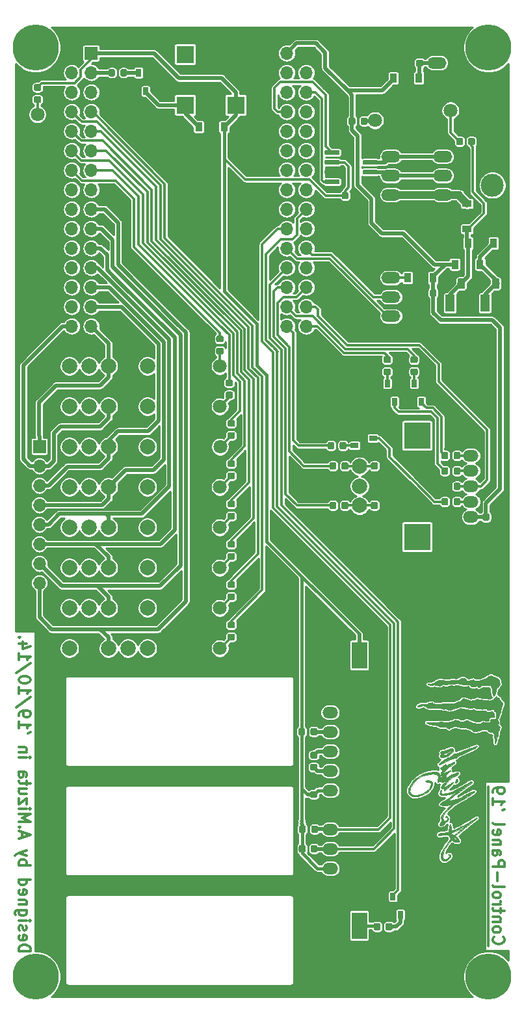
<source format=gbr>
G04 #@! TF.GenerationSoftware,KiCad,Pcbnew,(5.1.4)-1*
G04 #@! TF.CreationDate,2019-10-14T17:42:58+09:00*
G04 #@! TF.ProjectId,ControlPanel,436f6e74-726f-46c5-9061-6e656c2e6b69,rev?*
G04 #@! TF.SameCoordinates,Original*
G04 #@! TF.FileFunction,Copper,L2,Bot*
G04 #@! TF.FilePolarity,Positive*
%FSLAX46Y46*%
G04 Gerber Fmt 4.6, Leading zero omitted, Abs format (unit mm)*
G04 Created by KiCad (PCBNEW (5.1.4)-1) date 2019-10-14 17:42:58*
%MOMM*%
%LPD*%
G04 APERTURE LIST*
%ADD10C,0.300000*%
%ADD11C,0.010000*%
%ADD12R,0.900000X1.200000*%
%ADD13C,0.100000*%
%ADD14C,0.875000*%
%ADD15O,2.000000X1.500000*%
%ADD16C,2.000000*%
%ADD17R,3.500000X3.500000*%
%ADD18O,1.700000X1.700000*%
%ADD19R,1.700000X1.700000*%
%ADD20O,2.500000X1.500000*%
%ADD21R,1.800000X1.800000*%
%ADD22C,1.800000*%
%ADD23R,1.200000X0.900000*%
%ADD24C,3.000000*%
%ADD25R,0.700000X1.000000*%
%ADD26R,1.000000X0.700000*%
%ADD27R,2.300000X2.300000*%
%ADD28C,0.600000*%
%ADD29C,0.975000*%
%ADD30R,1.200000X2.200000*%
%ADD31R,5.800000X6.400000*%
%ADD32R,2.000000X3.500000*%
%ADD33C,6.000000*%
%ADD34C,0.500000*%
%ADD35C,1.000000*%
%ADD36C,0.400000*%
%ADD37C,0.250000*%
G04 APERTURE END LIST*
D10*
X132821428Y-180697857D02*
X134321428Y-180697857D01*
X134321428Y-180340714D01*
X134250000Y-180126428D01*
X134107142Y-179983571D01*
X133964285Y-179912142D01*
X133678571Y-179840714D01*
X133464285Y-179840714D01*
X133178571Y-179912142D01*
X133035714Y-179983571D01*
X132892857Y-180126428D01*
X132821428Y-180340714D01*
X132821428Y-180697857D01*
X132892857Y-178626428D02*
X132821428Y-178769285D01*
X132821428Y-179055000D01*
X132892857Y-179197857D01*
X133035714Y-179269285D01*
X133607142Y-179269285D01*
X133750000Y-179197857D01*
X133821428Y-179055000D01*
X133821428Y-178769285D01*
X133750000Y-178626428D01*
X133607142Y-178555000D01*
X133464285Y-178555000D01*
X133321428Y-179269285D01*
X132892857Y-177983571D02*
X132821428Y-177840714D01*
X132821428Y-177555000D01*
X132892857Y-177412142D01*
X133035714Y-177340714D01*
X133107142Y-177340714D01*
X133250000Y-177412142D01*
X133321428Y-177555000D01*
X133321428Y-177769285D01*
X133392857Y-177912142D01*
X133535714Y-177983571D01*
X133607142Y-177983571D01*
X133750000Y-177912142D01*
X133821428Y-177769285D01*
X133821428Y-177555000D01*
X133750000Y-177412142D01*
X132821428Y-176697857D02*
X133821428Y-176697857D01*
X134321428Y-176697857D02*
X134250000Y-176769285D01*
X134178571Y-176697857D01*
X134250000Y-176626428D01*
X134321428Y-176697857D01*
X134178571Y-176697857D01*
X133821428Y-175340714D02*
X132607142Y-175340714D01*
X132464285Y-175412142D01*
X132392857Y-175483571D01*
X132321428Y-175626428D01*
X132321428Y-175840714D01*
X132392857Y-175983571D01*
X132892857Y-175340714D02*
X132821428Y-175483571D01*
X132821428Y-175769285D01*
X132892857Y-175912142D01*
X132964285Y-175983571D01*
X133107142Y-176055000D01*
X133535714Y-176055000D01*
X133678571Y-175983571D01*
X133750000Y-175912142D01*
X133821428Y-175769285D01*
X133821428Y-175483571D01*
X133750000Y-175340714D01*
X133821428Y-174626428D02*
X132821428Y-174626428D01*
X133678571Y-174626428D02*
X133750000Y-174555000D01*
X133821428Y-174412142D01*
X133821428Y-174197857D01*
X133750000Y-174055000D01*
X133607142Y-173983571D01*
X132821428Y-173983571D01*
X132892857Y-172697857D02*
X132821428Y-172840714D01*
X132821428Y-173126428D01*
X132892857Y-173269285D01*
X133035714Y-173340714D01*
X133607142Y-173340714D01*
X133750000Y-173269285D01*
X133821428Y-173126428D01*
X133821428Y-172840714D01*
X133750000Y-172697857D01*
X133607142Y-172626428D01*
X133464285Y-172626428D01*
X133321428Y-173340714D01*
X132821428Y-171340714D02*
X134321428Y-171340714D01*
X132892857Y-171340714D02*
X132821428Y-171483571D01*
X132821428Y-171769285D01*
X132892857Y-171912142D01*
X132964285Y-171983571D01*
X133107142Y-172055000D01*
X133535714Y-172055000D01*
X133678571Y-171983571D01*
X133750000Y-171912142D01*
X133821428Y-171769285D01*
X133821428Y-171483571D01*
X133750000Y-171340714D01*
X132821428Y-169483571D02*
X134321428Y-169483571D01*
X133750000Y-169483571D02*
X133821428Y-169340714D01*
X133821428Y-169055000D01*
X133750000Y-168912142D01*
X133678571Y-168840714D01*
X133535714Y-168769285D01*
X133107142Y-168769285D01*
X132964285Y-168840714D01*
X132892857Y-168912142D01*
X132821428Y-169055000D01*
X132821428Y-169340714D01*
X132892857Y-169483571D01*
X133821428Y-168269285D02*
X132821428Y-167912142D01*
X133821428Y-167555000D02*
X132821428Y-167912142D01*
X132464285Y-168055000D01*
X132392857Y-168126428D01*
X132321428Y-168269285D01*
X133250000Y-165912142D02*
X133250000Y-165197857D01*
X132821428Y-166055000D02*
X134321428Y-165555000D01*
X132821428Y-165055000D01*
X132964285Y-164555000D02*
X132892857Y-164483571D01*
X132821428Y-164555000D01*
X132892857Y-164626428D01*
X132964285Y-164555000D01*
X132821428Y-164555000D01*
X132821428Y-163840714D02*
X134321428Y-163840714D01*
X133250000Y-163340714D01*
X134321428Y-162840714D01*
X132821428Y-162840714D01*
X132821428Y-162126428D02*
X133821428Y-162126428D01*
X134321428Y-162126428D02*
X134250000Y-162197857D01*
X134178571Y-162126428D01*
X134250000Y-162055000D01*
X134321428Y-162126428D01*
X134178571Y-162126428D01*
X133821428Y-161555000D02*
X133821428Y-160769285D01*
X132821428Y-161555000D01*
X132821428Y-160769285D01*
X133821428Y-159555000D02*
X132821428Y-159555000D01*
X133821428Y-160197857D02*
X133035714Y-160197857D01*
X132892857Y-160126428D01*
X132821428Y-159983571D01*
X132821428Y-159769285D01*
X132892857Y-159626428D01*
X132964285Y-159555000D01*
X133821428Y-159055000D02*
X133821428Y-158483571D01*
X134321428Y-158840714D02*
X133035714Y-158840714D01*
X132892857Y-158769285D01*
X132821428Y-158626428D01*
X132821428Y-158483571D01*
X132821428Y-157340714D02*
X133607142Y-157340714D01*
X133750000Y-157412142D01*
X133821428Y-157555000D01*
X133821428Y-157840714D01*
X133750000Y-157983571D01*
X132892857Y-157340714D02*
X132821428Y-157483571D01*
X132821428Y-157840714D01*
X132892857Y-157983571D01*
X133035714Y-158055000D01*
X133178571Y-158055000D01*
X133321428Y-157983571D01*
X133392857Y-157840714D01*
X133392857Y-157483571D01*
X133464285Y-157340714D01*
X132821428Y-155483571D02*
X133821428Y-155483571D01*
X134321428Y-155483571D02*
X134250000Y-155555000D01*
X134178571Y-155483571D01*
X134250000Y-155412142D01*
X134321428Y-155483571D01*
X134178571Y-155483571D01*
X133821428Y-154769285D02*
X132821428Y-154769285D01*
X133678571Y-154769285D02*
X133750000Y-154697857D01*
X133821428Y-154555000D01*
X133821428Y-154340714D01*
X133750000Y-154197857D01*
X133607142Y-154126428D01*
X132821428Y-154126428D01*
X134321428Y-152197857D02*
X134035714Y-152340714D01*
X132821428Y-150769285D02*
X132821428Y-151626428D01*
X132821428Y-151197857D02*
X134321428Y-151197857D01*
X134107142Y-151340714D01*
X133964285Y-151483571D01*
X133892857Y-151626428D01*
X132821428Y-150055000D02*
X132821428Y-149769285D01*
X132892857Y-149626428D01*
X132964285Y-149555000D01*
X133178571Y-149412142D01*
X133464285Y-149340714D01*
X134035714Y-149340714D01*
X134178571Y-149412142D01*
X134250000Y-149483571D01*
X134321428Y-149626428D01*
X134321428Y-149912142D01*
X134250000Y-150055000D01*
X134178571Y-150126428D01*
X134035714Y-150197857D01*
X133678571Y-150197857D01*
X133535714Y-150126428D01*
X133464285Y-150055000D01*
X133392857Y-149912142D01*
X133392857Y-149626428D01*
X133464285Y-149483571D01*
X133535714Y-149412142D01*
X133678571Y-149340714D01*
X134392857Y-147626428D02*
X132464285Y-148912142D01*
X132821428Y-146340714D02*
X132821428Y-147197857D01*
X132821428Y-146769285D02*
X134321428Y-146769285D01*
X134107142Y-146912142D01*
X133964285Y-147055000D01*
X133892857Y-147197857D01*
X134321428Y-145412142D02*
X134321428Y-145269285D01*
X134250000Y-145126428D01*
X134178571Y-145055000D01*
X134035714Y-144983571D01*
X133750000Y-144912142D01*
X133392857Y-144912142D01*
X133107142Y-144983571D01*
X132964285Y-145055000D01*
X132892857Y-145126428D01*
X132821428Y-145269285D01*
X132821428Y-145412142D01*
X132892857Y-145555000D01*
X132964285Y-145626428D01*
X133107142Y-145697857D01*
X133392857Y-145769285D01*
X133750000Y-145769285D01*
X134035714Y-145697857D01*
X134178571Y-145626428D01*
X134250000Y-145555000D01*
X134321428Y-145412142D01*
X134392857Y-143197857D02*
X132464285Y-144483571D01*
X132821428Y-141912142D02*
X132821428Y-142769285D01*
X132821428Y-142340714D02*
X134321428Y-142340714D01*
X134107142Y-142483571D01*
X133964285Y-142626428D01*
X133892857Y-142769285D01*
X133821428Y-140626428D02*
X132821428Y-140626428D01*
X134392857Y-140983571D02*
X133321428Y-141340714D01*
X133321428Y-140412142D01*
X132964285Y-139840714D02*
X132892857Y-139769285D01*
X132821428Y-139840714D01*
X132892857Y-139912142D01*
X132964285Y-139840714D01*
X132821428Y-139840714D01*
X194714285Y-178840714D02*
X194642857Y-178912142D01*
X194571428Y-179126428D01*
X194571428Y-179269285D01*
X194642857Y-179483571D01*
X194785714Y-179626428D01*
X194928571Y-179697857D01*
X195214285Y-179769285D01*
X195428571Y-179769285D01*
X195714285Y-179697857D01*
X195857142Y-179626428D01*
X196000000Y-179483571D01*
X196071428Y-179269285D01*
X196071428Y-179126428D01*
X196000000Y-178912142D01*
X195928571Y-178840714D01*
X194571428Y-177983571D02*
X194642857Y-178126428D01*
X194714285Y-178197857D01*
X194857142Y-178269285D01*
X195285714Y-178269285D01*
X195428571Y-178197857D01*
X195500000Y-178126428D01*
X195571428Y-177983571D01*
X195571428Y-177769285D01*
X195500000Y-177626428D01*
X195428571Y-177555000D01*
X195285714Y-177483571D01*
X194857142Y-177483571D01*
X194714285Y-177555000D01*
X194642857Y-177626428D01*
X194571428Y-177769285D01*
X194571428Y-177983571D01*
X195571428Y-176840714D02*
X194571428Y-176840714D01*
X195428571Y-176840714D02*
X195500000Y-176769285D01*
X195571428Y-176626428D01*
X195571428Y-176412142D01*
X195500000Y-176269285D01*
X195357142Y-176197857D01*
X194571428Y-176197857D01*
X195571428Y-175697857D02*
X195571428Y-175126428D01*
X196071428Y-175483571D02*
X194785714Y-175483571D01*
X194642857Y-175412142D01*
X194571428Y-175269285D01*
X194571428Y-175126428D01*
X194571428Y-174626428D02*
X195571428Y-174626428D01*
X195285714Y-174626428D02*
X195428571Y-174555000D01*
X195500000Y-174483571D01*
X195571428Y-174340714D01*
X195571428Y-174197857D01*
X194571428Y-173483571D02*
X194642857Y-173626428D01*
X194714285Y-173697857D01*
X194857142Y-173769285D01*
X195285714Y-173769285D01*
X195428571Y-173697857D01*
X195500000Y-173626428D01*
X195571428Y-173483571D01*
X195571428Y-173269285D01*
X195500000Y-173126428D01*
X195428571Y-173055000D01*
X195285714Y-172983571D01*
X194857142Y-172983571D01*
X194714285Y-173055000D01*
X194642857Y-173126428D01*
X194571428Y-173269285D01*
X194571428Y-173483571D01*
X194571428Y-172126428D02*
X194642857Y-172269285D01*
X194785714Y-172340714D01*
X196071428Y-172340714D01*
X195142857Y-171555000D02*
X195142857Y-170412142D01*
X194571428Y-169697857D02*
X196071428Y-169697857D01*
X196071428Y-169126428D01*
X196000000Y-168983571D01*
X195928571Y-168912142D01*
X195785714Y-168840714D01*
X195571428Y-168840714D01*
X195428571Y-168912142D01*
X195357142Y-168983571D01*
X195285714Y-169126428D01*
X195285714Y-169697857D01*
X194571428Y-167555000D02*
X195357142Y-167555000D01*
X195500000Y-167626428D01*
X195571428Y-167769285D01*
X195571428Y-168055000D01*
X195500000Y-168197857D01*
X194642857Y-167555000D02*
X194571428Y-167697857D01*
X194571428Y-168055000D01*
X194642857Y-168197857D01*
X194785714Y-168269285D01*
X194928571Y-168269285D01*
X195071428Y-168197857D01*
X195142857Y-168055000D01*
X195142857Y-167697857D01*
X195214285Y-167555000D01*
X195571428Y-166840714D02*
X194571428Y-166840714D01*
X195428571Y-166840714D02*
X195500000Y-166769285D01*
X195571428Y-166626428D01*
X195571428Y-166412142D01*
X195500000Y-166269285D01*
X195357142Y-166197857D01*
X194571428Y-166197857D01*
X194642857Y-164912142D02*
X194571428Y-165055000D01*
X194571428Y-165340714D01*
X194642857Y-165483571D01*
X194785714Y-165555000D01*
X195357142Y-165555000D01*
X195500000Y-165483571D01*
X195571428Y-165340714D01*
X195571428Y-165055000D01*
X195500000Y-164912142D01*
X195357142Y-164840714D01*
X195214285Y-164840714D01*
X195071428Y-165555000D01*
X194571428Y-163983571D02*
X194642857Y-164126428D01*
X194785714Y-164197857D01*
X196071428Y-164197857D01*
X196071428Y-162197857D02*
X195785714Y-162340714D01*
X194571428Y-160769285D02*
X194571428Y-161626428D01*
X194571428Y-161197857D02*
X196071428Y-161197857D01*
X195857142Y-161340714D01*
X195714285Y-161483571D01*
X195642857Y-161626428D01*
X194571428Y-160055000D02*
X194571428Y-159769285D01*
X194642857Y-159626428D01*
X194714285Y-159555000D01*
X194928571Y-159412142D01*
X195214285Y-159340714D01*
X195785714Y-159340714D01*
X195928571Y-159412142D01*
X196000000Y-159483571D01*
X196071428Y-159626428D01*
X196071428Y-159912142D01*
X196000000Y-160055000D01*
X195928571Y-160126428D01*
X195785714Y-160197857D01*
X195428571Y-160197857D01*
X195285714Y-160126428D01*
X195214285Y-160055000D01*
X195142857Y-159912142D01*
X195142857Y-159626428D01*
X195214285Y-159483571D01*
X195285714Y-159412142D01*
X195428571Y-159340714D01*
D11*
G36*
X195467219Y-145867580D02*
G01*
X195446416Y-145811152D01*
X195428942Y-145747417D01*
X195417410Y-145663351D01*
X195414666Y-145603324D01*
X195405239Y-145463566D01*
X195373686Y-145351940D01*
X195315107Y-145261136D01*
X195224598Y-145183843D01*
X195097258Y-145112751D01*
X195080315Y-145104775D01*
X194985600Y-145060213D01*
X194892344Y-145015309D01*
X194816189Y-144977629D01*
X194795530Y-144967059D01*
X194667322Y-144921955D01*
X194592010Y-144914833D01*
X194510398Y-144904174D01*
X194440374Y-144876111D01*
X194392621Y-144836518D01*
X194377500Y-144796881D01*
X194358424Y-144773704D01*
X194305448Y-144766667D01*
X194260450Y-144774404D01*
X194198299Y-144799336D01*
X194113652Y-144844044D01*
X194001166Y-144911107D01*
X193982656Y-144922574D01*
X193693280Y-145092746D01*
X193423859Y-145230131D01*
X193169697Y-145336355D01*
X192926096Y-145413044D01*
X192688361Y-145461826D01*
X192451793Y-145484327D01*
X192354737Y-145486333D01*
X192261543Y-145485495D01*
X192202193Y-145481856D01*
X192168214Y-145473733D01*
X192151132Y-145459439D01*
X192144592Y-145444552D01*
X192106772Y-145386432D01*
X192042511Y-145340749D01*
X191967653Y-145317922D01*
X191950606Y-145317000D01*
X191899781Y-145324757D01*
X191822825Y-145345568D01*
X191732493Y-145375744D01*
X191683586Y-145394260D01*
X191515696Y-145451551D01*
X191376527Y-145478881D01*
X191264827Y-145476185D01*
X191179343Y-145443399D01*
X191118824Y-145380455D01*
X191109619Y-145364267D01*
X191044993Y-145276205D01*
X190948624Y-145203961D01*
X190875309Y-145167047D01*
X190785389Y-145138017D01*
X190684061Y-145122382D01*
X190579595Y-145119232D01*
X190480265Y-145127656D01*
X190394343Y-145146743D01*
X190330102Y-145175581D01*
X190295813Y-145213260D01*
X190292333Y-145231253D01*
X190284958Y-145260377D01*
X190255268Y-145272917D01*
X190212958Y-145275209D01*
X190127290Y-145292763D01*
X190024408Y-145345338D01*
X190018147Y-145349292D01*
X189954326Y-145387521D01*
X189901786Y-145409599D01*
X189844015Y-145419892D01*
X189764499Y-145422764D01*
X189739919Y-145422833D01*
X189551106Y-145406487D01*
X189433240Y-145378392D01*
X189318558Y-145350238D01*
X189225445Y-145347069D01*
X189140266Y-145370351D01*
X189052671Y-145419371D01*
X189004586Y-145449404D01*
X188963375Y-145467213D01*
X188916154Y-145475277D01*
X188850040Y-145476075D01*
X188773540Y-145473087D01*
X188661305Y-145466555D01*
X188531662Y-145456997D01*
X188409255Y-145446265D01*
X188387333Y-145444091D01*
X188255505Y-145432769D01*
X188109854Y-145423755D01*
X187958574Y-145417204D01*
X187809862Y-145413275D01*
X187671913Y-145412126D01*
X187552924Y-145413912D01*
X187461091Y-145418792D01*
X187411130Y-145425355D01*
X187314544Y-145460817D01*
X187201555Y-145527849D01*
X187165687Y-145553436D01*
X187046755Y-145638564D01*
X186946328Y-145702787D01*
X186851413Y-145753483D01*
X186749012Y-145798025D01*
X186704361Y-145815277D01*
X186626763Y-145842651D01*
X186564323Y-145857846D01*
X186500498Y-145862897D01*
X186418748Y-145859840D01*
X186370953Y-145856303D01*
X186275202Y-145850282D01*
X186210702Y-145850997D01*
X186166776Y-145859337D01*
X186132828Y-145876138D01*
X186095233Y-145905872D01*
X186080166Y-145927565D01*
X186098251Y-145943310D01*
X186145967Y-145969193D01*
X186213506Y-145999969D01*
X186223041Y-146003977D01*
X186347362Y-146045547D01*
X186474562Y-146070359D01*
X186593469Y-146077416D01*
X186692913Y-146065722D01*
X186737395Y-146049893D01*
X186786518Y-146030294D01*
X186842134Y-146019816D01*
X186911326Y-146018745D01*
X187001180Y-146027366D01*
X187118780Y-146045967D01*
X187249487Y-146070549D01*
X187425180Y-146100684D01*
X187568710Y-146114307D01*
X187687258Y-146110522D01*
X187788010Y-146088438D01*
X187878146Y-146047159D01*
X187964851Y-145985791D01*
X187970916Y-145980772D01*
X188043867Y-145941026D01*
X188132185Y-145933604D01*
X188241177Y-145958377D01*
X188281500Y-145973167D01*
X188387043Y-146005191D01*
X188477059Y-146013800D01*
X188543674Y-145998682D01*
X188563590Y-145984386D01*
X188610024Y-145953702D01*
X188685403Y-145920404D01*
X188777020Y-145889441D01*
X188863583Y-145867511D01*
X188913385Y-145862233D01*
X188996163Y-145859079D01*
X189102607Y-145858170D01*
X189223405Y-145859629D01*
X189301948Y-145861793D01*
X189438914Y-145865767D01*
X189541326Y-145866834D01*
X189616889Y-145864588D01*
X189673308Y-145858624D01*
X189718289Y-145848536D01*
X189748494Y-145838270D01*
X189803640Y-145819686D01*
X189850295Y-145813432D01*
X189905383Y-145819249D01*
X189976880Y-145834759D01*
X190068058Y-145850779D01*
X190178073Y-145862347D01*
X190283475Y-145867014D01*
X190285792Y-145867021D01*
X190367598Y-145869633D01*
X190432210Y-145876303D01*
X190468692Y-145885748D01*
X190472499Y-145888903D01*
X190507154Y-145919182D01*
X190568903Y-145952999D01*
X190643590Y-145984374D01*
X190717059Y-146007327D01*
X190773171Y-146015890D01*
X190825741Y-146012306D01*
X190908203Y-146002276D01*
X191008885Y-145987376D01*
X191107250Y-145970778D01*
X191251040Y-145948129D01*
X191361176Y-145939351D01*
X191444403Y-145945672D01*
X191507467Y-145968318D01*
X191557113Y-146008516D01*
X191595134Y-146059497D01*
X191658167Y-146138008D01*
X191736363Y-146193612D01*
X191834355Y-146227289D01*
X191956776Y-146240015D01*
X192108261Y-146232771D01*
X192292411Y-146206712D01*
X192390290Y-146191053D01*
X192471589Y-146180582D01*
X192528102Y-146176175D01*
X192551626Y-146178708D01*
X192551787Y-146179026D01*
X192582497Y-146239910D01*
X192627315Y-146297357D01*
X192673910Y-146336817D01*
X192692299Y-146344860D01*
X192763550Y-146342832D01*
X192841381Y-146308763D01*
X192914617Y-146249042D01*
X192959111Y-146192359D01*
X193016679Y-146101583D01*
X193458964Y-146093580D01*
X193653198Y-146088493D01*
X193810470Y-146080735D01*
X193936094Y-146069921D01*
X194035381Y-146055663D01*
X194066966Y-146049337D01*
X194159102Y-146031383D01*
X194218680Y-146025749D01*
X194253486Y-146031942D01*
X194261548Y-146037053D01*
X194281025Y-146067331D01*
X194307745Y-146127095D01*
X194336918Y-146205244D01*
X194346549Y-146234047D01*
X194377681Y-146321912D01*
X194410298Y-146400962D01*
X194438474Y-146457121D01*
X194444339Y-146466234D01*
X194470709Y-146512311D01*
X194473504Y-146554944D01*
X194460845Y-146601588D01*
X194443923Y-146708715D01*
X194452994Y-146846343D01*
X194487717Y-147011826D01*
X194532377Y-147158500D01*
X194563729Y-147252637D01*
X194590001Y-147335018D01*
X194608039Y-147395540D01*
X194614407Y-147421329D01*
X194632728Y-147460538D01*
X194661465Y-147470036D01*
X194686652Y-147445811D01*
X194688026Y-147442477D01*
X194712520Y-147403389D01*
X194753717Y-147356584D01*
X194759708Y-147350759D01*
X194792322Y-147304161D01*
X194830640Y-147225051D01*
X194871673Y-147122347D01*
X194912434Y-147004967D01*
X194949936Y-146881831D01*
X194981189Y-146761858D01*
X195003205Y-146653965D01*
X195010329Y-146602691D01*
X195021379Y-146519755D01*
X195035836Y-146466793D01*
X195058366Y-146431467D01*
X195083610Y-146408937D01*
X195170694Y-146339349D01*
X195227664Y-146287131D01*
X195259932Y-146246627D01*
X195272910Y-146212184D01*
X195273083Y-146211005D01*
X195289102Y-146161428D01*
X195304887Y-146137980D01*
X195327305Y-146100015D01*
X195330000Y-146084636D01*
X195346763Y-146056912D01*
X195388537Y-146022498D01*
X195404083Y-146012696D01*
X195455198Y-145973658D01*
X195475498Y-145928831D01*
X195467219Y-145867580D01*
X195467219Y-145867580D01*
G37*
X195467219Y-145867580D02*
X195446416Y-145811152D01*
X195428942Y-145747417D01*
X195417410Y-145663351D01*
X195414666Y-145603324D01*
X195405239Y-145463566D01*
X195373686Y-145351940D01*
X195315107Y-145261136D01*
X195224598Y-145183843D01*
X195097258Y-145112751D01*
X195080315Y-145104775D01*
X194985600Y-145060213D01*
X194892344Y-145015309D01*
X194816189Y-144977629D01*
X194795530Y-144967059D01*
X194667322Y-144921955D01*
X194592010Y-144914833D01*
X194510398Y-144904174D01*
X194440374Y-144876111D01*
X194392621Y-144836518D01*
X194377500Y-144796881D01*
X194358424Y-144773704D01*
X194305448Y-144766667D01*
X194260450Y-144774404D01*
X194198299Y-144799336D01*
X194113652Y-144844044D01*
X194001166Y-144911107D01*
X193982656Y-144922574D01*
X193693280Y-145092746D01*
X193423859Y-145230131D01*
X193169697Y-145336355D01*
X192926096Y-145413044D01*
X192688361Y-145461826D01*
X192451793Y-145484327D01*
X192354737Y-145486333D01*
X192261543Y-145485495D01*
X192202193Y-145481856D01*
X192168214Y-145473733D01*
X192151132Y-145459439D01*
X192144592Y-145444552D01*
X192106772Y-145386432D01*
X192042511Y-145340749D01*
X191967653Y-145317922D01*
X191950606Y-145317000D01*
X191899781Y-145324757D01*
X191822825Y-145345568D01*
X191732493Y-145375744D01*
X191683586Y-145394260D01*
X191515696Y-145451551D01*
X191376527Y-145478881D01*
X191264827Y-145476185D01*
X191179343Y-145443399D01*
X191118824Y-145380455D01*
X191109619Y-145364267D01*
X191044993Y-145276205D01*
X190948624Y-145203961D01*
X190875309Y-145167047D01*
X190785389Y-145138017D01*
X190684061Y-145122382D01*
X190579595Y-145119232D01*
X190480265Y-145127656D01*
X190394343Y-145146743D01*
X190330102Y-145175581D01*
X190295813Y-145213260D01*
X190292333Y-145231253D01*
X190284958Y-145260377D01*
X190255268Y-145272917D01*
X190212958Y-145275209D01*
X190127290Y-145292763D01*
X190024408Y-145345338D01*
X190018147Y-145349292D01*
X189954326Y-145387521D01*
X189901786Y-145409599D01*
X189844015Y-145419892D01*
X189764499Y-145422764D01*
X189739919Y-145422833D01*
X189551106Y-145406487D01*
X189433240Y-145378392D01*
X189318558Y-145350238D01*
X189225445Y-145347069D01*
X189140266Y-145370351D01*
X189052671Y-145419371D01*
X189004586Y-145449404D01*
X188963375Y-145467213D01*
X188916154Y-145475277D01*
X188850040Y-145476075D01*
X188773540Y-145473087D01*
X188661305Y-145466555D01*
X188531662Y-145456997D01*
X188409255Y-145446265D01*
X188387333Y-145444091D01*
X188255505Y-145432769D01*
X188109854Y-145423755D01*
X187958574Y-145417204D01*
X187809862Y-145413275D01*
X187671913Y-145412126D01*
X187552924Y-145413912D01*
X187461091Y-145418792D01*
X187411130Y-145425355D01*
X187314544Y-145460817D01*
X187201555Y-145527849D01*
X187165687Y-145553436D01*
X187046755Y-145638564D01*
X186946328Y-145702787D01*
X186851413Y-145753483D01*
X186749012Y-145798025D01*
X186704361Y-145815277D01*
X186626763Y-145842651D01*
X186564323Y-145857846D01*
X186500498Y-145862897D01*
X186418748Y-145859840D01*
X186370953Y-145856303D01*
X186275202Y-145850282D01*
X186210702Y-145850997D01*
X186166776Y-145859337D01*
X186132828Y-145876138D01*
X186095233Y-145905872D01*
X186080166Y-145927565D01*
X186098251Y-145943310D01*
X186145967Y-145969193D01*
X186213506Y-145999969D01*
X186223041Y-146003977D01*
X186347362Y-146045547D01*
X186474562Y-146070359D01*
X186593469Y-146077416D01*
X186692913Y-146065722D01*
X186737395Y-146049893D01*
X186786518Y-146030294D01*
X186842134Y-146019816D01*
X186911326Y-146018745D01*
X187001180Y-146027366D01*
X187118780Y-146045967D01*
X187249487Y-146070549D01*
X187425180Y-146100684D01*
X187568710Y-146114307D01*
X187687258Y-146110522D01*
X187788010Y-146088438D01*
X187878146Y-146047159D01*
X187964851Y-145985791D01*
X187970916Y-145980772D01*
X188043867Y-145941026D01*
X188132185Y-145933604D01*
X188241177Y-145958377D01*
X188281500Y-145973167D01*
X188387043Y-146005191D01*
X188477059Y-146013800D01*
X188543674Y-145998682D01*
X188563590Y-145984386D01*
X188610024Y-145953702D01*
X188685403Y-145920404D01*
X188777020Y-145889441D01*
X188863583Y-145867511D01*
X188913385Y-145862233D01*
X188996163Y-145859079D01*
X189102607Y-145858170D01*
X189223405Y-145859629D01*
X189301948Y-145861793D01*
X189438914Y-145865767D01*
X189541326Y-145866834D01*
X189616889Y-145864588D01*
X189673308Y-145858624D01*
X189718289Y-145848536D01*
X189748494Y-145838270D01*
X189803640Y-145819686D01*
X189850295Y-145813432D01*
X189905383Y-145819249D01*
X189976880Y-145834759D01*
X190068058Y-145850779D01*
X190178073Y-145862347D01*
X190283475Y-145867014D01*
X190285792Y-145867021D01*
X190367598Y-145869633D01*
X190432210Y-145876303D01*
X190468692Y-145885748D01*
X190472499Y-145888903D01*
X190507154Y-145919182D01*
X190568903Y-145952999D01*
X190643590Y-145984374D01*
X190717059Y-146007327D01*
X190773171Y-146015890D01*
X190825741Y-146012306D01*
X190908203Y-146002276D01*
X191008885Y-145987376D01*
X191107250Y-145970778D01*
X191251040Y-145948129D01*
X191361176Y-145939351D01*
X191444403Y-145945672D01*
X191507467Y-145968318D01*
X191557113Y-146008516D01*
X191595134Y-146059497D01*
X191658167Y-146138008D01*
X191736363Y-146193612D01*
X191834355Y-146227289D01*
X191956776Y-146240015D01*
X192108261Y-146232771D01*
X192292411Y-146206712D01*
X192390290Y-146191053D01*
X192471589Y-146180582D01*
X192528102Y-146176175D01*
X192551626Y-146178708D01*
X192551787Y-146179026D01*
X192582497Y-146239910D01*
X192627315Y-146297357D01*
X192673910Y-146336817D01*
X192692299Y-146344860D01*
X192763550Y-146342832D01*
X192841381Y-146308763D01*
X192914617Y-146249042D01*
X192959111Y-146192359D01*
X193016679Y-146101583D01*
X193458964Y-146093580D01*
X193653198Y-146088493D01*
X193810470Y-146080735D01*
X193936094Y-146069921D01*
X194035381Y-146055663D01*
X194066966Y-146049337D01*
X194159102Y-146031383D01*
X194218680Y-146025749D01*
X194253486Y-146031942D01*
X194261548Y-146037053D01*
X194281025Y-146067331D01*
X194307745Y-146127095D01*
X194336918Y-146205244D01*
X194346549Y-146234047D01*
X194377681Y-146321912D01*
X194410298Y-146400962D01*
X194438474Y-146457121D01*
X194444339Y-146466234D01*
X194470709Y-146512311D01*
X194473504Y-146554944D01*
X194460845Y-146601588D01*
X194443923Y-146708715D01*
X194452994Y-146846343D01*
X194487717Y-147011826D01*
X194532377Y-147158500D01*
X194563729Y-147252637D01*
X194590001Y-147335018D01*
X194608039Y-147395540D01*
X194614407Y-147421329D01*
X194632728Y-147460538D01*
X194661465Y-147470036D01*
X194686652Y-147445811D01*
X194688026Y-147442477D01*
X194712520Y-147403389D01*
X194753717Y-147356584D01*
X194759708Y-147350759D01*
X194792322Y-147304161D01*
X194830640Y-147225051D01*
X194871673Y-147122347D01*
X194912434Y-147004967D01*
X194949936Y-146881831D01*
X194981189Y-146761858D01*
X195003205Y-146653965D01*
X195010329Y-146602691D01*
X195021379Y-146519755D01*
X195035836Y-146466793D01*
X195058366Y-146431467D01*
X195083610Y-146408937D01*
X195170694Y-146339349D01*
X195227664Y-146287131D01*
X195259932Y-146246627D01*
X195272910Y-146212184D01*
X195273083Y-146211005D01*
X195289102Y-146161428D01*
X195304887Y-146137980D01*
X195327305Y-146100015D01*
X195330000Y-146084636D01*
X195346763Y-146056912D01*
X195388537Y-146022498D01*
X195404083Y-146012696D01*
X195455198Y-145973658D01*
X195475498Y-145928831D01*
X195467219Y-145867580D01*
G36*
X195856995Y-148406412D02*
G01*
X195846298Y-148375903D01*
X195820805Y-148363718D01*
X195803595Y-148361114D01*
X195759770Y-148344537D01*
X195731375Y-148300499D01*
X195724220Y-148280333D01*
X195692510Y-148220089D01*
X195655206Y-148199803D01*
X195615046Y-148175873D01*
X195597448Y-148130614D01*
X195575272Y-148080308D01*
X195532132Y-148019740D01*
X195499783Y-147984441D01*
X195440611Y-147915730D01*
X195415948Y-147857514D01*
X195414666Y-147841381D01*
X195401565Y-147766588D01*
X195359379Y-147716197D01*
X195283782Y-147686240D01*
X195236788Y-147678254D01*
X195155684Y-147663764D01*
X195107431Y-147640308D01*
X195082564Y-147600164D01*
X195072438Y-147544190D01*
X195065416Y-147474967D01*
X194822000Y-147689416D01*
X194685008Y-147806731D01*
X194566017Y-147898361D01*
X194457133Y-147966636D01*
X194350466Y-148013887D01*
X194238125Y-148042445D01*
X194112217Y-148054640D01*
X193964853Y-148052803D01*
X193788139Y-148039264D01*
X193676364Y-148027759D01*
X193438575Y-148001911D01*
X193239451Y-147980058D01*
X193075563Y-147961681D01*
X192943483Y-147946256D01*
X192839786Y-147933263D01*
X192761042Y-147922180D01*
X192703824Y-147912487D01*
X192664706Y-147903661D01*
X192640258Y-147895182D01*
X192627054Y-147886528D01*
X192621667Y-147877178D01*
X192620666Y-147867180D01*
X192603950Y-147842835D01*
X192560309Y-147837408D01*
X192499507Y-147848695D01*
X192431308Y-147874493D01*
X192365475Y-147912598D01*
X192343147Y-147929815D01*
X192307692Y-147956311D01*
X192270870Y-147972453D01*
X192221093Y-147980755D01*
X192146772Y-147983727D01*
X192093156Y-147984000D01*
X192000891Y-147985229D01*
X191940718Y-147990266D01*
X191902436Y-148001135D01*
X191875842Y-148019861D01*
X191867239Y-148028834D01*
X191840239Y-148052999D01*
X191806842Y-148064798D01*
X191754461Y-148066572D01*
X191688156Y-148062160D01*
X191625321Y-148054904D01*
X191559782Y-148042327D01*
X191484860Y-148022361D01*
X191393874Y-147992940D01*
X191280144Y-147952000D01*
X191136991Y-147897474D01*
X191064916Y-147869412D01*
X190919704Y-147821729D01*
X190789653Y-147797005D01*
X190681015Y-147795889D01*
X190600041Y-147819033D01*
X190597056Y-147820709D01*
X190530721Y-147867458D01*
X190459684Y-147930536D01*
X190395368Y-147998424D01*
X190349196Y-148059599D01*
X190336843Y-148083168D01*
X190290493Y-148145831D01*
X190211885Y-148183136D01*
X190099785Y-148195665D01*
X190097995Y-148195667D01*
X190006649Y-148206698D01*
X189924407Y-148236047D01*
X189864727Y-148278094D01*
X189848792Y-148299708D01*
X189806470Y-148336834D01*
X189765276Y-148343833D01*
X189705024Y-148357076D01*
X189651557Y-148386167D01*
X189620676Y-148405839D01*
X189581948Y-148418381D01*
X189525731Y-148425282D01*
X189442377Y-148428032D01*
X189378828Y-148428314D01*
X189268005Y-148426571D01*
X189132925Y-148421979D01*
X188991514Y-148415259D01*
X188874166Y-148408023D01*
X188595213Y-148401451D01*
X188295172Y-148418212D01*
X187987611Y-148457321D01*
X187847583Y-148482498D01*
X187707097Y-148501345D01*
X187539121Y-148509973D01*
X187357136Y-148508822D01*
X187174622Y-148498334D01*
X187005057Y-148478950D01*
X186861923Y-148451111D01*
X186858041Y-148450114D01*
X186758156Y-148420992D01*
X186695698Y-148395306D01*
X186672893Y-148373982D01*
X186672833Y-148372985D01*
X186688152Y-148346372D01*
X186699291Y-148343509D01*
X186710310Y-148336192D01*
X186694000Y-148322667D01*
X186641480Y-148306450D01*
X186563085Y-148303461D01*
X186468412Y-148311654D01*
X186367057Y-148328986D01*
X186268617Y-148353411D01*
X186182689Y-148382885D01*
X186118870Y-148415363D01*
X186086757Y-148448800D01*
X186085613Y-148452294D01*
X186076450Y-148470532D01*
X186055138Y-148482543D01*
X186013785Y-148489870D01*
X185944501Y-148494053D01*
X185860739Y-148496231D01*
X185737688Y-148497454D01*
X185596992Y-148497023D01*
X185463301Y-148495058D01*
X185424000Y-148494068D01*
X185322032Y-148491987D01*
X185252648Y-148493616D01*
X185206167Y-148500280D01*
X185172905Y-148513305D01*
X185145495Y-148532170D01*
X185092687Y-148563358D01*
X185043615Y-148576661D01*
X185042860Y-148576667D01*
X184963331Y-148594156D01*
X184875530Y-148642114D01*
X184791332Y-148713775D01*
X184778914Y-148727070D01*
X184727006Y-148789013D01*
X184706715Y-148829872D01*
X184720684Y-148854134D01*
X184771553Y-148866284D01*
X184861964Y-148870808D01*
X184863570Y-148870840D01*
X184949729Y-148870583D01*
X185001985Y-148864783D01*
X185028565Y-148852044D01*
X185035168Y-148841711D01*
X185064277Y-148817443D01*
X185108680Y-148809500D01*
X185160908Y-148802573D01*
X185235068Y-148784566D01*
X185302207Y-148763662D01*
X185424222Y-148728381D01*
X185522334Y-148718280D01*
X185607221Y-148734118D01*
X185689556Y-148776652D01*
X185712692Y-148792781D01*
X185911450Y-148914759D01*
X186118227Y-148997685D01*
X186159322Y-149009155D01*
X186200525Y-149018321D01*
X186248574Y-149025492D01*
X186308318Y-149030806D01*
X186384604Y-149034398D01*
X186482277Y-149036406D01*
X186606184Y-149036966D01*
X186761174Y-149036215D01*
X186952093Y-149034289D01*
X187021329Y-149033450D01*
X187754286Y-149024305D01*
X187886087Y-149085982D01*
X188029706Y-149141731D01*
X188151077Y-149163563D01*
X188252822Y-149151824D01*
X188286990Y-149138582D01*
X188337042Y-149117588D01*
X188374328Y-149115283D01*
X188419628Y-149132485D01*
X188444166Y-149144766D01*
X188596382Y-149208155D01*
X188753609Y-149242721D01*
X188929446Y-149251126D01*
X188978627Y-149249416D01*
X189028219Y-149247100D01*
X189070601Y-149244623D01*
X189110166Y-149240702D01*
X189151310Y-149234053D01*
X189198428Y-149223392D01*
X189255914Y-149207437D01*
X189328165Y-149184904D01*
X189419574Y-149154508D01*
X189534538Y-149114967D01*
X189677450Y-149064997D01*
X189852706Y-149003314D01*
X190004848Y-148949710D01*
X190106002Y-148912734D01*
X190192570Y-148878548D01*
X190256723Y-148850432D01*
X190290635Y-148831668D01*
X190293549Y-148828699D01*
X190309405Y-148817678D01*
X190342184Y-148813822D01*
X190396411Y-148817733D01*
X190476612Y-148830009D01*
X190587310Y-148851250D01*
X190733031Y-148882057D01*
X190789750Y-148894462D01*
X191041928Y-148946466D01*
X191261349Y-148983594D01*
X191454720Y-149006287D01*
X191628750Y-149014986D01*
X191790145Y-149010131D01*
X191945614Y-148992162D01*
X192034389Y-148976173D01*
X192103761Y-148963359D01*
X192144474Y-148961651D01*
X192169181Y-148972906D01*
X192190534Y-148998980D01*
X192190614Y-148999094D01*
X192227083Y-149040403D01*
X192273943Y-149069701D01*
X192337690Y-149088267D01*
X192424820Y-149097382D01*
X192541830Y-149098323D01*
X192670566Y-149093607D01*
X192790013Y-149088206D01*
X192875426Y-149085986D01*
X192935031Y-149087618D01*
X192977054Y-149093775D01*
X193009719Y-149105127D01*
X193041253Y-149122347D01*
X193044152Y-149124107D01*
X193095343Y-149150603D01*
X193147421Y-149164352D01*
X193209972Y-149165391D01*
X193292580Y-149153758D01*
X193404830Y-149129492D01*
X193421324Y-149125596D01*
X193532606Y-149102568D01*
X193613712Y-149096659D01*
X193674160Y-149110271D01*
X193723465Y-149145804D01*
X193771146Y-149205659D01*
X193777848Y-149215541D01*
X193819851Y-149271591D01*
X193858114Y-149300237D01*
X193908118Y-149311792D01*
X193924498Y-149313237D01*
X193984935Y-149310105D01*
X194070491Y-149296120D01*
X194166156Y-149273916D01*
X194196084Y-149265612D01*
X194348951Y-149229708D01*
X194488630Y-149213144D01*
X194605566Y-149216781D01*
X194647375Y-149225008D01*
X194686592Y-149251839D01*
X194695000Y-149289610D01*
X194706393Y-149357094D01*
X194744886Y-149411961D01*
X194816950Y-149462300D01*
X194845082Y-149477221D01*
X194951312Y-149531051D01*
X194945344Y-149718917D01*
X194943846Y-149814755D01*
X194947548Y-149878206D01*
X194957760Y-149919039D01*
X194975791Y-149947021D01*
X194975938Y-149947183D01*
X194995567Y-149979663D01*
X195007017Y-150029937D01*
X195011953Y-150107727D01*
X195012500Y-150160542D01*
X195010025Y-150247233D01*
X195003195Y-150307103D01*
X194992897Y-150332990D01*
X194991035Y-150333500D01*
X194964638Y-150348041D01*
X194924668Y-150384391D01*
X194910627Y-150399468D01*
X194851685Y-150465436D01*
X194624628Y-150462112D01*
X194522273Y-150462001D01*
X194428088Y-150464362D01*
X194354875Y-150468751D01*
X194324036Y-150472583D01*
X194280684Y-150482855D01*
X194258956Y-150500607D01*
X194251383Y-150538127D01*
X194250500Y-150593598D01*
X194245702Y-150663763D01*
X194227000Y-150723544D01*
X194187934Y-150791249D01*
X194172898Y-150813493D01*
X194095297Y-150926167D01*
X193752034Y-150926167D01*
X193624359Y-150925943D01*
X193532739Y-150924737D01*
X193470893Y-150921751D01*
X193432543Y-150916183D01*
X193411410Y-150907235D01*
X193401215Y-150894107D01*
X193396944Y-150880943D01*
X193384659Y-150853587D01*
X193358820Y-150842796D01*
X193306967Y-150844638D01*
X193288255Y-150846636D01*
X193241198Y-150854262D01*
X193196854Y-150868577D01*
X193146972Y-150894040D01*
X193083297Y-150935108D01*
X192997579Y-150996240D01*
X192959333Y-151024313D01*
X192925650Y-151047719D01*
X192894250Y-151062795D01*
X192855641Y-151070833D01*
X192800332Y-151073123D01*
X192718832Y-151070957D01*
X192641833Y-151067514D01*
X192476646Y-151054328D01*
X192315281Y-151029182D01*
X192148470Y-150989773D01*
X191966942Y-150933796D01*
X191761429Y-150858947D01*
X191689103Y-150830639D01*
X191521381Y-150764658D01*
X191388258Y-150713707D01*
X191285364Y-150676281D01*
X191208327Y-150650871D01*
X191152777Y-150635972D01*
X191114344Y-150630077D01*
X191106627Y-150629833D01*
X191052068Y-150639988D01*
X190980982Y-150665515D01*
X190910184Y-150699009D01*
X190856489Y-150733063D01*
X190842871Y-150746004D01*
X190823546Y-150759468D01*
X190787401Y-150768725D01*
X190727858Y-150774449D01*
X190638344Y-150777312D01*
X190530207Y-150778000D01*
X190414421Y-150777640D01*
X190331871Y-150775589D01*
X190273458Y-150770392D01*
X190230087Y-150760592D01*
X190192660Y-150744735D01*
X190152079Y-150721365D01*
X190143550Y-150716132D01*
X189991952Y-150640585D01*
X189839288Y-150597371D01*
X189691680Y-150586542D01*
X189555248Y-150608153D01*
X189436115Y-150662254D01*
X189376356Y-150709497D01*
X189319929Y-150750188D01*
X189256898Y-150761102D01*
X189238773Y-150760317D01*
X189174983Y-150764470D01*
X189093260Y-150780884D01*
X189034895Y-150798193D01*
X188959520Y-150821480D01*
X188893040Y-150837201D01*
X188858288Y-150841500D01*
X188810969Y-150857067D01*
X188795633Y-150883833D01*
X188784075Y-150907216D01*
X188758077Y-150920064D01*
X188707396Y-150925359D01*
X188650198Y-150926167D01*
X188569147Y-150921864D01*
X188463975Y-150910330D01*
X188351863Y-150893629D01*
X188298125Y-150883898D01*
X188149688Y-150861201D01*
X187988519Y-150846939D01*
X187825471Y-150841215D01*
X187671399Y-150844127D01*
X187537157Y-150855776D01*
X187434833Y-150875902D01*
X187383125Y-150887799D01*
X187315436Y-150897214D01*
X187226335Y-150904498D01*
X187110393Y-150910004D01*
X186962181Y-150914085D01*
X186806349Y-150916701D01*
X186643863Y-150918624D01*
X186518290Y-150919275D01*
X186424221Y-150918371D01*
X186356246Y-150915627D01*
X186308956Y-150910759D01*
X186276943Y-150903483D01*
X186254797Y-150893514D01*
X186245433Y-150887207D01*
X186198485Y-150864854D01*
X186127597Y-150853631D01*
X186048913Y-150851447D01*
X185969689Y-150853352D01*
X185923451Y-150859780D01*
X185900908Y-150873082D01*
X185893595Y-150890723D01*
X185897146Y-150923824D01*
X185925001Y-150957217D01*
X185982497Y-150995445D01*
X186069583Y-151040445D01*
X186136280Y-151070080D01*
X186208705Y-151096172D01*
X186292769Y-151120035D01*
X186394382Y-151142981D01*
X186519452Y-151166324D01*
X186673890Y-151191377D01*
X186863605Y-151219453D01*
X186896057Y-151224090D01*
X187360589Y-151290216D01*
X187448728Y-151371459D01*
X187519717Y-151425737D01*
X187587894Y-151458894D01*
X187607558Y-151463653D01*
X187672524Y-151471026D01*
X187768505Y-151478610D01*
X187884190Y-151485833D01*
X188008267Y-151492122D01*
X188129426Y-151496905D01*
X188236354Y-151499610D01*
X188317741Y-151499665D01*
X188318849Y-151499639D01*
X188408322Y-151501398D01*
X188476913Y-151515598D01*
X188539391Y-151548190D01*
X188610528Y-151605127D01*
X188634790Y-151626954D01*
X188706357Y-151685430D01*
X188770464Y-151718094D01*
X188835485Y-151724563D01*
X188909794Y-151704454D01*
X189001767Y-151657385D01*
X189083866Y-151606431D01*
X189153982Y-151564064D01*
X189214155Y-151532963D01*
X189252731Y-151519068D01*
X189255757Y-151518833D01*
X189295136Y-151510549D01*
X189355881Y-151489371D01*
X189395351Y-151472887D01*
X189508859Y-151439944D01*
X189649678Y-151426562D01*
X189807996Y-151431952D01*
X189974002Y-151455324D01*
X190137887Y-151495890D01*
X190267630Y-151543059D01*
X190307255Y-151557575D01*
X190352916Y-151568099D01*
X190411876Y-151575234D01*
X190491397Y-151579582D01*
X190598740Y-151581748D01*
X190740612Y-151582333D01*
X190877926Y-151582675D01*
X190979663Y-151584143D01*
X191052576Y-151587404D01*
X191103418Y-151593125D01*
X191138945Y-151601971D01*
X191165908Y-151614610D01*
X191183206Y-151626001D01*
X191234231Y-151651702D01*
X191311204Y-151678515D01*
X191398253Y-151700982D01*
X191405930Y-151702582D01*
X191495174Y-151725001D01*
X191566527Y-151750929D01*
X191607164Y-151775331D01*
X191659232Y-151805140D01*
X191715791Y-151815167D01*
X191771716Y-151825164D01*
X191819789Y-151861329D01*
X191842234Y-151887421D01*
X191937934Y-151974706D01*
X192061598Y-152036069D01*
X192205447Y-152068270D01*
X192286458Y-152072410D01*
X192336642Y-152071503D01*
X192383377Y-152068491D01*
X192432397Y-152061986D01*
X192489437Y-152050601D01*
X192560231Y-152032948D01*
X192650513Y-152007641D01*
X192766018Y-151973291D01*
X192912480Y-151928511D01*
X193025725Y-151893548D01*
X193140215Y-151861147D01*
X193258175Y-151832803D01*
X193363958Y-151812028D01*
X193427891Y-151803340D01*
X193557917Y-151797841D01*
X193661598Y-151811042D01*
X193752235Y-151847630D01*
X193843132Y-151912294D01*
X193910568Y-151973436D01*
X194009095Y-152063698D01*
X194091491Y-152126158D01*
X194168539Y-152165688D01*
X194251023Y-152187159D01*
X194349730Y-152195443D01*
X194403645Y-152196167D01*
X194497324Y-152197594D01*
X194558962Y-152203142D01*
X194598796Y-152214713D01*
X194627058Y-152234209D01*
X194631500Y-152238500D01*
X194663116Y-152283283D01*
X194673833Y-152319928D01*
X194687234Y-152362938D01*
X194718674Y-152409886D01*
X194738117Y-152434983D01*
X194750249Y-152463111D01*
X194756061Y-152503254D01*
X194756540Y-152564394D01*
X194752678Y-152655514D01*
X194750392Y-152697808D01*
X194746616Y-152844024D01*
X194753625Y-152950467D01*
X194771357Y-153016751D01*
X194799753Y-153042486D01*
X194804231Y-153042833D01*
X194810601Y-153062739D01*
X194815960Y-153117422D01*
X194819857Y-153199329D01*
X194821841Y-153300906D01*
X194822000Y-153340719D01*
X194822495Y-153459121D01*
X194824459Y-153541316D01*
X194828607Y-153593423D01*
X194835655Y-153621561D01*
X194846319Y-153631848D01*
X194856050Y-153631761D01*
X194873821Y-153613751D01*
X194898910Y-153563990D01*
X194932230Y-153480184D01*
X194974692Y-153360038D01*
X195026339Y-153203956D01*
X195098416Y-152969716D01*
X195152662Y-152765562D01*
X195190584Y-152583921D01*
X195213686Y-152417222D01*
X195223475Y-152257891D01*
X195224042Y-152209820D01*
X195225789Y-152121351D01*
X195233312Y-152060246D01*
X195250271Y-152011587D01*
X195280330Y-151960458D01*
X195288122Y-151948792D01*
X195375472Y-151805859D01*
X195432388Y-151679430D01*
X195455250Y-151600799D01*
X195465273Y-151533434D01*
X195455954Y-151480707D01*
X195433284Y-151434156D01*
X195388346Y-151372887D01*
X195334023Y-151322006D01*
X195326802Y-151317030D01*
X195262761Y-151275417D01*
X195275250Y-151063750D01*
X195279568Y-150916554D01*
X195272125Y-150804895D01*
X195251850Y-150723351D01*
X195217670Y-150666496D01*
X195192195Y-150643521D01*
X195157197Y-150612458D01*
X195145136Y-150577792D01*
X195150231Y-150521556D01*
X195151150Y-150515930D01*
X195172891Y-150424245D01*
X195207376Y-150356680D01*
X195246935Y-150310731D01*
X195277988Y-150263946D01*
X195287667Y-150225641D01*
X195297786Y-150174439D01*
X195318522Y-150125099D01*
X195370828Y-150013781D01*
X195425751Y-149867744D01*
X195481070Y-149694326D01*
X195534566Y-149500864D01*
X195584018Y-149294697D01*
X195615970Y-149142011D01*
X195637145Y-149041913D01*
X195658284Y-148955543D01*
X195676890Y-148892321D01*
X195690120Y-148862072D01*
X195708856Y-148824831D01*
X195729237Y-148762757D01*
X195739918Y-148720061D01*
X195762685Y-148643489D01*
X195791864Y-148600183D01*
X195811840Y-148587523D01*
X195841714Y-148566801D01*
X195855732Y-148530634D01*
X195859167Y-148467220D01*
X195856995Y-148406412D01*
X195856995Y-148406412D01*
G37*
X195856995Y-148406412D02*
X195846298Y-148375903D01*
X195820805Y-148363718D01*
X195803595Y-148361114D01*
X195759770Y-148344537D01*
X195731375Y-148300499D01*
X195724220Y-148280333D01*
X195692510Y-148220089D01*
X195655206Y-148199803D01*
X195615046Y-148175873D01*
X195597448Y-148130614D01*
X195575272Y-148080308D01*
X195532132Y-148019740D01*
X195499783Y-147984441D01*
X195440611Y-147915730D01*
X195415948Y-147857514D01*
X195414666Y-147841381D01*
X195401565Y-147766588D01*
X195359379Y-147716197D01*
X195283782Y-147686240D01*
X195236788Y-147678254D01*
X195155684Y-147663764D01*
X195107431Y-147640308D01*
X195082564Y-147600164D01*
X195072438Y-147544190D01*
X195065416Y-147474967D01*
X194822000Y-147689416D01*
X194685008Y-147806731D01*
X194566017Y-147898361D01*
X194457133Y-147966636D01*
X194350466Y-148013887D01*
X194238125Y-148042445D01*
X194112217Y-148054640D01*
X193964853Y-148052803D01*
X193788139Y-148039264D01*
X193676364Y-148027759D01*
X193438575Y-148001911D01*
X193239451Y-147980058D01*
X193075563Y-147961681D01*
X192943483Y-147946256D01*
X192839786Y-147933263D01*
X192761042Y-147922180D01*
X192703824Y-147912487D01*
X192664706Y-147903661D01*
X192640258Y-147895182D01*
X192627054Y-147886528D01*
X192621667Y-147877178D01*
X192620666Y-147867180D01*
X192603950Y-147842835D01*
X192560309Y-147837408D01*
X192499507Y-147848695D01*
X192431308Y-147874493D01*
X192365475Y-147912598D01*
X192343147Y-147929815D01*
X192307692Y-147956311D01*
X192270870Y-147972453D01*
X192221093Y-147980755D01*
X192146772Y-147983727D01*
X192093156Y-147984000D01*
X192000891Y-147985229D01*
X191940718Y-147990266D01*
X191902436Y-148001135D01*
X191875842Y-148019861D01*
X191867239Y-148028834D01*
X191840239Y-148052999D01*
X191806842Y-148064798D01*
X191754461Y-148066572D01*
X191688156Y-148062160D01*
X191625321Y-148054904D01*
X191559782Y-148042327D01*
X191484860Y-148022361D01*
X191393874Y-147992940D01*
X191280144Y-147952000D01*
X191136991Y-147897474D01*
X191064916Y-147869412D01*
X190919704Y-147821729D01*
X190789653Y-147797005D01*
X190681015Y-147795889D01*
X190600041Y-147819033D01*
X190597056Y-147820709D01*
X190530721Y-147867458D01*
X190459684Y-147930536D01*
X190395368Y-147998424D01*
X190349196Y-148059599D01*
X190336843Y-148083168D01*
X190290493Y-148145831D01*
X190211885Y-148183136D01*
X190099785Y-148195665D01*
X190097995Y-148195667D01*
X190006649Y-148206698D01*
X189924407Y-148236047D01*
X189864727Y-148278094D01*
X189848792Y-148299708D01*
X189806470Y-148336834D01*
X189765276Y-148343833D01*
X189705024Y-148357076D01*
X189651557Y-148386167D01*
X189620676Y-148405839D01*
X189581948Y-148418381D01*
X189525731Y-148425282D01*
X189442377Y-148428032D01*
X189378828Y-148428314D01*
X189268005Y-148426571D01*
X189132925Y-148421979D01*
X188991514Y-148415259D01*
X188874166Y-148408023D01*
X188595213Y-148401451D01*
X188295172Y-148418212D01*
X187987611Y-148457321D01*
X187847583Y-148482498D01*
X187707097Y-148501345D01*
X187539121Y-148509973D01*
X187357136Y-148508822D01*
X187174622Y-148498334D01*
X187005057Y-148478950D01*
X186861923Y-148451111D01*
X186858041Y-148450114D01*
X186758156Y-148420992D01*
X186695698Y-148395306D01*
X186672893Y-148373982D01*
X186672833Y-148372985D01*
X186688152Y-148346372D01*
X186699291Y-148343509D01*
X186710310Y-148336192D01*
X186694000Y-148322667D01*
X186641480Y-148306450D01*
X186563085Y-148303461D01*
X186468412Y-148311654D01*
X186367057Y-148328986D01*
X186268617Y-148353411D01*
X186182689Y-148382885D01*
X186118870Y-148415363D01*
X186086757Y-148448800D01*
X186085613Y-148452294D01*
X186076450Y-148470532D01*
X186055138Y-148482543D01*
X186013785Y-148489870D01*
X185944501Y-148494053D01*
X185860739Y-148496231D01*
X185737688Y-148497454D01*
X185596992Y-148497023D01*
X185463301Y-148495058D01*
X185424000Y-148494068D01*
X185322032Y-148491987D01*
X185252648Y-148493616D01*
X185206167Y-148500280D01*
X185172905Y-148513305D01*
X185145495Y-148532170D01*
X185092687Y-148563358D01*
X185043615Y-148576661D01*
X185042860Y-148576667D01*
X184963331Y-148594156D01*
X184875530Y-148642114D01*
X184791332Y-148713775D01*
X184778914Y-148727070D01*
X184727006Y-148789013D01*
X184706715Y-148829872D01*
X184720684Y-148854134D01*
X184771553Y-148866284D01*
X184861964Y-148870808D01*
X184863570Y-148870840D01*
X184949729Y-148870583D01*
X185001985Y-148864783D01*
X185028565Y-148852044D01*
X185035168Y-148841711D01*
X185064277Y-148817443D01*
X185108680Y-148809500D01*
X185160908Y-148802573D01*
X185235068Y-148784566D01*
X185302207Y-148763662D01*
X185424222Y-148728381D01*
X185522334Y-148718280D01*
X185607221Y-148734118D01*
X185689556Y-148776652D01*
X185712692Y-148792781D01*
X185911450Y-148914759D01*
X186118227Y-148997685D01*
X186159322Y-149009155D01*
X186200525Y-149018321D01*
X186248574Y-149025492D01*
X186308318Y-149030806D01*
X186384604Y-149034398D01*
X186482277Y-149036406D01*
X186606184Y-149036966D01*
X186761174Y-149036215D01*
X186952093Y-149034289D01*
X187021329Y-149033450D01*
X187754286Y-149024305D01*
X187886087Y-149085982D01*
X188029706Y-149141731D01*
X188151077Y-149163563D01*
X188252822Y-149151824D01*
X188286990Y-149138582D01*
X188337042Y-149117588D01*
X188374328Y-149115283D01*
X188419628Y-149132485D01*
X188444166Y-149144766D01*
X188596382Y-149208155D01*
X188753609Y-149242721D01*
X188929446Y-149251126D01*
X188978627Y-149249416D01*
X189028219Y-149247100D01*
X189070601Y-149244623D01*
X189110166Y-149240702D01*
X189151310Y-149234053D01*
X189198428Y-149223392D01*
X189255914Y-149207437D01*
X189328165Y-149184904D01*
X189419574Y-149154508D01*
X189534538Y-149114967D01*
X189677450Y-149064997D01*
X189852706Y-149003314D01*
X190004848Y-148949710D01*
X190106002Y-148912734D01*
X190192570Y-148878548D01*
X190256723Y-148850432D01*
X190290635Y-148831668D01*
X190293549Y-148828699D01*
X190309405Y-148817678D01*
X190342184Y-148813822D01*
X190396411Y-148817733D01*
X190476612Y-148830009D01*
X190587310Y-148851250D01*
X190733031Y-148882057D01*
X190789750Y-148894462D01*
X191041928Y-148946466D01*
X191261349Y-148983594D01*
X191454720Y-149006287D01*
X191628750Y-149014986D01*
X191790145Y-149010131D01*
X191945614Y-148992162D01*
X192034389Y-148976173D01*
X192103761Y-148963359D01*
X192144474Y-148961651D01*
X192169181Y-148972906D01*
X192190534Y-148998980D01*
X192190614Y-148999094D01*
X192227083Y-149040403D01*
X192273943Y-149069701D01*
X192337690Y-149088267D01*
X192424820Y-149097382D01*
X192541830Y-149098323D01*
X192670566Y-149093607D01*
X192790013Y-149088206D01*
X192875426Y-149085986D01*
X192935031Y-149087618D01*
X192977054Y-149093775D01*
X193009719Y-149105127D01*
X193041253Y-149122347D01*
X193044152Y-149124107D01*
X193095343Y-149150603D01*
X193147421Y-149164352D01*
X193209972Y-149165391D01*
X193292580Y-149153758D01*
X193404830Y-149129492D01*
X193421324Y-149125596D01*
X193532606Y-149102568D01*
X193613712Y-149096659D01*
X193674160Y-149110271D01*
X193723465Y-149145804D01*
X193771146Y-149205659D01*
X193777848Y-149215541D01*
X193819851Y-149271591D01*
X193858114Y-149300237D01*
X193908118Y-149311792D01*
X193924498Y-149313237D01*
X193984935Y-149310105D01*
X194070491Y-149296120D01*
X194166156Y-149273916D01*
X194196084Y-149265612D01*
X194348951Y-149229708D01*
X194488630Y-149213144D01*
X194605566Y-149216781D01*
X194647375Y-149225008D01*
X194686592Y-149251839D01*
X194695000Y-149289610D01*
X194706393Y-149357094D01*
X194744886Y-149411961D01*
X194816950Y-149462300D01*
X194845082Y-149477221D01*
X194951312Y-149531051D01*
X194945344Y-149718917D01*
X194943846Y-149814755D01*
X194947548Y-149878206D01*
X194957760Y-149919039D01*
X194975791Y-149947021D01*
X194975938Y-149947183D01*
X194995567Y-149979663D01*
X195007017Y-150029937D01*
X195011953Y-150107727D01*
X195012500Y-150160542D01*
X195010025Y-150247233D01*
X195003195Y-150307103D01*
X194992897Y-150332990D01*
X194991035Y-150333500D01*
X194964638Y-150348041D01*
X194924668Y-150384391D01*
X194910627Y-150399468D01*
X194851685Y-150465436D01*
X194624628Y-150462112D01*
X194522273Y-150462001D01*
X194428088Y-150464362D01*
X194354875Y-150468751D01*
X194324036Y-150472583D01*
X194280684Y-150482855D01*
X194258956Y-150500607D01*
X194251383Y-150538127D01*
X194250500Y-150593598D01*
X194245702Y-150663763D01*
X194227000Y-150723544D01*
X194187934Y-150791249D01*
X194172898Y-150813493D01*
X194095297Y-150926167D01*
X193752034Y-150926167D01*
X193624359Y-150925943D01*
X193532739Y-150924737D01*
X193470893Y-150921751D01*
X193432543Y-150916183D01*
X193411410Y-150907235D01*
X193401215Y-150894107D01*
X193396944Y-150880943D01*
X193384659Y-150853587D01*
X193358820Y-150842796D01*
X193306967Y-150844638D01*
X193288255Y-150846636D01*
X193241198Y-150854262D01*
X193196854Y-150868577D01*
X193146972Y-150894040D01*
X193083297Y-150935108D01*
X192997579Y-150996240D01*
X192959333Y-151024313D01*
X192925650Y-151047719D01*
X192894250Y-151062795D01*
X192855641Y-151070833D01*
X192800332Y-151073123D01*
X192718832Y-151070957D01*
X192641833Y-151067514D01*
X192476646Y-151054328D01*
X192315281Y-151029182D01*
X192148470Y-150989773D01*
X191966942Y-150933796D01*
X191761429Y-150858947D01*
X191689103Y-150830639D01*
X191521381Y-150764658D01*
X191388258Y-150713707D01*
X191285364Y-150676281D01*
X191208327Y-150650871D01*
X191152777Y-150635972D01*
X191114344Y-150630077D01*
X191106627Y-150629833D01*
X191052068Y-150639988D01*
X190980982Y-150665515D01*
X190910184Y-150699009D01*
X190856489Y-150733063D01*
X190842871Y-150746004D01*
X190823546Y-150759468D01*
X190787401Y-150768725D01*
X190727858Y-150774449D01*
X190638344Y-150777312D01*
X190530207Y-150778000D01*
X190414421Y-150777640D01*
X190331871Y-150775589D01*
X190273458Y-150770392D01*
X190230087Y-150760592D01*
X190192660Y-150744735D01*
X190152079Y-150721365D01*
X190143550Y-150716132D01*
X189991952Y-150640585D01*
X189839288Y-150597371D01*
X189691680Y-150586542D01*
X189555248Y-150608153D01*
X189436115Y-150662254D01*
X189376356Y-150709497D01*
X189319929Y-150750188D01*
X189256898Y-150761102D01*
X189238773Y-150760317D01*
X189174983Y-150764470D01*
X189093260Y-150780884D01*
X189034895Y-150798193D01*
X188959520Y-150821480D01*
X188893040Y-150837201D01*
X188858288Y-150841500D01*
X188810969Y-150857067D01*
X188795633Y-150883833D01*
X188784075Y-150907216D01*
X188758077Y-150920064D01*
X188707396Y-150925359D01*
X188650198Y-150926167D01*
X188569147Y-150921864D01*
X188463975Y-150910330D01*
X188351863Y-150893629D01*
X188298125Y-150883898D01*
X188149688Y-150861201D01*
X187988519Y-150846939D01*
X187825471Y-150841215D01*
X187671399Y-150844127D01*
X187537157Y-150855776D01*
X187434833Y-150875902D01*
X187383125Y-150887799D01*
X187315436Y-150897214D01*
X187226335Y-150904498D01*
X187110393Y-150910004D01*
X186962181Y-150914085D01*
X186806349Y-150916701D01*
X186643863Y-150918624D01*
X186518290Y-150919275D01*
X186424221Y-150918371D01*
X186356246Y-150915627D01*
X186308956Y-150910759D01*
X186276943Y-150903483D01*
X186254797Y-150893514D01*
X186245433Y-150887207D01*
X186198485Y-150864854D01*
X186127597Y-150853631D01*
X186048913Y-150851447D01*
X185969689Y-150853352D01*
X185923451Y-150859780D01*
X185900908Y-150873082D01*
X185893595Y-150890723D01*
X185897146Y-150923824D01*
X185925001Y-150957217D01*
X185982497Y-150995445D01*
X186069583Y-151040445D01*
X186136280Y-151070080D01*
X186208705Y-151096172D01*
X186292769Y-151120035D01*
X186394382Y-151142981D01*
X186519452Y-151166324D01*
X186673890Y-151191377D01*
X186863605Y-151219453D01*
X186896057Y-151224090D01*
X187360589Y-151290216D01*
X187448728Y-151371459D01*
X187519717Y-151425737D01*
X187587894Y-151458894D01*
X187607558Y-151463653D01*
X187672524Y-151471026D01*
X187768505Y-151478610D01*
X187884190Y-151485833D01*
X188008267Y-151492122D01*
X188129426Y-151496905D01*
X188236354Y-151499610D01*
X188317741Y-151499665D01*
X188318849Y-151499639D01*
X188408322Y-151501398D01*
X188476913Y-151515598D01*
X188539391Y-151548190D01*
X188610528Y-151605127D01*
X188634790Y-151626954D01*
X188706357Y-151685430D01*
X188770464Y-151718094D01*
X188835485Y-151724563D01*
X188909794Y-151704454D01*
X189001767Y-151657385D01*
X189083866Y-151606431D01*
X189153982Y-151564064D01*
X189214155Y-151532963D01*
X189252731Y-151519068D01*
X189255757Y-151518833D01*
X189295136Y-151510549D01*
X189355881Y-151489371D01*
X189395351Y-151472887D01*
X189508859Y-151439944D01*
X189649678Y-151426562D01*
X189807996Y-151431952D01*
X189974002Y-151455324D01*
X190137887Y-151495890D01*
X190267630Y-151543059D01*
X190307255Y-151557575D01*
X190352916Y-151568099D01*
X190411876Y-151575234D01*
X190491397Y-151579582D01*
X190598740Y-151581748D01*
X190740612Y-151582333D01*
X190877926Y-151582675D01*
X190979663Y-151584143D01*
X191052576Y-151587404D01*
X191103418Y-151593125D01*
X191138945Y-151601971D01*
X191165908Y-151614610D01*
X191183206Y-151626001D01*
X191234231Y-151651702D01*
X191311204Y-151678515D01*
X191398253Y-151700982D01*
X191405930Y-151702582D01*
X191495174Y-151725001D01*
X191566527Y-151750929D01*
X191607164Y-151775331D01*
X191659232Y-151805140D01*
X191715791Y-151815167D01*
X191771716Y-151825164D01*
X191819789Y-151861329D01*
X191842234Y-151887421D01*
X191937934Y-151974706D01*
X192061598Y-152036069D01*
X192205447Y-152068270D01*
X192286458Y-152072410D01*
X192336642Y-152071503D01*
X192383377Y-152068491D01*
X192432397Y-152061986D01*
X192489437Y-152050601D01*
X192560231Y-152032948D01*
X192650513Y-152007641D01*
X192766018Y-151973291D01*
X192912480Y-151928511D01*
X193025725Y-151893548D01*
X193140215Y-151861147D01*
X193258175Y-151832803D01*
X193363958Y-151812028D01*
X193427891Y-151803340D01*
X193557917Y-151797841D01*
X193661598Y-151811042D01*
X193752235Y-151847630D01*
X193843132Y-151912294D01*
X193910568Y-151973436D01*
X194009095Y-152063698D01*
X194091491Y-152126158D01*
X194168539Y-152165688D01*
X194251023Y-152187159D01*
X194349730Y-152195443D01*
X194403645Y-152196167D01*
X194497324Y-152197594D01*
X194558962Y-152203142D01*
X194598796Y-152214713D01*
X194627058Y-152234209D01*
X194631500Y-152238500D01*
X194663116Y-152283283D01*
X194673833Y-152319928D01*
X194687234Y-152362938D01*
X194718674Y-152409886D01*
X194738117Y-152434983D01*
X194750249Y-152463111D01*
X194756061Y-152503254D01*
X194756540Y-152564394D01*
X194752678Y-152655514D01*
X194750392Y-152697808D01*
X194746616Y-152844024D01*
X194753625Y-152950467D01*
X194771357Y-153016751D01*
X194799753Y-153042486D01*
X194804231Y-153042833D01*
X194810601Y-153062739D01*
X194815960Y-153117422D01*
X194819857Y-153199329D01*
X194821841Y-153300906D01*
X194822000Y-153340719D01*
X194822495Y-153459121D01*
X194824459Y-153541316D01*
X194828607Y-153593423D01*
X194835655Y-153621561D01*
X194846319Y-153631848D01*
X194856050Y-153631761D01*
X194873821Y-153613751D01*
X194898910Y-153563990D01*
X194932230Y-153480184D01*
X194974692Y-153360038D01*
X195026339Y-153203956D01*
X195098416Y-152969716D01*
X195152662Y-152765562D01*
X195190584Y-152583921D01*
X195213686Y-152417222D01*
X195223475Y-152257891D01*
X195224042Y-152209820D01*
X195225789Y-152121351D01*
X195233312Y-152060246D01*
X195250271Y-152011587D01*
X195280330Y-151960458D01*
X195288122Y-151948792D01*
X195375472Y-151805859D01*
X195432388Y-151679430D01*
X195455250Y-151600799D01*
X195465273Y-151533434D01*
X195455954Y-151480707D01*
X195433284Y-151434156D01*
X195388346Y-151372887D01*
X195334023Y-151322006D01*
X195326802Y-151317030D01*
X195262761Y-151275417D01*
X195275250Y-151063750D01*
X195279568Y-150916554D01*
X195272125Y-150804895D01*
X195251850Y-150723351D01*
X195217670Y-150666496D01*
X195192195Y-150643521D01*
X195157197Y-150612458D01*
X195145136Y-150577792D01*
X195150231Y-150521556D01*
X195151150Y-150515930D01*
X195172891Y-150424245D01*
X195207376Y-150356680D01*
X195246935Y-150310731D01*
X195277988Y-150263946D01*
X195287667Y-150225641D01*
X195297786Y-150174439D01*
X195318522Y-150125099D01*
X195370828Y-150013781D01*
X195425751Y-149867744D01*
X195481070Y-149694326D01*
X195534566Y-149500864D01*
X195584018Y-149294697D01*
X195615970Y-149142011D01*
X195637145Y-149041913D01*
X195658284Y-148955543D01*
X195676890Y-148892321D01*
X195690120Y-148862072D01*
X195708856Y-148824831D01*
X195729237Y-148762757D01*
X195739918Y-148720061D01*
X195762685Y-148643489D01*
X195791864Y-148600183D01*
X195811840Y-148587523D01*
X195841714Y-148566801D01*
X195855732Y-148530634D01*
X195859167Y-148467220D01*
X195856995Y-148406412D01*
G36*
X190044096Y-157449699D02*
G01*
X189905231Y-157440016D01*
X189701113Y-157479785D01*
X189454387Y-157562464D01*
X189187693Y-157681511D01*
X188923676Y-157830385D01*
X188859499Y-157872336D01*
X188688079Y-157981756D01*
X188557229Y-158053912D01*
X188509331Y-158071000D01*
X188474989Y-158015500D01*
X188463966Y-157879471D01*
X188464890Y-157855262D01*
X188491903Y-157707569D01*
X188574355Y-157593271D01*
X188742526Y-157470716D01*
X188746125Y-157468431D01*
X188901850Y-157353207D01*
X188999353Y-157249318D01*
X189016000Y-157207920D01*
X189012138Y-157151411D01*
X188985342Y-157129229D01*
X188912795Y-157146861D01*
X188771684Y-157209789D01*
X188542993Y-157321624D01*
X188335589Y-157414315D01*
X188172149Y-157469646D01*
X188084936Y-157476940D01*
X188081415Y-157474386D01*
X188099252Y-157410107D01*
X188195088Y-157289711D01*
X188346210Y-157134448D01*
X188529904Y-156965568D01*
X188723455Y-156804321D01*
X188904148Y-156671957D01*
X189003609Y-156611653D01*
X189215177Y-156482388D01*
X189393490Y-156343598D01*
X189522456Y-156213028D01*
X189585979Y-156108420D01*
X189567966Y-156047517D01*
X189523039Y-156039000D01*
X189436674Y-156068243D01*
X189278786Y-156144043D01*
X189126164Y-156226341D01*
X188895379Y-156350143D01*
X188665542Y-156463632D01*
X188552160Y-156514391D01*
X188401062Y-156574795D01*
X188343786Y-156581341D01*
X188357067Y-156529358D01*
X188382680Y-156480362D01*
X188432820Y-156354900D01*
X188402313Y-156323041D01*
X188296347Y-156384788D01*
X188183751Y-156480319D01*
X188047040Y-156596887D01*
X187948534Y-156665911D01*
X187926885Y-156674000D01*
X187851115Y-156713950D01*
X187782412Y-156773660D01*
X187728440Y-156897916D01*
X187760578Y-157028026D01*
X187859263Y-157110647D01*
X187908886Y-157118500D01*
X187957721Y-157139021D01*
X187928150Y-157215851D01*
X187869792Y-157299759D01*
X187767754Y-157515904D01*
X187756766Y-157664884D01*
X187790685Y-157795936D01*
X187873232Y-157834750D01*
X187931540Y-157831690D01*
X188036761Y-157825806D01*
X188038283Y-157862293D01*
X187969323Y-157942815D01*
X187850730Y-158049871D01*
X187775151Y-158044161D01*
X187724713Y-157919548D01*
X187711070Y-157854128D01*
X187607150Y-157601309D01*
X187409768Y-157426058D01*
X187126495Y-157328988D01*
X186764897Y-157310712D01*
X186332545Y-157371845D01*
X185837008Y-157512999D01*
X185433620Y-157669529D01*
X184960309Y-157899705D01*
X184579427Y-158154616D01*
X184256454Y-158462675D01*
X183956872Y-158852289D01*
X183908207Y-158924999D01*
X183711285Y-159239311D01*
X183587295Y-159482508D01*
X183527806Y-159680988D01*
X183524382Y-159861147D01*
X183558883Y-160018360D01*
X183648402Y-160191923D01*
X183791826Y-160362854D01*
X183823082Y-160390855D01*
X183934990Y-160477072D01*
X184040319Y-160525667D01*
X184177143Y-160544389D01*
X184383537Y-160540988D01*
X184523755Y-160533470D01*
X184788895Y-160510582D01*
X185006064Y-160467792D01*
X185224101Y-160390869D01*
X185491849Y-160265585D01*
X185558676Y-160231944D01*
X185967356Y-159995458D01*
X186272202Y-159746582D01*
X186496066Y-159463969D01*
X186609959Y-159249902D01*
X186714411Y-158947565D01*
X186716786Y-158720039D01*
X186615083Y-158563941D01*
X186407298Y-158475888D01*
X186137625Y-158452000D01*
X185942998Y-158461785D01*
X185812233Y-158487092D01*
X185777500Y-158513266D01*
X185834815Y-158599549D01*
X185982057Y-158668238D01*
X186182172Y-158703985D01*
X186242782Y-158706000D01*
X186408200Y-158727038D01*
X186489296Y-158803938D01*
X186495984Y-158957380D01*
X186454704Y-159148089D01*
X186312025Y-159452857D01*
X186065104Y-159735103D01*
X185736449Y-159980217D01*
X185348570Y-160173590D01*
X184923978Y-160300611D01*
X184614584Y-160342379D01*
X184369398Y-160354162D01*
X184209833Y-160344982D01*
X184095098Y-160306107D01*
X183984402Y-160228807D01*
X183949748Y-160200074D01*
X183809737Y-160055519D01*
X183752781Y-159901658D01*
X183745500Y-159775681D01*
X183763808Y-159573751D01*
X183808815Y-159404607D01*
X183818268Y-159384451D01*
X183952310Y-159165146D01*
X184135837Y-158911538D01*
X184341959Y-158656341D01*
X184543788Y-158432266D01*
X184714438Y-158272026D01*
X184760802Y-158237750D01*
X185111182Y-158041490D01*
X185516822Y-157871294D01*
X185944346Y-157736372D01*
X186360374Y-157645933D01*
X186731529Y-157609188D01*
X186979272Y-157625636D01*
X187210069Y-157682222D01*
X187346012Y-157766608D01*
X187405760Y-157906772D01*
X187407973Y-158130695D01*
X187396746Y-158251674D01*
X187352934Y-158660789D01*
X187552045Y-158620967D01*
X187743365Y-158615770D01*
X187872388Y-158656855D01*
X187980552Y-158696089D01*
X188113611Y-158670413D01*
X188226922Y-158621311D01*
X188376605Y-158555989D01*
X188468322Y-158527398D01*
X188478864Y-158528698D01*
X188460001Y-158587276D01*
X188375247Y-158688754D01*
X188259906Y-158799285D01*
X188149278Y-158885028D01*
X188078844Y-158912198D01*
X188003325Y-158945485D01*
X187921001Y-159060893D01*
X187852863Y-159216621D01*
X187819899Y-159370868D01*
X187821522Y-159424673D01*
X187853297Y-159515056D01*
X187938647Y-159548108D01*
X188081821Y-159544322D01*
X188234242Y-159537401D01*
X188284492Y-159560692D01*
X188256617Y-159630347D01*
X188242974Y-159652559D01*
X188180483Y-159777579D01*
X188201869Y-159814688D01*
X188302103Y-159766668D01*
X188476157Y-159636300D01*
X188719003Y-159426364D01*
X188821471Y-159332611D01*
X189071757Y-159092222D01*
X189256314Y-158897618D01*
X189369794Y-158756788D01*
X189406849Y-158677726D01*
X189362130Y-158668421D01*
X189230287Y-158736865D01*
X189212912Y-158747780D01*
X188829938Y-158984841D01*
X188542242Y-159148109D01*
X188343793Y-159240377D01*
X188228561Y-159264440D01*
X188190516Y-159223093D01*
X188190500Y-159221576D01*
X188228696Y-159145333D01*
X188329985Y-159000953D01*
X188474422Y-158816389D01*
X188512995Y-158769578D01*
X188813241Y-158444773D01*
X189120570Y-158176587D01*
X189407684Y-157987582D01*
X189524000Y-157933995D01*
X189713975Y-157842983D01*
X189895452Y-157726953D01*
X190033851Y-157611253D01*
X190094591Y-157521235D01*
X190095067Y-157515375D01*
X190044096Y-157449699D01*
X190044096Y-157449699D01*
G37*
X190044096Y-157449699D02*
X189905231Y-157440016D01*
X189701113Y-157479785D01*
X189454387Y-157562464D01*
X189187693Y-157681511D01*
X188923676Y-157830385D01*
X188859499Y-157872336D01*
X188688079Y-157981756D01*
X188557229Y-158053912D01*
X188509331Y-158071000D01*
X188474989Y-158015500D01*
X188463966Y-157879471D01*
X188464890Y-157855262D01*
X188491903Y-157707569D01*
X188574355Y-157593271D01*
X188742526Y-157470716D01*
X188746125Y-157468431D01*
X188901850Y-157353207D01*
X188999353Y-157249318D01*
X189016000Y-157207920D01*
X189012138Y-157151411D01*
X188985342Y-157129229D01*
X188912795Y-157146861D01*
X188771684Y-157209789D01*
X188542993Y-157321624D01*
X188335589Y-157414315D01*
X188172149Y-157469646D01*
X188084936Y-157476940D01*
X188081415Y-157474386D01*
X188099252Y-157410107D01*
X188195088Y-157289711D01*
X188346210Y-157134448D01*
X188529904Y-156965568D01*
X188723455Y-156804321D01*
X188904148Y-156671957D01*
X189003609Y-156611653D01*
X189215177Y-156482388D01*
X189393490Y-156343598D01*
X189522456Y-156213028D01*
X189585979Y-156108420D01*
X189567966Y-156047517D01*
X189523039Y-156039000D01*
X189436674Y-156068243D01*
X189278786Y-156144043D01*
X189126164Y-156226341D01*
X188895379Y-156350143D01*
X188665542Y-156463632D01*
X188552160Y-156514391D01*
X188401062Y-156574795D01*
X188343786Y-156581341D01*
X188357067Y-156529358D01*
X188382680Y-156480362D01*
X188432820Y-156354900D01*
X188402313Y-156323041D01*
X188296347Y-156384788D01*
X188183751Y-156480319D01*
X188047040Y-156596887D01*
X187948534Y-156665911D01*
X187926885Y-156674000D01*
X187851115Y-156713950D01*
X187782412Y-156773660D01*
X187728440Y-156897916D01*
X187760578Y-157028026D01*
X187859263Y-157110647D01*
X187908886Y-157118500D01*
X187957721Y-157139021D01*
X187928150Y-157215851D01*
X187869792Y-157299759D01*
X187767754Y-157515904D01*
X187756766Y-157664884D01*
X187790685Y-157795936D01*
X187873232Y-157834750D01*
X187931540Y-157831690D01*
X188036761Y-157825806D01*
X188038283Y-157862293D01*
X187969323Y-157942815D01*
X187850730Y-158049871D01*
X187775151Y-158044161D01*
X187724713Y-157919548D01*
X187711070Y-157854128D01*
X187607150Y-157601309D01*
X187409768Y-157426058D01*
X187126495Y-157328988D01*
X186764897Y-157310712D01*
X186332545Y-157371845D01*
X185837008Y-157512999D01*
X185433620Y-157669529D01*
X184960309Y-157899705D01*
X184579427Y-158154616D01*
X184256454Y-158462675D01*
X183956872Y-158852289D01*
X183908207Y-158924999D01*
X183711285Y-159239311D01*
X183587295Y-159482508D01*
X183527806Y-159680988D01*
X183524382Y-159861147D01*
X183558883Y-160018360D01*
X183648402Y-160191923D01*
X183791826Y-160362854D01*
X183823082Y-160390855D01*
X183934990Y-160477072D01*
X184040319Y-160525667D01*
X184177143Y-160544389D01*
X184383537Y-160540988D01*
X184523755Y-160533470D01*
X184788895Y-160510582D01*
X185006064Y-160467792D01*
X185224101Y-160390869D01*
X185491849Y-160265585D01*
X185558676Y-160231944D01*
X185967356Y-159995458D01*
X186272202Y-159746582D01*
X186496066Y-159463969D01*
X186609959Y-159249902D01*
X186714411Y-158947565D01*
X186716786Y-158720039D01*
X186615083Y-158563941D01*
X186407298Y-158475888D01*
X186137625Y-158452000D01*
X185942998Y-158461785D01*
X185812233Y-158487092D01*
X185777500Y-158513266D01*
X185834815Y-158599549D01*
X185982057Y-158668238D01*
X186182172Y-158703985D01*
X186242782Y-158706000D01*
X186408200Y-158727038D01*
X186489296Y-158803938D01*
X186495984Y-158957380D01*
X186454704Y-159148089D01*
X186312025Y-159452857D01*
X186065104Y-159735103D01*
X185736449Y-159980217D01*
X185348570Y-160173590D01*
X184923978Y-160300611D01*
X184614584Y-160342379D01*
X184369398Y-160354162D01*
X184209833Y-160344982D01*
X184095098Y-160306107D01*
X183984402Y-160228807D01*
X183949748Y-160200074D01*
X183809737Y-160055519D01*
X183752781Y-159901658D01*
X183745500Y-159775681D01*
X183763808Y-159573751D01*
X183808815Y-159404607D01*
X183818268Y-159384451D01*
X183952310Y-159165146D01*
X184135837Y-158911538D01*
X184341959Y-158656341D01*
X184543788Y-158432266D01*
X184714438Y-158272026D01*
X184760802Y-158237750D01*
X185111182Y-158041490D01*
X185516822Y-157871294D01*
X185944346Y-157736372D01*
X186360374Y-157645933D01*
X186731529Y-157609188D01*
X186979272Y-157625636D01*
X187210069Y-157682222D01*
X187346012Y-157766608D01*
X187405760Y-157906772D01*
X187407973Y-158130695D01*
X187396746Y-158251674D01*
X187352934Y-158660789D01*
X187552045Y-158620967D01*
X187743365Y-158615770D01*
X187872388Y-158656855D01*
X187980552Y-158696089D01*
X188113611Y-158670413D01*
X188226922Y-158621311D01*
X188376605Y-158555989D01*
X188468322Y-158527398D01*
X188478864Y-158528698D01*
X188460001Y-158587276D01*
X188375247Y-158688754D01*
X188259906Y-158799285D01*
X188149278Y-158885028D01*
X188078844Y-158912198D01*
X188003325Y-158945485D01*
X187921001Y-159060893D01*
X187852863Y-159216621D01*
X187819899Y-159370868D01*
X187821522Y-159424673D01*
X187853297Y-159515056D01*
X187938647Y-159548108D01*
X188081821Y-159544322D01*
X188234242Y-159537401D01*
X188284492Y-159560692D01*
X188256617Y-159630347D01*
X188242974Y-159652559D01*
X188180483Y-159777579D01*
X188201869Y-159814688D01*
X188302103Y-159766668D01*
X188476157Y-159636300D01*
X188719003Y-159426364D01*
X188821471Y-159332611D01*
X189071757Y-159092222D01*
X189256314Y-158897618D01*
X189369794Y-158756788D01*
X189406849Y-158677726D01*
X189362130Y-158668421D01*
X189230287Y-158736865D01*
X189212912Y-158747780D01*
X188829938Y-158984841D01*
X188542242Y-159148109D01*
X188343793Y-159240377D01*
X188228561Y-159264440D01*
X188190516Y-159223093D01*
X188190500Y-159221576D01*
X188228696Y-159145333D01*
X188329985Y-159000953D01*
X188474422Y-158816389D01*
X188512995Y-158769578D01*
X188813241Y-158444773D01*
X189120570Y-158176587D01*
X189407684Y-157987582D01*
X189524000Y-157933995D01*
X189713975Y-157842983D01*
X189895452Y-157726953D01*
X190033851Y-157611253D01*
X190094591Y-157521235D01*
X190095067Y-157515375D01*
X190044096Y-157449699D01*
G36*
X192460907Y-163291567D02*
G01*
X192360106Y-163333052D01*
X192353328Y-163338532D01*
X192228301Y-163427646D01*
X192006731Y-163569654D01*
X191703043Y-163755679D01*
X191331662Y-163976849D01*
X191016250Y-164161105D01*
X190740594Y-164314394D01*
X190432673Y-164475056D01*
X190116532Y-164631764D01*
X189816218Y-164773190D01*
X189555777Y-164888006D01*
X189359254Y-164964884D01*
X189251450Y-164992500D01*
X189196339Y-164954085D01*
X189154420Y-164827189D01*
X189120474Y-164594333D01*
X189114081Y-164532476D01*
X189088115Y-164299963D01*
X189063409Y-164175840D01*
X189033187Y-164141750D01*
X188990670Y-164179336D01*
X188986020Y-164185592D01*
X188936021Y-164306368D01*
X188888958Y-164507053D01*
X188859412Y-164708449D01*
X188826010Y-164926659D01*
X188782105Y-165092127D01*
X188741143Y-165164547D01*
X188648591Y-165191224D01*
X188461685Y-165224482D01*
X188212517Y-165259028D01*
X188063500Y-165276340D01*
X187783233Y-165308802D01*
X187605036Y-165338243D01*
X187504504Y-165373164D01*
X187457229Y-165422068D01*
X187438807Y-165493454D01*
X187438736Y-165493956D01*
X187432910Y-165578165D01*
X187464982Y-165619432D01*
X187563189Y-165626800D01*
X187755769Y-165609315D01*
X187787986Y-165605821D01*
X188057941Y-165574977D01*
X188332348Y-165541369D01*
X188455171Y-165525319D01*
X188636891Y-165505943D01*
X188741188Y-165528413D01*
X188816482Y-165617465D01*
X188883796Y-165744299D01*
X188963671Y-165914975D01*
X189010703Y-166042743D01*
X189016000Y-166072424D01*
X188979430Y-166148281D01*
X188880392Y-166300416D01*
X188734901Y-166505261D01*
X188593661Y-166694079D01*
X188341429Y-167047467D01*
X188118681Y-167404035D01*
X187937639Y-167740472D01*
X187810526Y-168033472D01*
X187749563Y-168259724D01*
X187746000Y-168310624D01*
X187789831Y-168612322D01*
X187912132Y-168827789D01*
X188099115Y-168946912D01*
X188336993Y-168959579D01*
X188540358Y-168893206D01*
X188723404Y-168774305D01*
X188895606Y-168610416D01*
X189024924Y-168437663D01*
X189079319Y-168292169D01*
X189079500Y-168285332D01*
X189023740Y-168142122D01*
X188884688Y-168053955D01*
X188796925Y-168041912D01*
X188716307Y-168049621D01*
X188728103Y-168085937D01*
X188825199Y-168165058D01*
X188983647Y-168286791D01*
X188800400Y-168478060D01*
X188573232Y-168658272D01*
X188363156Y-168724200D01*
X188188052Y-168683218D01*
X188065803Y-168542698D01*
X188014288Y-168310013D01*
X188021183Y-168156784D01*
X188115965Y-167786018D01*
X188318024Y-167357107D01*
X188624693Y-166875475D01*
X188706753Y-166761869D01*
X188895969Y-166508074D01*
X189030989Y-166345001D01*
X189132809Y-166261024D01*
X189222425Y-166244517D01*
X189320835Y-166283856D01*
X189333500Y-166292071D01*
X189333500Y-165754500D01*
X189281233Y-165731267D01*
X189291167Y-165712167D01*
X189366527Y-165704567D01*
X189375834Y-165712167D01*
X189367117Y-165749918D01*
X189333500Y-165754500D01*
X189333500Y-166292071D01*
X189435613Y-166358308D01*
X189658671Y-166475508D01*
X189814751Y-166497078D01*
X189814751Y-166135185D01*
X189672732Y-166094336D01*
X189576626Y-166030409D01*
X189482595Y-165919677D01*
X189464048Y-165840443D01*
X189508125Y-165820284D01*
X189526164Y-165829428D01*
X189526164Y-165564000D01*
X189398242Y-165533509D01*
X189259320Y-165462144D01*
X189161040Y-165380071D01*
X189143000Y-165340185D01*
X189197547Y-165276361D01*
X189336938Y-165197286D01*
X189444625Y-165152502D01*
X189746375Y-165023867D01*
X190144896Y-164825512D01*
X190633218Y-164560979D01*
X190857500Y-164434367D01*
X191010707Y-164349789D01*
X191100641Y-164305694D01*
X191111500Y-164306035D01*
X191027263Y-164383862D01*
X190871423Y-164515805D01*
X190664855Y-164685299D01*
X190428431Y-164875782D01*
X190183027Y-165070689D01*
X189949515Y-165253459D01*
X189748771Y-165407525D01*
X189601668Y-165516327D01*
X189529079Y-165563299D01*
X189526164Y-165564000D01*
X189526164Y-165829428D01*
X189583764Y-165858629D01*
X189711485Y-165950812D01*
X189746250Y-165978719D01*
X189858978Y-166078952D01*
X189876336Y-166124780D01*
X189814751Y-166135185D01*
X189814751Y-166497078D01*
X189881089Y-166506246D01*
X189933613Y-166503627D01*
X190121002Y-166467010D01*
X190201476Y-166387545D01*
X190175211Y-166257529D01*
X190042383Y-166069260D01*
X189945999Y-165961458D01*
X189660907Y-165656671D01*
X190624808Y-164847638D01*
X190950762Y-164577293D01*
X191271828Y-164316812D01*
X191564865Y-164084549D01*
X191806727Y-163898856D01*
X191969230Y-163781480D01*
X192171653Y-163640915D01*
X192340407Y-163516949D01*
X192439788Y-163435835D01*
X192441221Y-163434440D01*
X192498316Y-163336680D01*
X192460907Y-163291567D01*
X192460907Y-163291567D01*
G37*
X192460907Y-163291567D02*
X192360106Y-163333052D01*
X192353328Y-163338532D01*
X192228301Y-163427646D01*
X192006731Y-163569654D01*
X191703043Y-163755679D01*
X191331662Y-163976849D01*
X191016250Y-164161105D01*
X190740594Y-164314394D01*
X190432673Y-164475056D01*
X190116532Y-164631764D01*
X189816218Y-164773190D01*
X189555777Y-164888006D01*
X189359254Y-164964884D01*
X189251450Y-164992500D01*
X189196339Y-164954085D01*
X189154420Y-164827189D01*
X189120474Y-164594333D01*
X189114081Y-164532476D01*
X189088115Y-164299963D01*
X189063409Y-164175840D01*
X189033187Y-164141750D01*
X188990670Y-164179336D01*
X188986020Y-164185592D01*
X188936021Y-164306368D01*
X188888958Y-164507053D01*
X188859412Y-164708449D01*
X188826010Y-164926659D01*
X188782105Y-165092127D01*
X188741143Y-165164547D01*
X188648591Y-165191224D01*
X188461685Y-165224482D01*
X188212517Y-165259028D01*
X188063500Y-165276340D01*
X187783233Y-165308802D01*
X187605036Y-165338243D01*
X187504504Y-165373164D01*
X187457229Y-165422068D01*
X187438807Y-165493454D01*
X187438736Y-165493956D01*
X187432910Y-165578165D01*
X187464982Y-165619432D01*
X187563189Y-165626800D01*
X187755769Y-165609315D01*
X187787986Y-165605821D01*
X188057941Y-165574977D01*
X188332348Y-165541369D01*
X188455171Y-165525319D01*
X188636891Y-165505943D01*
X188741188Y-165528413D01*
X188816482Y-165617465D01*
X188883796Y-165744299D01*
X188963671Y-165914975D01*
X189010703Y-166042743D01*
X189016000Y-166072424D01*
X188979430Y-166148281D01*
X188880392Y-166300416D01*
X188734901Y-166505261D01*
X188593661Y-166694079D01*
X188341429Y-167047467D01*
X188118681Y-167404035D01*
X187937639Y-167740472D01*
X187810526Y-168033472D01*
X187749563Y-168259724D01*
X187746000Y-168310624D01*
X187789831Y-168612322D01*
X187912132Y-168827789D01*
X188099115Y-168946912D01*
X188336993Y-168959579D01*
X188540358Y-168893206D01*
X188723404Y-168774305D01*
X188895606Y-168610416D01*
X189024924Y-168437663D01*
X189079319Y-168292169D01*
X189079500Y-168285332D01*
X189023740Y-168142122D01*
X188884688Y-168053955D01*
X188796925Y-168041912D01*
X188716307Y-168049621D01*
X188728103Y-168085937D01*
X188825199Y-168165058D01*
X188983647Y-168286791D01*
X188800400Y-168478060D01*
X188573232Y-168658272D01*
X188363156Y-168724200D01*
X188188052Y-168683218D01*
X188065803Y-168542698D01*
X188014288Y-168310013D01*
X188021183Y-168156784D01*
X188115965Y-167786018D01*
X188318024Y-167357107D01*
X188624693Y-166875475D01*
X188706753Y-166761869D01*
X188895969Y-166508074D01*
X189030989Y-166345001D01*
X189132809Y-166261024D01*
X189222425Y-166244517D01*
X189320835Y-166283856D01*
X189333500Y-166292071D01*
X189333500Y-165754500D01*
X189281233Y-165731267D01*
X189291167Y-165712167D01*
X189366527Y-165704567D01*
X189375834Y-165712167D01*
X189367117Y-165749918D01*
X189333500Y-165754500D01*
X189333500Y-166292071D01*
X189435613Y-166358308D01*
X189658671Y-166475508D01*
X189814751Y-166497078D01*
X189814751Y-166135185D01*
X189672732Y-166094336D01*
X189576626Y-166030409D01*
X189482595Y-165919677D01*
X189464048Y-165840443D01*
X189508125Y-165820284D01*
X189526164Y-165829428D01*
X189526164Y-165564000D01*
X189398242Y-165533509D01*
X189259320Y-165462144D01*
X189161040Y-165380071D01*
X189143000Y-165340185D01*
X189197547Y-165276361D01*
X189336938Y-165197286D01*
X189444625Y-165152502D01*
X189746375Y-165023867D01*
X190144896Y-164825512D01*
X190633218Y-164560979D01*
X190857500Y-164434367D01*
X191010707Y-164349789D01*
X191100641Y-164305694D01*
X191111500Y-164306035D01*
X191027263Y-164383862D01*
X190871423Y-164515805D01*
X190664855Y-164685299D01*
X190428431Y-164875782D01*
X190183027Y-165070689D01*
X189949515Y-165253459D01*
X189748771Y-165407525D01*
X189601668Y-165516327D01*
X189529079Y-165563299D01*
X189526164Y-165564000D01*
X189526164Y-165829428D01*
X189583764Y-165858629D01*
X189711485Y-165950812D01*
X189746250Y-165978719D01*
X189858978Y-166078952D01*
X189876336Y-166124780D01*
X189814751Y-166135185D01*
X189814751Y-166497078D01*
X189881089Y-166506246D01*
X189933613Y-166503627D01*
X190121002Y-166467010D01*
X190201476Y-166387545D01*
X190175211Y-166257529D01*
X190042383Y-166069260D01*
X189945999Y-165961458D01*
X189660907Y-165656671D01*
X190624808Y-164847638D01*
X190950762Y-164577293D01*
X191271828Y-164316812D01*
X191564865Y-164084549D01*
X191806727Y-163898856D01*
X191969230Y-163781480D01*
X192171653Y-163640915D01*
X192340407Y-163516949D01*
X192439788Y-163435835D01*
X192441221Y-163434440D01*
X192498316Y-163336680D01*
X192460907Y-163291567D01*
G36*
X192461480Y-153958349D02*
G01*
X192397375Y-153976679D01*
X192287747Y-154018202D01*
X192094036Y-154087458D01*
X191852486Y-154171550D01*
X191775258Y-154198034D01*
X191503440Y-154294678D01*
X191161711Y-154421652D01*
X190797643Y-154561052D01*
X190517417Y-154671430D01*
X190226170Y-154782230D01*
X189971939Y-154868319D01*
X189780576Y-154921679D01*
X189677932Y-154934290D01*
X189673844Y-154933120D01*
X189566944Y-154949965D01*
X189404488Y-155042166D01*
X189312436Y-155111634D01*
X189092104Y-155274236D01*
X188838412Y-155438142D01*
X188730250Y-155500483D01*
X188310012Y-155738489D01*
X187966292Y-155951212D01*
X187708866Y-156131797D01*
X187547511Y-156273389D01*
X187492000Y-156368720D01*
X187544242Y-156405059D01*
X187651065Y-156393846D01*
X187767432Y-156348074D01*
X187966010Y-156253155D01*
X188218797Y-156123038D01*
X188492440Y-155974652D01*
X188767677Y-155827527D01*
X189013392Y-155706926D01*
X189202871Y-155625261D01*
X189309402Y-155594942D01*
X189309688Y-155594941D01*
X189560712Y-155572353D01*
X189759734Y-155513578D01*
X189874329Y-155429491D01*
X189887340Y-155401178D01*
X189957781Y-155320986D01*
X190118711Y-155213741D01*
X190342030Y-155097839D01*
X190371001Y-155084533D01*
X190932543Y-154829425D01*
X191387319Y-154621341D01*
X191744692Y-154455882D01*
X192014021Y-154328653D01*
X192204667Y-154235256D01*
X192325992Y-154171296D01*
X192365625Y-154147675D01*
X192472337Y-154056488D01*
X192506068Y-153983794D01*
X192461480Y-153958349D01*
X192461480Y-153958349D01*
G37*
X192461480Y-153958349D02*
X192397375Y-153976679D01*
X192287747Y-154018202D01*
X192094036Y-154087458D01*
X191852486Y-154171550D01*
X191775258Y-154198034D01*
X191503440Y-154294678D01*
X191161711Y-154421652D01*
X190797643Y-154561052D01*
X190517417Y-154671430D01*
X190226170Y-154782230D01*
X189971939Y-154868319D01*
X189780576Y-154921679D01*
X189677932Y-154934290D01*
X189673844Y-154933120D01*
X189566944Y-154949965D01*
X189404488Y-155042166D01*
X189312436Y-155111634D01*
X189092104Y-155274236D01*
X188838412Y-155438142D01*
X188730250Y-155500483D01*
X188310012Y-155738489D01*
X187966292Y-155951212D01*
X187708866Y-156131797D01*
X187547511Y-156273389D01*
X187492000Y-156368720D01*
X187544242Y-156405059D01*
X187651065Y-156393846D01*
X187767432Y-156348074D01*
X187966010Y-156253155D01*
X188218797Y-156123038D01*
X188492440Y-155974652D01*
X188767677Y-155827527D01*
X189013392Y-155706926D01*
X189202871Y-155625261D01*
X189309402Y-155594942D01*
X189309688Y-155594941D01*
X189560712Y-155572353D01*
X189759734Y-155513578D01*
X189874329Y-155429491D01*
X189887340Y-155401178D01*
X189957781Y-155320986D01*
X190118711Y-155213741D01*
X190342030Y-155097839D01*
X190371001Y-155084533D01*
X190932543Y-154829425D01*
X191387319Y-154621341D01*
X191744692Y-154455882D01*
X192014021Y-154328653D01*
X192204667Y-154235256D01*
X192325992Y-154171296D01*
X192365625Y-154147675D01*
X192472337Y-154056488D01*
X192506068Y-153983794D01*
X192461480Y-153958349D01*
G36*
X192140346Y-159847050D02*
G01*
X192001173Y-159862822D01*
X191792672Y-159932599D01*
X191534032Y-160049737D01*
X191244440Y-160207591D01*
X191196201Y-160236373D01*
X190768856Y-160488144D01*
X190414223Y-160678633D01*
X190101171Y-160819674D01*
X189798571Y-160923100D01*
X189475291Y-161000744D01*
X189100203Y-161064440D01*
X188968375Y-161083227D01*
X188804349Y-161099737D01*
X188708619Y-161097486D01*
X188698500Y-161090855D01*
X188747565Y-161039253D01*
X188884267Y-160925555D01*
X189092872Y-160761438D01*
X189357643Y-160558582D01*
X189662845Y-160328664D01*
X189992741Y-160083365D01*
X190331597Y-159834362D01*
X190663676Y-159593334D01*
X190973242Y-159371960D01*
X191244560Y-159181918D01*
X191461894Y-159034887D01*
X191516184Y-158999651D01*
X191725684Y-158851053D01*
X191825912Y-158741014D01*
X191833600Y-158675907D01*
X191789252Y-158607332D01*
X191715385Y-158590502D01*
X191594405Y-158631597D01*
X191408719Y-158736797D01*
X191140734Y-158912281D01*
X191119171Y-158926861D01*
X190494827Y-159312532D01*
X189844743Y-159646375D01*
X189201185Y-159913792D01*
X188596420Y-160100185D01*
X188454136Y-160132609D01*
X188155556Y-160180803D01*
X187959323Y-160172886D01*
X187851172Y-160103047D01*
X187816833Y-159965471D01*
X187822206Y-159875148D01*
X187834610Y-159730883D01*
X187831997Y-159659999D01*
X187830130Y-159658500D01*
X187782812Y-159711512D01*
X187719303Y-159838979D01*
X187659352Y-159993549D01*
X187622709Y-160127868D01*
X187619000Y-160164708D01*
X187674384Y-160294774D01*
X187831088Y-160372540D01*
X188074948Y-160398542D01*
X188391796Y-160373313D01*
X188767464Y-160297389D01*
X189187788Y-160171304D01*
X189388809Y-160097927D01*
X189611594Y-160014555D01*
X189782682Y-159955093D01*
X189873026Y-159929484D01*
X189879952Y-159929786D01*
X189843813Y-159975886D01*
X189722174Y-160077807D01*
X189535323Y-160221102D01*
X189303552Y-160391327D01*
X189047150Y-160574034D01*
X188786407Y-160754777D01*
X188541611Y-160919110D01*
X188333054Y-161052587D01*
X188181025Y-161140762D01*
X188174207Y-161144264D01*
X187889065Y-161308232D01*
X187726941Y-161448262D01*
X187686430Y-161565862D01*
X187721849Y-161628249D01*
X187819584Y-161663016D01*
X188008465Y-161686037D01*
X188253109Y-161696495D01*
X188518131Y-161693572D01*
X188768149Y-161676453D01*
X188914286Y-161655774D01*
X189005140Y-161641085D01*
X189051329Y-161647167D01*
X189044206Y-161687166D01*
X188975120Y-161774228D01*
X188835424Y-161921496D01*
X188616466Y-162142117D01*
X188551592Y-162207011D01*
X188228692Y-162547952D01*
X188003015Y-162834415D01*
X187867117Y-163083845D01*
X187813549Y-163313687D01*
X187834865Y-163541387D01*
X187900362Y-163732639D01*
X187899040Y-163830553D01*
X187814026Y-163879814D01*
X187663561Y-163976642D01*
X187600051Y-164121368D01*
X187627745Y-164248382D01*
X187727597Y-164315315D01*
X187879705Y-164310646D01*
X188044267Y-164250263D01*
X188181480Y-164150052D01*
X188251544Y-164025902D01*
X188254000Y-163998409D01*
X188304323Y-163920927D01*
X188340687Y-163913000D01*
X188490472Y-163860986D01*
X188639161Y-163735086D01*
X188741567Y-163580513D01*
X188762000Y-163491467D01*
X188729751Y-163283207D01*
X188646826Y-163145234D01*
X188533955Y-163094806D01*
X188411874Y-163149183D01*
X188385147Y-163177755D01*
X188347892Y-163241312D01*
X188411827Y-163241053D01*
X188440239Y-163234014D01*
X188561564Y-163252097D01*
X188635734Y-163350991D01*
X188646324Y-163488280D01*
X188586376Y-163611375D01*
X188455745Y-163694709D01*
X188296020Y-163719695D01*
X188158616Y-163685199D01*
X188102044Y-163622057D01*
X188062994Y-163370068D01*
X188107213Y-163086365D01*
X188213076Y-162848114D01*
X188318785Y-162710150D01*
X188493349Y-162513682D01*
X188711779Y-162285774D01*
X188930098Y-162071500D01*
X189229386Y-161799134D01*
X189505307Y-161580727D01*
X189801991Y-161384954D01*
X190163570Y-161180492D01*
X190250742Y-161134119D01*
X190583333Y-160952640D01*
X190925937Y-160755426D01*
X191260617Y-160553961D01*
X191569436Y-160359727D01*
X191834457Y-160184208D01*
X192037744Y-160038888D01*
X192161361Y-159935249D01*
X192191001Y-159891927D01*
X192140346Y-159847050D01*
X192140346Y-159847050D01*
G37*
X192140346Y-159847050D02*
X192001173Y-159862822D01*
X191792672Y-159932599D01*
X191534032Y-160049737D01*
X191244440Y-160207591D01*
X191196201Y-160236373D01*
X190768856Y-160488144D01*
X190414223Y-160678633D01*
X190101171Y-160819674D01*
X189798571Y-160923100D01*
X189475291Y-161000744D01*
X189100203Y-161064440D01*
X188968375Y-161083227D01*
X188804349Y-161099737D01*
X188708619Y-161097486D01*
X188698500Y-161090855D01*
X188747565Y-161039253D01*
X188884267Y-160925555D01*
X189092872Y-160761438D01*
X189357643Y-160558582D01*
X189662845Y-160328664D01*
X189992741Y-160083365D01*
X190331597Y-159834362D01*
X190663676Y-159593334D01*
X190973242Y-159371960D01*
X191244560Y-159181918D01*
X191461894Y-159034887D01*
X191516184Y-158999651D01*
X191725684Y-158851053D01*
X191825912Y-158741014D01*
X191833600Y-158675907D01*
X191789252Y-158607332D01*
X191715385Y-158590502D01*
X191594405Y-158631597D01*
X191408719Y-158736797D01*
X191140734Y-158912281D01*
X191119171Y-158926861D01*
X190494827Y-159312532D01*
X189844743Y-159646375D01*
X189201185Y-159913792D01*
X188596420Y-160100185D01*
X188454136Y-160132609D01*
X188155556Y-160180803D01*
X187959323Y-160172886D01*
X187851172Y-160103047D01*
X187816833Y-159965471D01*
X187822206Y-159875148D01*
X187834610Y-159730883D01*
X187831997Y-159659999D01*
X187830130Y-159658500D01*
X187782812Y-159711512D01*
X187719303Y-159838979D01*
X187659352Y-159993549D01*
X187622709Y-160127868D01*
X187619000Y-160164708D01*
X187674384Y-160294774D01*
X187831088Y-160372540D01*
X188074948Y-160398542D01*
X188391796Y-160373313D01*
X188767464Y-160297389D01*
X189187788Y-160171304D01*
X189388809Y-160097927D01*
X189611594Y-160014555D01*
X189782682Y-159955093D01*
X189873026Y-159929484D01*
X189879952Y-159929786D01*
X189843813Y-159975886D01*
X189722174Y-160077807D01*
X189535323Y-160221102D01*
X189303552Y-160391327D01*
X189047150Y-160574034D01*
X188786407Y-160754777D01*
X188541611Y-160919110D01*
X188333054Y-161052587D01*
X188181025Y-161140762D01*
X188174207Y-161144264D01*
X187889065Y-161308232D01*
X187726941Y-161448262D01*
X187686430Y-161565862D01*
X187721849Y-161628249D01*
X187819584Y-161663016D01*
X188008465Y-161686037D01*
X188253109Y-161696495D01*
X188518131Y-161693572D01*
X188768149Y-161676453D01*
X188914286Y-161655774D01*
X189005140Y-161641085D01*
X189051329Y-161647167D01*
X189044206Y-161687166D01*
X188975120Y-161774228D01*
X188835424Y-161921496D01*
X188616466Y-162142117D01*
X188551592Y-162207011D01*
X188228692Y-162547952D01*
X188003015Y-162834415D01*
X187867117Y-163083845D01*
X187813549Y-163313687D01*
X187834865Y-163541387D01*
X187900362Y-163732639D01*
X187899040Y-163830553D01*
X187814026Y-163879814D01*
X187663561Y-163976642D01*
X187600051Y-164121368D01*
X187627745Y-164248382D01*
X187727597Y-164315315D01*
X187879705Y-164310646D01*
X188044267Y-164250263D01*
X188181480Y-164150052D01*
X188251544Y-164025902D01*
X188254000Y-163998409D01*
X188304323Y-163920927D01*
X188340687Y-163913000D01*
X188490472Y-163860986D01*
X188639161Y-163735086D01*
X188741567Y-163580513D01*
X188762000Y-163491467D01*
X188729751Y-163283207D01*
X188646826Y-163145234D01*
X188533955Y-163094806D01*
X188411874Y-163149183D01*
X188385147Y-163177755D01*
X188347892Y-163241312D01*
X188411827Y-163241053D01*
X188440239Y-163234014D01*
X188561564Y-163252097D01*
X188635734Y-163350991D01*
X188646324Y-163488280D01*
X188586376Y-163611375D01*
X188455745Y-163694709D01*
X188296020Y-163719695D01*
X188158616Y-163685199D01*
X188102044Y-163622057D01*
X188062994Y-163370068D01*
X188107213Y-163086365D01*
X188213076Y-162848114D01*
X188318785Y-162710150D01*
X188493349Y-162513682D01*
X188711779Y-162285774D01*
X188930098Y-162071500D01*
X189229386Y-161799134D01*
X189505307Y-161580727D01*
X189801991Y-161384954D01*
X190163570Y-161180492D01*
X190250742Y-161134119D01*
X190583333Y-160952640D01*
X190925937Y-160755426D01*
X191260617Y-160553961D01*
X191569436Y-160359727D01*
X191834457Y-160184208D01*
X192037744Y-160038888D01*
X192161361Y-159935249D01*
X192191001Y-159891927D01*
X192140346Y-159847050D01*
G36*
X189303755Y-154303826D02*
G01*
X189233672Y-154248576D01*
X189151471Y-154238367D01*
X189018121Y-154275409D01*
X188880685Y-154327778D01*
X188658557Y-154419581D01*
X188455278Y-154510506D01*
X188378428Y-154548081D01*
X188180736Y-154615621D01*
X187978198Y-154642000D01*
X187807388Y-154672169D01*
X187718298Y-154748477D01*
X187730617Y-154849626D01*
X187756845Y-154881445D01*
X187784940Y-154990241D01*
X187751883Y-155075509D01*
X187687697Y-155262733D01*
X187714225Y-155397244D01*
X187775190Y-155443555D01*
X187917569Y-155453659D01*
X188107504Y-155424682D01*
X188107504Y-155170193D01*
X188075728Y-155136522D01*
X188137632Y-155059770D01*
X188238125Y-154985483D01*
X188425747Y-154871227D01*
X188633051Y-154759929D01*
X188828138Y-154666772D01*
X188979113Y-154606939D01*
X189054077Y-154595612D01*
X189055221Y-154596555D01*
X189038984Y-154658659D01*
X188944665Y-154762205D01*
X188801444Y-154880636D01*
X188638499Y-154987392D01*
X188606960Y-155004561D01*
X188388914Y-155105030D01*
X188217164Y-155159969D01*
X188107504Y-155170193D01*
X188107504Y-155424682D01*
X188134392Y-155420579D01*
X188384932Y-155354653D01*
X188628463Y-155266218D01*
X188792310Y-155185368D01*
X189068908Y-154989729D01*
X189263160Y-154783814D01*
X189365688Y-154583789D01*
X189367115Y-154405815D01*
X189303755Y-154303826D01*
X189303755Y-154303826D01*
G37*
X189303755Y-154303826D02*
X189233672Y-154248576D01*
X189151471Y-154238367D01*
X189018121Y-154275409D01*
X188880685Y-154327778D01*
X188658557Y-154419581D01*
X188455278Y-154510506D01*
X188378428Y-154548081D01*
X188180736Y-154615621D01*
X187978198Y-154642000D01*
X187807388Y-154672169D01*
X187718298Y-154748477D01*
X187730617Y-154849626D01*
X187756845Y-154881445D01*
X187784940Y-154990241D01*
X187751883Y-155075509D01*
X187687697Y-155262733D01*
X187714225Y-155397244D01*
X187775190Y-155443555D01*
X187917569Y-155453659D01*
X188107504Y-155424682D01*
X188107504Y-155170193D01*
X188075728Y-155136522D01*
X188137632Y-155059770D01*
X188238125Y-154985483D01*
X188425747Y-154871227D01*
X188633051Y-154759929D01*
X188828138Y-154666772D01*
X188979113Y-154606939D01*
X189054077Y-154595612D01*
X189055221Y-154596555D01*
X189038984Y-154658659D01*
X188944665Y-154762205D01*
X188801444Y-154880636D01*
X188638499Y-154987392D01*
X188606960Y-155004561D01*
X188388914Y-155105030D01*
X188217164Y-155159969D01*
X188107504Y-155170193D01*
X188107504Y-155424682D01*
X188134392Y-155420579D01*
X188384932Y-155354653D01*
X188628463Y-155266218D01*
X188792310Y-155185368D01*
X189068908Y-154989729D01*
X189263160Y-154783814D01*
X189365688Y-154583789D01*
X189367115Y-154405815D01*
X189303755Y-154303826D01*
G36*
X189983408Y-158420270D02*
G01*
X189966874Y-158385461D01*
X189888149Y-158279681D01*
X189818459Y-158290479D01*
X189746338Y-158422013D01*
X189727257Y-158472384D01*
X189667829Y-158651163D01*
X189656188Y-158740798D01*
X189690042Y-158768853D01*
X189702527Y-158769500D01*
X189781502Y-158730221D01*
X189893634Y-158639461D01*
X189986917Y-158524868D01*
X189983408Y-158420270D01*
X189983408Y-158420270D01*
G37*
X189983408Y-158420270D02*
X189966874Y-158385461D01*
X189888149Y-158279681D01*
X189818459Y-158290479D01*
X189746338Y-158422013D01*
X189727257Y-158472384D01*
X189667829Y-158651163D01*
X189656188Y-158740798D01*
X189690042Y-158768853D01*
X189702527Y-158769500D01*
X189781502Y-158730221D01*
X189893634Y-158639461D01*
X189986917Y-158524868D01*
X189983408Y-158420270D01*
D12*
X183450000Y-93000000D03*
X186750000Y-93000000D03*
D13*
G36*
X173952691Y-122176053D02*
G01*
X173973926Y-122179203D01*
X173994750Y-122184419D01*
X174014962Y-122191651D01*
X174034368Y-122200830D01*
X174052781Y-122211866D01*
X174070024Y-122224654D01*
X174085930Y-122239070D01*
X174100346Y-122254976D01*
X174113134Y-122272219D01*
X174124170Y-122290632D01*
X174133349Y-122310038D01*
X174140581Y-122330250D01*
X174145797Y-122351074D01*
X174148947Y-122372309D01*
X174150000Y-122393750D01*
X174150000Y-122906250D01*
X174148947Y-122927691D01*
X174145797Y-122948926D01*
X174140581Y-122969750D01*
X174133349Y-122989962D01*
X174124170Y-123009368D01*
X174113134Y-123027781D01*
X174100346Y-123045024D01*
X174085930Y-123060930D01*
X174070024Y-123075346D01*
X174052781Y-123088134D01*
X174034368Y-123099170D01*
X174014962Y-123108349D01*
X173994750Y-123115581D01*
X173973926Y-123120797D01*
X173952691Y-123123947D01*
X173931250Y-123125000D01*
X173493750Y-123125000D01*
X173472309Y-123123947D01*
X173451074Y-123120797D01*
X173430250Y-123115581D01*
X173410038Y-123108349D01*
X173390632Y-123099170D01*
X173372219Y-123088134D01*
X173354976Y-123075346D01*
X173339070Y-123060930D01*
X173324654Y-123045024D01*
X173311866Y-123027781D01*
X173300830Y-123009368D01*
X173291651Y-122989962D01*
X173284419Y-122969750D01*
X173279203Y-122948926D01*
X173276053Y-122927691D01*
X173275000Y-122906250D01*
X173275000Y-122393750D01*
X173276053Y-122372309D01*
X173279203Y-122351074D01*
X173284419Y-122330250D01*
X173291651Y-122310038D01*
X173300830Y-122290632D01*
X173311866Y-122272219D01*
X173324654Y-122254976D01*
X173339070Y-122239070D01*
X173354976Y-122224654D01*
X173372219Y-122211866D01*
X173390632Y-122200830D01*
X173410038Y-122191651D01*
X173430250Y-122184419D01*
X173451074Y-122179203D01*
X173472309Y-122176053D01*
X173493750Y-122175000D01*
X173931250Y-122175000D01*
X173952691Y-122176053D01*
X173952691Y-122176053D01*
G37*
D14*
X173712500Y-122650000D03*
D13*
G36*
X175527691Y-122176053D02*
G01*
X175548926Y-122179203D01*
X175569750Y-122184419D01*
X175589962Y-122191651D01*
X175609368Y-122200830D01*
X175627781Y-122211866D01*
X175645024Y-122224654D01*
X175660930Y-122239070D01*
X175675346Y-122254976D01*
X175688134Y-122272219D01*
X175699170Y-122290632D01*
X175708349Y-122310038D01*
X175715581Y-122330250D01*
X175720797Y-122351074D01*
X175723947Y-122372309D01*
X175725000Y-122393750D01*
X175725000Y-122906250D01*
X175723947Y-122927691D01*
X175720797Y-122948926D01*
X175715581Y-122969750D01*
X175708349Y-122989962D01*
X175699170Y-123009368D01*
X175688134Y-123027781D01*
X175675346Y-123045024D01*
X175660930Y-123060930D01*
X175645024Y-123075346D01*
X175627781Y-123088134D01*
X175609368Y-123099170D01*
X175589962Y-123108349D01*
X175569750Y-123115581D01*
X175548926Y-123120797D01*
X175527691Y-123123947D01*
X175506250Y-123125000D01*
X175068750Y-123125000D01*
X175047309Y-123123947D01*
X175026074Y-123120797D01*
X175005250Y-123115581D01*
X174985038Y-123108349D01*
X174965632Y-123099170D01*
X174947219Y-123088134D01*
X174929976Y-123075346D01*
X174914070Y-123060930D01*
X174899654Y-123045024D01*
X174886866Y-123027781D01*
X174875830Y-123009368D01*
X174866651Y-122989962D01*
X174859419Y-122969750D01*
X174854203Y-122948926D01*
X174851053Y-122927691D01*
X174850000Y-122906250D01*
X174850000Y-122393750D01*
X174851053Y-122372309D01*
X174854203Y-122351074D01*
X174859419Y-122330250D01*
X174866651Y-122310038D01*
X174875830Y-122290632D01*
X174886866Y-122272219D01*
X174899654Y-122254976D01*
X174914070Y-122239070D01*
X174929976Y-122224654D01*
X174947219Y-122211866D01*
X174965632Y-122200830D01*
X174985038Y-122191651D01*
X175005250Y-122184419D01*
X175026074Y-122179203D01*
X175047309Y-122176053D01*
X175068750Y-122175000D01*
X175506250Y-122175000D01*
X175527691Y-122176053D01*
X175527691Y-122176053D01*
G37*
D14*
X175287500Y-122650000D03*
D15*
X191700000Y-116150000D03*
X191700000Y-118150000D03*
X191700000Y-120150000D03*
X191700000Y-122150000D03*
X191700000Y-124150000D03*
D16*
X177200000Y-117550000D03*
X177200000Y-120150000D03*
X177200000Y-122650000D03*
D17*
X184700000Y-113550000D03*
X184700000Y-126750000D03*
D16*
X144500000Y-109750000D03*
X141960000Y-109750000D03*
X147030000Y-109750000D03*
X139420000Y-109750000D03*
X149580000Y-109750000D03*
D18*
X167710000Y-99310000D03*
X170250000Y-99310000D03*
X167710000Y-96770000D03*
X170250000Y-96770000D03*
X167710000Y-94230000D03*
X170250000Y-94230000D03*
X167710000Y-91690000D03*
X170250000Y-91690000D03*
X167710000Y-89150000D03*
X170250000Y-89150000D03*
X167710000Y-86610000D03*
X170250000Y-86610000D03*
X167710000Y-84070000D03*
X170250000Y-84070000D03*
X167710000Y-81530000D03*
X170250000Y-81530000D03*
X167710000Y-78990000D03*
X170250000Y-78990000D03*
X167710000Y-76450000D03*
X170250000Y-76450000D03*
X167710000Y-73910000D03*
X170250000Y-73910000D03*
X167710000Y-71370000D03*
X170250000Y-71370000D03*
X167710000Y-68830000D03*
X170250000Y-68830000D03*
X167710000Y-66290000D03*
X170250000Y-66290000D03*
X167710000Y-63750000D03*
D19*
X170250000Y-63750000D03*
D18*
X135500000Y-132740000D03*
X135500000Y-130200000D03*
X135500000Y-127660000D03*
X135500000Y-125120000D03*
X135500000Y-122580000D03*
X135500000Y-120040000D03*
X135500000Y-117500000D03*
D19*
X135500000Y-114960000D03*
D20*
X181300000Y-77200000D03*
X181300000Y-79700000D03*
X181300000Y-82200000D03*
X181300000Y-84700000D03*
D13*
G36*
X185452691Y-94526053D02*
G01*
X185473926Y-94529203D01*
X185494750Y-94534419D01*
X185514962Y-94541651D01*
X185534368Y-94550830D01*
X185552781Y-94561866D01*
X185570024Y-94574654D01*
X185585930Y-94589070D01*
X185600346Y-94604976D01*
X185613134Y-94622219D01*
X185624170Y-94640632D01*
X185633349Y-94660038D01*
X185640581Y-94680250D01*
X185645797Y-94701074D01*
X185648947Y-94722309D01*
X185650000Y-94743750D01*
X185650000Y-95256250D01*
X185648947Y-95277691D01*
X185645797Y-95298926D01*
X185640581Y-95319750D01*
X185633349Y-95339962D01*
X185624170Y-95359368D01*
X185613134Y-95377781D01*
X185600346Y-95395024D01*
X185585930Y-95410930D01*
X185570024Y-95425346D01*
X185552781Y-95438134D01*
X185534368Y-95449170D01*
X185514962Y-95458349D01*
X185494750Y-95465581D01*
X185473926Y-95470797D01*
X185452691Y-95473947D01*
X185431250Y-95475000D01*
X184993750Y-95475000D01*
X184972309Y-95473947D01*
X184951074Y-95470797D01*
X184930250Y-95465581D01*
X184910038Y-95458349D01*
X184890632Y-95449170D01*
X184872219Y-95438134D01*
X184854976Y-95425346D01*
X184839070Y-95410930D01*
X184824654Y-95395024D01*
X184811866Y-95377781D01*
X184800830Y-95359368D01*
X184791651Y-95339962D01*
X184784419Y-95319750D01*
X184779203Y-95298926D01*
X184776053Y-95277691D01*
X184775000Y-95256250D01*
X184775000Y-94743750D01*
X184776053Y-94722309D01*
X184779203Y-94701074D01*
X184784419Y-94680250D01*
X184791651Y-94660038D01*
X184800830Y-94640632D01*
X184811866Y-94622219D01*
X184824654Y-94604976D01*
X184839070Y-94589070D01*
X184854976Y-94574654D01*
X184872219Y-94561866D01*
X184890632Y-94550830D01*
X184910038Y-94541651D01*
X184930250Y-94534419D01*
X184951074Y-94529203D01*
X184972309Y-94526053D01*
X184993750Y-94525000D01*
X185431250Y-94525000D01*
X185452691Y-94526053D01*
X185452691Y-94526053D01*
G37*
D14*
X185212500Y-95000000D03*
D13*
G36*
X187027691Y-94526053D02*
G01*
X187048926Y-94529203D01*
X187069750Y-94534419D01*
X187089962Y-94541651D01*
X187109368Y-94550830D01*
X187127781Y-94561866D01*
X187145024Y-94574654D01*
X187160930Y-94589070D01*
X187175346Y-94604976D01*
X187188134Y-94622219D01*
X187199170Y-94640632D01*
X187208349Y-94660038D01*
X187215581Y-94680250D01*
X187220797Y-94701074D01*
X187223947Y-94722309D01*
X187225000Y-94743750D01*
X187225000Y-95256250D01*
X187223947Y-95277691D01*
X187220797Y-95298926D01*
X187215581Y-95319750D01*
X187208349Y-95339962D01*
X187199170Y-95359368D01*
X187188134Y-95377781D01*
X187175346Y-95395024D01*
X187160930Y-95410930D01*
X187145024Y-95425346D01*
X187127781Y-95438134D01*
X187109368Y-95449170D01*
X187089962Y-95458349D01*
X187069750Y-95465581D01*
X187048926Y-95470797D01*
X187027691Y-95473947D01*
X187006250Y-95475000D01*
X186568750Y-95475000D01*
X186547309Y-95473947D01*
X186526074Y-95470797D01*
X186505250Y-95465581D01*
X186485038Y-95458349D01*
X186465632Y-95449170D01*
X186447219Y-95438134D01*
X186429976Y-95425346D01*
X186414070Y-95410930D01*
X186399654Y-95395024D01*
X186386866Y-95377781D01*
X186375830Y-95359368D01*
X186366651Y-95339962D01*
X186359419Y-95319750D01*
X186354203Y-95298926D01*
X186351053Y-95277691D01*
X186350000Y-95256250D01*
X186350000Y-94743750D01*
X186351053Y-94722309D01*
X186354203Y-94701074D01*
X186359419Y-94680250D01*
X186366651Y-94660038D01*
X186375830Y-94640632D01*
X186386866Y-94622219D01*
X186399654Y-94604976D01*
X186414070Y-94589070D01*
X186429976Y-94574654D01*
X186447219Y-94561866D01*
X186465632Y-94550830D01*
X186485038Y-94541651D01*
X186505250Y-94534419D01*
X186526074Y-94529203D01*
X186547309Y-94526053D01*
X186568750Y-94525000D01*
X187006250Y-94525000D01*
X187027691Y-94526053D01*
X187027691Y-94526053D01*
G37*
D14*
X186787500Y-95000000D03*
D13*
G36*
X185277691Y-63026053D02*
G01*
X185298926Y-63029203D01*
X185319750Y-63034419D01*
X185339962Y-63041651D01*
X185359368Y-63050830D01*
X185377781Y-63061866D01*
X185395024Y-63074654D01*
X185410930Y-63089070D01*
X185425346Y-63104976D01*
X185438134Y-63122219D01*
X185449170Y-63140632D01*
X185458349Y-63160038D01*
X185465581Y-63180250D01*
X185470797Y-63201074D01*
X185473947Y-63222309D01*
X185475000Y-63243750D01*
X185475000Y-63681250D01*
X185473947Y-63702691D01*
X185470797Y-63723926D01*
X185465581Y-63744750D01*
X185458349Y-63764962D01*
X185449170Y-63784368D01*
X185438134Y-63802781D01*
X185425346Y-63820024D01*
X185410930Y-63835930D01*
X185395024Y-63850346D01*
X185377781Y-63863134D01*
X185359368Y-63874170D01*
X185339962Y-63883349D01*
X185319750Y-63890581D01*
X185298926Y-63895797D01*
X185277691Y-63898947D01*
X185256250Y-63900000D01*
X184743750Y-63900000D01*
X184722309Y-63898947D01*
X184701074Y-63895797D01*
X184680250Y-63890581D01*
X184660038Y-63883349D01*
X184640632Y-63874170D01*
X184622219Y-63863134D01*
X184604976Y-63850346D01*
X184589070Y-63835930D01*
X184574654Y-63820024D01*
X184561866Y-63802781D01*
X184550830Y-63784368D01*
X184541651Y-63764962D01*
X184534419Y-63744750D01*
X184529203Y-63723926D01*
X184526053Y-63702691D01*
X184525000Y-63681250D01*
X184525000Y-63243750D01*
X184526053Y-63222309D01*
X184529203Y-63201074D01*
X184534419Y-63180250D01*
X184541651Y-63160038D01*
X184550830Y-63140632D01*
X184561866Y-63122219D01*
X184574654Y-63104976D01*
X184589070Y-63089070D01*
X184604976Y-63074654D01*
X184622219Y-63061866D01*
X184640632Y-63050830D01*
X184660038Y-63041651D01*
X184680250Y-63034419D01*
X184701074Y-63029203D01*
X184722309Y-63026053D01*
X184743750Y-63025000D01*
X185256250Y-63025000D01*
X185277691Y-63026053D01*
X185277691Y-63026053D01*
G37*
D14*
X185000000Y-63462500D03*
D13*
G36*
X185277691Y-64601053D02*
G01*
X185298926Y-64604203D01*
X185319750Y-64609419D01*
X185339962Y-64616651D01*
X185359368Y-64625830D01*
X185377781Y-64636866D01*
X185395024Y-64649654D01*
X185410930Y-64664070D01*
X185425346Y-64679976D01*
X185438134Y-64697219D01*
X185449170Y-64715632D01*
X185458349Y-64735038D01*
X185465581Y-64755250D01*
X185470797Y-64776074D01*
X185473947Y-64797309D01*
X185475000Y-64818750D01*
X185475000Y-65256250D01*
X185473947Y-65277691D01*
X185470797Y-65298926D01*
X185465581Y-65319750D01*
X185458349Y-65339962D01*
X185449170Y-65359368D01*
X185438134Y-65377781D01*
X185425346Y-65395024D01*
X185410930Y-65410930D01*
X185395024Y-65425346D01*
X185377781Y-65438134D01*
X185359368Y-65449170D01*
X185339962Y-65458349D01*
X185319750Y-65465581D01*
X185298926Y-65470797D01*
X185277691Y-65473947D01*
X185256250Y-65475000D01*
X184743750Y-65475000D01*
X184722309Y-65473947D01*
X184701074Y-65470797D01*
X184680250Y-65465581D01*
X184660038Y-65458349D01*
X184640632Y-65449170D01*
X184622219Y-65438134D01*
X184604976Y-65425346D01*
X184589070Y-65410930D01*
X184574654Y-65395024D01*
X184561866Y-65377781D01*
X184550830Y-65359368D01*
X184541651Y-65339962D01*
X184534419Y-65319750D01*
X184529203Y-65298926D01*
X184526053Y-65277691D01*
X184525000Y-65256250D01*
X184525000Y-64818750D01*
X184526053Y-64797309D01*
X184529203Y-64776074D01*
X184534419Y-64755250D01*
X184541651Y-64735038D01*
X184550830Y-64715632D01*
X184561866Y-64697219D01*
X184574654Y-64679976D01*
X184589070Y-64664070D01*
X184604976Y-64649654D01*
X184622219Y-64636866D01*
X184640632Y-64625830D01*
X184660038Y-64616651D01*
X184680250Y-64609419D01*
X184701074Y-64604203D01*
X184722309Y-64601053D01*
X184743750Y-64600000D01*
X185256250Y-64600000D01*
X185277691Y-64601053D01*
X185277691Y-64601053D01*
G37*
D14*
X185000000Y-65037500D03*
D13*
G36*
X183777691Y-81776053D02*
G01*
X183798926Y-81779203D01*
X183819750Y-81784419D01*
X183839962Y-81791651D01*
X183859368Y-81800830D01*
X183877781Y-81811866D01*
X183895024Y-81824654D01*
X183910930Y-81839070D01*
X183925346Y-81854976D01*
X183938134Y-81872219D01*
X183949170Y-81890632D01*
X183958349Y-81910038D01*
X183965581Y-81930250D01*
X183970797Y-81951074D01*
X183973947Y-81972309D01*
X183975000Y-81993750D01*
X183975000Y-82431250D01*
X183973947Y-82452691D01*
X183970797Y-82473926D01*
X183965581Y-82494750D01*
X183958349Y-82514962D01*
X183949170Y-82534368D01*
X183938134Y-82552781D01*
X183925346Y-82570024D01*
X183910930Y-82585930D01*
X183895024Y-82600346D01*
X183877781Y-82613134D01*
X183859368Y-82624170D01*
X183839962Y-82633349D01*
X183819750Y-82640581D01*
X183798926Y-82645797D01*
X183777691Y-82648947D01*
X183756250Y-82650000D01*
X183243750Y-82650000D01*
X183222309Y-82648947D01*
X183201074Y-82645797D01*
X183180250Y-82640581D01*
X183160038Y-82633349D01*
X183140632Y-82624170D01*
X183122219Y-82613134D01*
X183104976Y-82600346D01*
X183089070Y-82585930D01*
X183074654Y-82570024D01*
X183061866Y-82552781D01*
X183050830Y-82534368D01*
X183041651Y-82514962D01*
X183034419Y-82494750D01*
X183029203Y-82473926D01*
X183026053Y-82452691D01*
X183025000Y-82431250D01*
X183025000Y-81993750D01*
X183026053Y-81972309D01*
X183029203Y-81951074D01*
X183034419Y-81930250D01*
X183041651Y-81910038D01*
X183050830Y-81890632D01*
X183061866Y-81872219D01*
X183074654Y-81854976D01*
X183089070Y-81839070D01*
X183104976Y-81824654D01*
X183122219Y-81811866D01*
X183140632Y-81800830D01*
X183160038Y-81791651D01*
X183180250Y-81784419D01*
X183201074Y-81779203D01*
X183222309Y-81776053D01*
X183243750Y-81775000D01*
X183756250Y-81775000D01*
X183777691Y-81776053D01*
X183777691Y-81776053D01*
G37*
D14*
X183500000Y-82212500D03*
D13*
G36*
X183777691Y-83351053D02*
G01*
X183798926Y-83354203D01*
X183819750Y-83359419D01*
X183839962Y-83366651D01*
X183859368Y-83375830D01*
X183877781Y-83386866D01*
X183895024Y-83399654D01*
X183910930Y-83414070D01*
X183925346Y-83429976D01*
X183938134Y-83447219D01*
X183949170Y-83465632D01*
X183958349Y-83485038D01*
X183965581Y-83505250D01*
X183970797Y-83526074D01*
X183973947Y-83547309D01*
X183975000Y-83568750D01*
X183975000Y-84006250D01*
X183973947Y-84027691D01*
X183970797Y-84048926D01*
X183965581Y-84069750D01*
X183958349Y-84089962D01*
X183949170Y-84109368D01*
X183938134Y-84127781D01*
X183925346Y-84145024D01*
X183910930Y-84160930D01*
X183895024Y-84175346D01*
X183877781Y-84188134D01*
X183859368Y-84199170D01*
X183839962Y-84208349D01*
X183819750Y-84215581D01*
X183798926Y-84220797D01*
X183777691Y-84223947D01*
X183756250Y-84225000D01*
X183243750Y-84225000D01*
X183222309Y-84223947D01*
X183201074Y-84220797D01*
X183180250Y-84215581D01*
X183160038Y-84208349D01*
X183140632Y-84199170D01*
X183122219Y-84188134D01*
X183104976Y-84175346D01*
X183089070Y-84160930D01*
X183074654Y-84145024D01*
X183061866Y-84127781D01*
X183050830Y-84109368D01*
X183041651Y-84089962D01*
X183034419Y-84069750D01*
X183029203Y-84048926D01*
X183026053Y-84027691D01*
X183025000Y-84006250D01*
X183025000Y-83568750D01*
X183026053Y-83547309D01*
X183029203Y-83526074D01*
X183034419Y-83505250D01*
X183041651Y-83485038D01*
X183050830Y-83465632D01*
X183061866Y-83447219D01*
X183074654Y-83429976D01*
X183089070Y-83414070D01*
X183104976Y-83399654D01*
X183122219Y-83386866D01*
X183140632Y-83375830D01*
X183160038Y-83366651D01*
X183180250Y-83359419D01*
X183201074Y-83354203D01*
X183222309Y-83351053D01*
X183243750Y-83350000D01*
X183756250Y-83350000D01*
X183777691Y-83351053D01*
X183777691Y-83351053D01*
G37*
D14*
X183500000Y-83787500D03*
D13*
G36*
X190377691Y-81751053D02*
G01*
X190398926Y-81754203D01*
X190419750Y-81759419D01*
X190439962Y-81766651D01*
X190459368Y-81775830D01*
X190477781Y-81786866D01*
X190495024Y-81799654D01*
X190510930Y-81814070D01*
X190525346Y-81829976D01*
X190538134Y-81847219D01*
X190549170Y-81865632D01*
X190558349Y-81885038D01*
X190565581Y-81905250D01*
X190570797Y-81926074D01*
X190573947Y-81947309D01*
X190575000Y-81968750D01*
X190575000Y-82406250D01*
X190573947Y-82427691D01*
X190570797Y-82448926D01*
X190565581Y-82469750D01*
X190558349Y-82489962D01*
X190549170Y-82509368D01*
X190538134Y-82527781D01*
X190525346Y-82545024D01*
X190510930Y-82560930D01*
X190495024Y-82575346D01*
X190477781Y-82588134D01*
X190459368Y-82599170D01*
X190439962Y-82608349D01*
X190419750Y-82615581D01*
X190398926Y-82620797D01*
X190377691Y-82623947D01*
X190356250Y-82625000D01*
X189843750Y-82625000D01*
X189822309Y-82623947D01*
X189801074Y-82620797D01*
X189780250Y-82615581D01*
X189760038Y-82608349D01*
X189740632Y-82599170D01*
X189722219Y-82588134D01*
X189704976Y-82575346D01*
X189689070Y-82560930D01*
X189674654Y-82545024D01*
X189661866Y-82527781D01*
X189650830Y-82509368D01*
X189641651Y-82489962D01*
X189634419Y-82469750D01*
X189629203Y-82448926D01*
X189626053Y-82427691D01*
X189625000Y-82406250D01*
X189625000Y-81968750D01*
X189626053Y-81947309D01*
X189629203Y-81926074D01*
X189634419Y-81905250D01*
X189641651Y-81885038D01*
X189650830Y-81865632D01*
X189661866Y-81847219D01*
X189674654Y-81829976D01*
X189689070Y-81814070D01*
X189704976Y-81799654D01*
X189722219Y-81786866D01*
X189740632Y-81775830D01*
X189760038Y-81766651D01*
X189780250Y-81759419D01*
X189801074Y-81754203D01*
X189822309Y-81751053D01*
X189843750Y-81750000D01*
X190356250Y-81750000D01*
X190377691Y-81751053D01*
X190377691Y-81751053D01*
G37*
D14*
X190100000Y-82187500D03*
D13*
G36*
X190377691Y-80176053D02*
G01*
X190398926Y-80179203D01*
X190419750Y-80184419D01*
X190439962Y-80191651D01*
X190459368Y-80200830D01*
X190477781Y-80211866D01*
X190495024Y-80224654D01*
X190510930Y-80239070D01*
X190525346Y-80254976D01*
X190538134Y-80272219D01*
X190549170Y-80290632D01*
X190558349Y-80310038D01*
X190565581Y-80330250D01*
X190570797Y-80351074D01*
X190573947Y-80372309D01*
X190575000Y-80393750D01*
X190575000Y-80831250D01*
X190573947Y-80852691D01*
X190570797Y-80873926D01*
X190565581Y-80894750D01*
X190558349Y-80914962D01*
X190549170Y-80934368D01*
X190538134Y-80952781D01*
X190525346Y-80970024D01*
X190510930Y-80985930D01*
X190495024Y-81000346D01*
X190477781Y-81013134D01*
X190459368Y-81024170D01*
X190439962Y-81033349D01*
X190419750Y-81040581D01*
X190398926Y-81045797D01*
X190377691Y-81048947D01*
X190356250Y-81050000D01*
X189843750Y-81050000D01*
X189822309Y-81048947D01*
X189801074Y-81045797D01*
X189780250Y-81040581D01*
X189760038Y-81033349D01*
X189740632Y-81024170D01*
X189722219Y-81013134D01*
X189704976Y-81000346D01*
X189689070Y-80985930D01*
X189674654Y-80970024D01*
X189661866Y-80952781D01*
X189650830Y-80934368D01*
X189641651Y-80914962D01*
X189634419Y-80894750D01*
X189629203Y-80873926D01*
X189626053Y-80852691D01*
X189625000Y-80831250D01*
X189625000Y-80393750D01*
X189626053Y-80372309D01*
X189629203Y-80351074D01*
X189634419Y-80330250D01*
X189641651Y-80310038D01*
X189650830Y-80290632D01*
X189661866Y-80272219D01*
X189674654Y-80254976D01*
X189689070Y-80239070D01*
X189704976Y-80224654D01*
X189722219Y-80211866D01*
X189740632Y-80200830D01*
X189760038Y-80191651D01*
X189780250Y-80184419D01*
X189801074Y-80179203D01*
X189822309Y-80176053D01*
X189843750Y-80175000D01*
X190356250Y-80175000D01*
X190377691Y-80176053D01*
X190377691Y-80176053D01*
G37*
D14*
X190100000Y-80612500D03*
D21*
X179200000Y-69960000D03*
D22*
X179200000Y-72500000D03*
X135250000Y-71710000D03*
D21*
X135250000Y-74250000D03*
D22*
X159040000Y-115000000D03*
D21*
X156500000Y-115000000D03*
X156460000Y-120250000D03*
D22*
X159000000Y-120250000D03*
D21*
X156460000Y-125500000D03*
D22*
X159000000Y-125500000D03*
X159000000Y-130750000D03*
D21*
X156460000Y-130750000D03*
X156460000Y-136000000D03*
D22*
X159000000Y-136000000D03*
X159000000Y-141250000D03*
D21*
X156460000Y-141250000D03*
D22*
X159000000Y-104500000D03*
D21*
X156460000Y-104500000D03*
X156460000Y-109750000D03*
D22*
X159000000Y-109750000D03*
D21*
X186500000Y-71200000D03*
D22*
X189040000Y-71200000D03*
D12*
X181600000Y-67000000D03*
X184900000Y-67000000D03*
D23*
X191200000Y-83350000D03*
X191200000Y-86650000D03*
D19*
X142250000Y-63750000D03*
D18*
X139710000Y-63750000D03*
X142250000Y-66290000D03*
X139710000Y-66290000D03*
X142250000Y-68830000D03*
X139710000Y-68830000D03*
X142250000Y-71370000D03*
X139710000Y-71370000D03*
X142250000Y-73910000D03*
X139710000Y-73910000D03*
X142250000Y-76450000D03*
X139710000Y-76450000D03*
X142250000Y-78990000D03*
X139710000Y-78990000D03*
X142250000Y-81530000D03*
X139710000Y-81530000D03*
X142250000Y-84070000D03*
X139710000Y-84070000D03*
X142250000Y-86610000D03*
X139710000Y-86610000D03*
X142250000Y-89150000D03*
X139710000Y-89150000D03*
X142250000Y-91690000D03*
X139710000Y-91690000D03*
X142250000Y-94230000D03*
X139710000Y-94230000D03*
X142250000Y-96770000D03*
X139710000Y-96770000D03*
X142250000Y-99310000D03*
X139710000Y-99310000D03*
D20*
X181300000Y-98000000D03*
X181300000Y-95500000D03*
X181300000Y-93000000D03*
X181300000Y-90500000D03*
X187250000Y-62500000D03*
X187250000Y-65000000D03*
D24*
X194500000Y-80950000D03*
D20*
X188000000Y-77200000D03*
X188000000Y-79700000D03*
X188000000Y-82200000D03*
X188000000Y-84700000D03*
D25*
X185250000Y-109150000D03*
X186200000Y-106750000D03*
X184300000Y-106750000D03*
X180800000Y-106750000D03*
X182700000Y-106750000D03*
X181750000Y-109150000D03*
D26*
X176550000Y-114850000D03*
X176550000Y-112950000D03*
X178950000Y-113900000D03*
D25*
X149350000Y-68700000D03*
X150300000Y-66300000D03*
X148400000Y-66300000D03*
D13*
G36*
X184577691Y-104801053D02*
G01*
X184598926Y-104804203D01*
X184619750Y-104809419D01*
X184639962Y-104816651D01*
X184659368Y-104825830D01*
X184677781Y-104836866D01*
X184695024Y-104849654D01*
X184710930Y-104864070D01*
X184725346Y-104879976D01*
X184738134Y-104897219D01*
X184749170Y-104915632D01*
X184758349Y-104935038D01*
X184765581Y-104955250D01*
X184770797Y-104976074D01*
X184773947Y-104997309D01*
X184775000Y-105018750D01*
X184775000Y-105456250D01*
X184773947Y-105477691D01*
X184770797Y-105498926D01*
X184765581Y-105519750D01*
X184758349Y-105539962D01*
X184749170Y-105559368D01*
X184738134Y-105577781D01*
X184725346Y-105595024D01*
X184710930Y-105610930D01*
X184695024Y-105625346D01*
X184677781Y-105638134D01*
X184659368Y-105649170D01*
X184639962Y-105658349D01*
X184619750Y-105665581D01*
X184598926Y-105670797D01*
X184577691Y-105673947D01*
X184556250Y-105675000D01*
X184043750Y-105675000D01*
X184022309Y-105673947D01*
X184001074Y-105670797D01*
X183980250Y-105665581D01*
X183960038Y-105658349D01*
X183940632Y-105649170D01*
X183922219Y-105638134D01*
X183904976Y-105625346D01*
X183889070Y-105610930D01*
X183874654Y-105595024D01*
X183861866Y-105577781D01*
X183850830Y-105559368D01*
X183841651Y-105539962D01*
X183834419Y-105519750D01*
X183829203Y-105498926D01*
X183826053Y-105477691D01*
X183825000Y-105456250D01*
X183825000Y-105018750D01*
X183826053Y-104997309D01*
X183829203Y-104976074D01*
X183834419Y-104955250D01*
X183841651Y-104935038D01*
X183850830Y-104915632D01*
X183861866Y-104897219D01*
X183874654Y-104879976D01*
X183889070Y-104864070D01*
X183904976Y-104849654D01*
X183922219Y-104836866D01*
X183940632Y-104825830D01*
X183960038Y-104816651D01*
X183980250Y-104809419D01*
X184001074Y-104804203D01*
X184022309Y-104801053D01*
X184043750Y-104800000D01*
X184556250Y-104800000D01*
X184577691Y-104801053D01*
X184577691Y-104801053D01*
G37*
D14*
X184300000Y-105237500D03*
D13*
G36*
X184577691Y-103226053D02*
G01*
X184598926Y-103229203D01*
X184619750Y-103234419D01*
X184639962Y-103241651D01*
X184659368Y-103250830D01*
X184677781Y-103261866D01*
X184695024Y-103274654D01*
X184710930Y-103289070D01*
X184725346Y-103304976D01*
X184738134Y-103322219D01*
X184749170Y-103340632D01*
X184758349Y-103360038D01*
X184765581Y-103380250D01*
X184770797Y-103401074D01*
X184773947Y-103422309D01*
X184775000Y-103443750D01*
X184775000Y-103881250D01*
X184773947Y-103902691D01*
X184770797Y-103923926D01*
X184765581Y-103944750D01*
X184758349Y-103964962D01*
X184749170Y-103984368D01*
X184738134Y-104002781D01*
X184725346Y-104020024D01*
X184710930Y-104035930D01*
X184695024Y-104050346D01*
X184677781Y-104063134D01*
X184659368Y-104074170D01*
X184639962Y-104083349D01*
X184619750Y-104090581D01*
X184598926Y-104095797D01*
X184577691Y-104098947D01*
X184556250Y-104100000D01*
X184043750Y-104100000D01*
X184022309Y-104098947D01*
X184001074Y-104095797D01*
X183980250Y-104090581D01*
X183960038Y-104083349D01*
X183940632Y-104074170D01*
X183922219Y-104063134D01*
X183904976Y-104050346D01*
X183889070Y-104035930D01*
X183874654Y-104020024D01*
X183861866Y-104002781D01*
X183850830Y-103984368D01*
X183841651Y-103964962D01*
X183834419Y-103944750D01*
X183829203Y-103923926D01*
X183826053Y-103902691D01*
X183825000Y-103881250D01*
X183825000Y-103443750D01*
X183826053Y-103422309D01*
X183829203Y-103401074D01*
X183834419Y-103380250D01*
X183841651Y-103360038D01*
X183850830Y-103340632D01*
X183861866Y-103322219D01*
X183874654Y-103304976D01*
X183889070Y-103289070D01*
X183904976Y-103274654D01*
X183922219Y-103261866D01*
X183940632Y-103250830D01*
X183960038Y-103241651D01*
X183980250Y-103234419D01*
X184001074Y-103229203D01*
X184022309Y-103226053D01*
X184043750Y-103225000D01*
X184556250Y-103225000D01*
X184577691Y-103226053D01*
X184577691Y-103226053D01*
G37*
D14*
X184300000Y-103662500D03*
D13*
G36*
X181077691Y-103226053D02*
G01*
X181098926Y-103229203D01*
X181119750Y-103234419D01*
X181139962Y-103241651D01*
X181159368Y-103250830D01*
X181177781Y-103261866D01*
X181195024Y-103274654D01*
X181210930Y-103289070D01*
X181225346Y-103304976D01*
X181238134Y-103322219D01*
X181249170Y-103340632D01*
X181258349Y-103360038D01*
X181265581Y-103380250D01*
X181270797Y-103401074D01*
X181273947Y-103422309D01*
X181275000Y-103443750D01*
X181275000Y-103881250D01*
X181273947Y-103902691D01*
X181270797Y-103923926D01*
X181265581Y-103944750D01*
X181258349Y-103964962D01*
X181249170Y-103984368D01*
X181238134Y-104002781D01*
X181225346Y-104020024D01*
X181210930Y-104035930D01*
X181195024Y-104050346D01*
X181177781Y-104063134D01*
X181159368Y-104074170D01*
X181139962Y-104083349D01*
X181119750Y-104090581D01*
X181098926Y-104095797D01*
X181077691Y-104098947D01*
X181056250Y-104100000D01*
X180543750Y-104100000D01*
X180522309Y-104098947D01*
X180501074Y-104095797D01*
X180480250Y-104090581D01*
X180460038Y-104083349D01*
X180440632Y-104074170D01*
X180422219Y-104063134D01*
X180404976Y-104050346D01*
X180389070Y-104035930D01*
X180374654Y-104020024D01*
X180361866Y-104002781D01*
X180350830Y-103984368D01*
X180341651Y-103964962D01*
X180334419Y-103944750D01*
X180329203Y-103923926D01*
X180326053Y-103902691D01*
X180325000Y-103881250D01*
X180325000Y-103443750D01*
X180326053Y-103422309D01*
X180329203Y-103401074D01*
X180334419Y-103380250D01*
X180341651Y-103360038D01*
X180350830Y-103340632D01*
X180361866Y-103322219D01*
X180374654Y-103304976D01*
X180389070Y-103289070D01*
X180404976Y-103274654D01*
X180422219Y-103261866D01*
X180440632Y-103250830D01*
X180460038Y-103241651D01*
X180480250Y-103234419D01*
X180501074Y-103229203D01*
X180522309Y-103226053D01*
X180543750Y-103225000D01*
X181056250Y-103225000D01*
X181077691Y-103226053D01*
X181077691Y-103226053D01*
G37*
D14*
X180800000Y-103662500D03*
D13*
G36*
X181077691Y-104801053D02*
G01*
X181098926Y-104804203D01*
X181119750Y-104809419D01*
X181139962Y-104816651D01*
X181159368Y-104825830D01*
X181177781Y-104836866D01*
X181195024Y-104849654D01*
X181210930Y-104864070D01*
X181225346Y-104879976D01*
X181238134Y-104897219D01*
X181249170Y-104915632D01*
X181258349Y-104935038D01*
X181265581Y-104955250D01*
X181270797Y-104976074D01*
X181273947Y-104997309D01*
X181275000Y-105018750D01*
X181275000Y-105456250D01*
X181273947Y-105477691D01*
X181270797Y-105498926D01*
X181265581Y-105519750D01*
X181258349Y-105539962D01*
X181249170Y-105559368D01*
X181238134Y-105577781D01*
X181225346Y-105595024D01*
X181210930Y-105610930D01*
X181195024Y-105625346D01*
X181177781Y-105638134D01*
X181159368Y-105649170D01*
X181139962Y-105658349D01*
X181119750Y-105665581D01*
X181098926Y-105670797D01*
X181077691Y-105673947D01*
X181056250Y-105675000D01*
X180543750Y-105675000D01*
X180522309Y-105673947D01*
X180501074Y-105670797D01*
X180480250Y-105665581D01*
X180460038Y-105658349D01*
X180440632Y-105649170D01*
X180422219Y-105638134D01*
X180404976Y-105625346D01*
X180389070Y-105610930D01*
X180374654Y-105595024D01*
X180361866Y-105577781D01*
X180350830Y-105559368D01*
X180341651Y-105539962D01*
X180334419Y-105519750D01*
X180329203Y-105498926D01*
X180326053Y-105477691D01*
X180325000Y-105456250D01*
X180325000Y-105018750D01*
X180326053Y-104997309D01*
X180329203Y-104976074D01*
X180334419Y-104955250D01*
X180341651Y-104935038D01*
X180350830Y-104915632D01*
X180361866Y-104897219D01*
X180374654Y-104879976D01*
X180389070Y-104864070D01*
X180404976Y-104849654D01*
X180422219Y-104836866D01*
X180440632Y-104825830D01*
X180460038Y-104816651D01*
X180480250Y-104809419D01*
X180501074Y-104804203D01*
X180522309Y-104801053D01*
X180543750Y-104800000D01*
X181056250Y-104800000D01*
X181077691Y-104801053D01*
X181077691Y-104801053D01*
G37*
D14*
X180800000Y-105237500D03*
D13*
G36*
X175277691Y-114376053D02*
G01*
X175298926Y-114379203D01*
X175319750Y-114384419D01*
X175339962Y-114391651D01*
X175359368Y-114400830D01*
X175377781Y-114411866D01*
X175395024Y-114424654D01*
X175410930Y-114439070D01*
X175425346Y-114454976D01*
X175438134Y-114472219D01*
X175449170Y-114490632D01*
X175458349Y-114510038D01*
X175465581Y-114530250D01*
X175470797Y-114551074D01*
X175473947Y-114572309D01*
X175475000Y-114593750D01*
X175475000Y-115106250D01*
X175473947Y-115127691D01*
X175470797Y-115148926D01*
X175465581Y-115169750D01*
X175458349Y-115189962D01*
X175449170Y-115209368D01*
X175438134Y-115227781D01*
X175425346Y-115245024D01*
X175410930Y-115260930D01*
X175395024Y-115275346D01*
X175377781Y-115288134D01*
X175359368Y-115299170D01*
X175339962Y-115308349D01*
X175319750Y-115315581D01*
X175298926Y-115320797D01*
X175277691Y-115323947D01*
X175256250Y-115325000D01*
X174818750Y-115325000D01*
X174797309Y-115323947D01*
X174776074Y-115320797D01*
X174755250Y-115315581D01*
X174735038Y-115308349D01*
X174715632Y-115299170D01*
X174697219Y-115288134D01*
X174679976Y-115275346D01*
X174664070Y-115260930D01*
X174649654Y-115245024D01*
X174636866Y-115227781D01*
X174625830Y-115209368D01*
X174616651Y-115189962D01*
X174609419Y-115169750D01*
X174604203Y-115148926D01*
X174601053Y-115127691D01*
X174600000Y-115106250D01*
X174600000Y-114593750D01*
X174601053Y-114572309D01*
X174604203Y-114551074D01*
X174609419Y-114530250D01*
X174616651Y-114510038D01*
X174625830Y-114490632D01*
X174636866Y-114472219D01*
X174649654Y-114454976D01*
X174664070Y-114439070D01*
X174679976Y-114424654D01*
X174697219Y-114411866D01*
X174715632Y-114400830D01*
X174735038Y-114391651D01*
X174755250Y-114384419D01*
X174776074Y-114379203D01*
X174797309Y-114376053D01*
X174818750Y-114375000D01*
X175256250Y-114375000D01*
X175277691Y-114376053D01*
X175277691Y-114376053D01*
G37*
D14*
X175037500Y-114850000D03*
D13*
G36*
X173702691Y-114376053D02*
G01*
X173723926Y-114379203D01*
X173744750Y-114384419D01*
X173764962Y-114391651D01*
X173784368Y-114400830D01*
X173802781Y-114411866D01*
X173820024Y-114424654D01*
X173835930Y-114439070D01*
X173850346Y-114454976D01*
X173863134Y-114472219D01*
X173874170Y-114490632D01*
X173883349Y-114510038D01*
X173890581Y-114530250D01*
X173895797Y-114551074D01*
X173898947Y-114572309D01*
X173900000Y-114593750D01*
X173900000Y-115106250D01*
X173898947Y-115127691D01*
X173895797Y-115148926D01*
X173890581Y-115169750D01*
X173883349Y-115189962D01*
X173874170Y-115209368D01*
X173863134Y-115227781D01*
X173850346Y-115245024D01*
X173835930Y-115260930D01*
X173820024Y-115275346D01*
X173802781Y-115288134D01*
X173784368Y-115299170D01*
X173764962Y-115308349D01*
X173744750Y-115315581D01*
X173723926Y-115320797D01*
X173702691Y-115323947D01*
X173681250Y-115325000D01*
X173243750Y-115325000D01*
X173222309Y-115323947D01*
X173201074Y-115320797D01*
X173180250Y-115315581D01*
X173160038Y-115308349D01*
X173140632Y-115299170D01*
X173122219Y-115288134D01*
X173104976Y-115275346D01*
X173089070Y-115260930D01*
X173074654Y-115245024D01*
X173061866Y-115227781D01*
X173050830Y-115209368D01*
X173041651Y-115189962D01*
X173034419Y-115169750D01*
X173029203Y-115148926D01*
X173026053Y-115127691D01*
X173025000Y-115106250D01*
X173025000Y-114593750D01*
X173026053Y-114572309D01*
X173029203Y-114551074D01*
X173034419Y-114530250D01*
X173041651Y-114510038D01*
X173050830Y-114490632D01*
X173061866Y-114472219D01*
X173074654Y-114454976D01*
X173089070Y-114439070D01*
X173104976Y-114424654D01*
X173122219Y-114411866D01*
X173140632Y-114400830D01*
X173160038Y-114391651D01*
X173180250Y-114384419D01*
X173201074Y-114379203D01*
X173222309Y-114376053D01*
X173243750Y-114375000D01*
X173681250Y-114375000D01*
X173702691Y-114376053D01*
X173702691Y-114376053D01*
G37*
D14*
X173462500Y-114850000D03*
D13*
G36*
X188552691Y-119676053D02*
G01*
X188573926Y-119679203D01*
X188594750Y-119684419D01*
X188614962Y-119691651D01*
X188634368Y-119700830D01*
X188652781Y-119711866D01*
X188670024Y-119724654D01*
X188685930Y-119739070D01*
X188700346Y-119754976D01*
X188713134Y-119772219D01*
X188724170Y-119790632D01*
X188733349Y-119810038D01*
X188740581Y-119830250D01*
X188745797Y-119851074D01*
X188748947Y-119872309D01*
X188750000Y-119893750D01*
X188750000Y-120406250D01*
X188748947Y-120427691D01*
X188745797Y-120448926D01*
X188740581Y-120469750D01*
X188733349Y-120489962D01*
X188724170Y-120509368D01*
X188713134Y-120527781D01*
X188700346Y-120545024D01*
X188685930Y-120560930D01*
X188670024Y-120575346D01*
X188652781Y-120588134D01*
X188634368Y-120599170D01*
X188614962Y-120608349D01*
X188594750Y-120615581D01*
X188573926Y-120620797D01*
X188552691Y-120623947D01*
X188531250Y-120625000D01*
X188093750Y-120625000D01*
X188072309Y-120623947D01*
X188051074Y-120620797D01*
X188030250Y-120615581D01*
X188010038Y-120608349D01*
X187990632Y-120599170D01*
X187972219Y-120588134D01*
X187954976Y-120575346D01*
X187939070Y-120560930D01*
X187924654Y-120545024D01*
X187911866Y-120527781D01*
X187900830Y-120509368D01*
X187891651Y-120489962D01*
X187884419Y-120469750D01*
X187879203Y-120448926D01*
X187876053Y-120427691D01*
X187875000Y-120406250D01*
X187875000Y-119893750D01*
X187876053Y-119872309D01*
X187879203Y-119851074D01*
X187884419Y-119830250D01*
X187891651Y-119810038D01*
X187900830Y-119790632D01*
X187911866Y-119772219D01*
X187924654Y-119754976D01*
X187939070Y-119739070D01*
X187954976Y-119724654D01*
X187972219Y-119711866D01*
X187990632Y-119700830D01*
X188010038Y-119691651D01*
X188030250Y-119684419D01*
X188051074Y-119679203D01*
X188072309Y-119676053D01*
X188093750Y-119675000D01*
X188531250Y-119675000D01*
X188552691Y-119676053D01*
X188552691Y-119676053D01*
G37*
D14*
X188312500Y-120150000D03*
D13*
G36*
X190127691Y-119676053D02*
G01*
X190148926Y-119679203D01*
X190169750Y-119684419D01*
X190189962Y-119691651D01*
X190209368Y-119700830D01*
X190227781Y-119711866D01*
X190245024Y-119724654D01*
X190260930Y-119739070D01*
X190275346Y-119754976D01*
X190288134Y-119772219D01*
X190299170Y-119790632D01*
X190308349Y-119810038D01*
X190315581Y-119830250D01*
X190320797Y-119851074D01*
X190323947Y-119872309D01*
X190325000Y-119893750D01*
X190325000Y-120406250D01*
X190323947Y-120427691D01*
X190320797Y-120448926D01*
X190315581Y-120469750D01*
X190308349Y-120489962D01*
X190299170Y-120509368D01*
X190288134Y-120527781D01*
X190275346Y-120545024D01*
X190260930Y-120560930D01*
X190245024Y-120575346D01*
X190227781Y-120588134D01*
X190209368Y-120599170D01*
X190189962Y-120608349D01*
X190169750Y-120615581D01*
X190148926Y-120620797D01*
X190127691Y-120623947D01*
X190106250Y-120625000D01*
X189668750Y-120625000D01*
X189647309Y-120623947D01*
X189626074Y-120620797D01*
X189605250Y-120615581D01*
X189585038Y-120608349D01*
X189565632Y-120599170D01*
X189547219Y-120588134D01*
X189529976Y-120575346D01*
X189514070Y-120560930D01*
X189499654Y-120545024D01*
X189486866Y-120527781D01*
X189475830Y-120509368D01*
X189466651Y-120489962D01*
X189459419Y-120469750D01*
X189454203Y-120448926D01*
X189451053Y-120427691D01*
X189450000Y-120406250D01*
X189450000Y-119893750D01*
X189451053Y-119872309D01*
X189454203Y-119851074D01*
X189459419Y-119830250D01*
X189466651Y-119810038D01*
X189475830Y-119790632D01*
X189486866Y-119772219D01*
X189499654Y-119754976D01*
X189514070Y-119739070D01*
X189529976Y-119724654D01*
X189547219Y-119711866D01*
X189565632Y-119700830D01*
X189585038Y-119691651D01*
X189605250Y-119684419D01*
X189626074Y-119679203D01*
X189647309Y-119676053D01*
X189668750Y-119675000D01*
X190106250Y-119675000D01*
X190127691Y-119676053D01*
X190127691Y-119676053D01*
G37*
D14*
X189887500Y-120150000D03*
D13*
G36*
X178027691Y-72126053D02*
G01*
X178048926Y-72129203D01*
X178069750Y-72134419D01*
X178089962Y-72141651D01*
X178109368Y-72150830D01*
X178127781Y-72161866D01*
X178145024Y-72174654D01*
X178160930Y-72189070D01*
X178175346Y-72204976D01*
X178188134Y-72222219D01*
X178199170Y-72240632D01*
X178208349Y-72260038D01*
X178215581Y-72280250D01*
X178220797Y-72301074D01*
X178223947Y-72322309D01*
X178225000Y-72343750D01*
X178225000Y-72856250D01*
X178223947Y-72877691D01*
X178220797Y-72898926D01*
X178215581Y-72919750D01*
X178208349Y-72939962D01*
X178199170Y-72959368D01*
X178188134Y-72977781D01*
X178175346Y-72995024D01*
X178160930Y-73010930D01*
X178145024Y-73025346D01*
X178127781Y-73038134D01*
X178109368Y-73049170D01*
X178089962Y-73058349D01*
X178069750Y-73065581D01*
X178048926Y-73070797D01*
X178027691Y-73073947D01*
X178006250Y-73075000D01*
X177568750Y-73075000D01*
X177547309Y-73073947D01*
X177526074Y-73070797D01*
X177505250Y-73065581D01*
X177485038Y-73058349D01*
X177465632Y-73049170D01*
X177447219Y-73038134D01*
X177429976Y-73025346D01*
X177414070Y-73010930D01*
X177399654Y-72995024D01*
X177386866Y-72977781D01*
X177375830Y-72959368D01*
X177366651Y-72939962D01*
X177359419Y-72919750D01*
X177354203Y-72898926D01*
X177351053Y-72877691D01*
X177350000Y-72856250D01*
X177350000Y-72343750D01*
X177351053Y-72322309D01*
X177354203Y-72301074D01*
X177359419Y-72280250D01*
X177366651Y-72260038D01*
X177375830Y-72240632D01*
X177386866Y-72222219D01*
X177399654Y-72204976D01*
X177414070Y-72189070D01*
X177429976Y-72174654D01*
X177447219Y-72161866D01*
X177465632Y-72150830D01*
X177485038Y-72141651D01*
X177505250Y-72134419D01*
X177526074Y-72129203D01*
X177547309Y-72126053D01*
X177568750Y-72125000D01*
X178006250Y-72125000D01*
X178027691Y-72126053D01*
X178027691Y-72126053D01*
G37*
D14*
X177787500Y-72600000D03*
D13*
G36*
X176452691Y-72126053D02*
G01*
X176473926Y-72129203D01*
X176494750Y-72134419D01*
X176514962Y-72141651D01*
X176534368Y-72150830D01*
X176552781Y-72161866D01*
X176570024Y-72174654D01*
X176585930Y-72189070D01*
X176600346Y-72204976D01*
X176613134Y-72222219D01*
X176624170Y-72240632D01*
X176633349Y-72260038D01*
X176640581Y-72280250D01*
X176645797Y-72301074D01*
X176648947Y-72322309D01*
X176650000Y-72343750D01*
X176650000Y-72856250D01*
X176648947Y-72877691D01*
X176645797Y-72898926D01*
X176640581Y-72919750D01*
X176633349Y-72939962D01*
X176624170Y-72959368D01*
X176613134Y-72977781D01*
X176600346Y-72995024D01*
X176585930Y-73010930D01*
X176570024Y-73025346D01*
X176552781Y-73038134D01*
X176534368Y-73049170D01*
X176514962Y-73058349D01*
X176494750Y-73065581D01*
X176473926Y-73070797D01*
X176452691Y-73073947D01*
X176431250Y-73075000D01*
X175993750Y-73075000D01*
X175972309Y-73073947D01*
X175951074Y-73070797D01*
X175930250Y-73065581D01*
X175910038Y-73058349D01*
X175890632Y-73049170D01*
X175872219Y-73038134D01*
X175854976Y-73025346D01*
X175839070Y-73010930D01*
X175824654Y-72995024D01*
X175811866Y-72977781D01*
X175800830Y-72959368D01*
X175791651Y-72939962D01*
X175784419Y-72919750D01*
X175779203Y-72898926D01*
X175776053Y-72877691D01*
X175775000Y-72856250D01*
X175775000Y-72343750D01*
X175776053Y-72322309D01*
X175779203Y-72301074D01*
X175784419Y-72280250D01*
X175791651Y-72260038D01*
X175800830Y-72240632D01*
X175811866Y-72222219D01*
X175824654Y-72204976D01*
X175839070Y-72189070D01*
X175854976Y-72174654D01*
X175872219Y-72161866D01*
X175890632Y-72150830D01*
X175910038Y-72141651D01*
X175930250Y-72134419D01*
X175951074Y-72129203D01*
X175972309Y-72126053D01*
X175993750Y-72125000D01*
X176431250Y-72125000D01*
X176452691Y-72126053D01*
X176452691Y-72126053D01*
G37*
D14*
X176212500Y-72600000D03*
D13*
G36*
X135527691Y-69351053D02*
G01*
X135548926Y-69354203D01*
X135569750Y-69359419D01*
X135589962Y-69366651D01*
X135609368Y-69375830D01*
X135627781Y-69386866D01*
X135645024Y-69399654D01*
X135660930Y-69414070D01*
X135675346Y-69429976D01*
X135688134Y-69447219D01*
X135699170Y-69465632D01*
X135708349Y-69485038D01*
X135715581Y-69505250D01*
X135720797Y-69526074D01*
X135723947Y-69547309D01*
X135725000Y-69568750D01*
X135725000Y-70006250D01*
X135723947Y-70027691D01*
X135720797Y-70048926D01*
X135715581Y-70069750D01*
X135708349Y-70089962D01*
X135699170Y-70109368D01*
X135688134Y-70127781D01*
X135675346Y-70145024D01*
X135660930Y-70160930D01*
X135645024Y-70175346D01*
X135627781Y-70188134D01*
X135609368Y-70199170D01*
X135589962Y-70208349D01*
X135569750Y-70215581D01*
X135548926Y-70220797D01*
X135527691Y-70223947D01*
X135506250Y-70225000D01*
X134993750Y-70225000D01*
X134972309Y-70223947D01*
X134951074Y-70220797D01*
X134930250Y-70215581D01*
X134910038Y-70208349D01*
X134890632Y-70199170D01*
X134872219Y-70188134D01*
X134854976Y-70175346D01*
X134839070Y-70160930D01*
X134824654Y-70145024D01*
X134811866Y-70127781D01*
X134800830Y-70109368D01*
X134791651Y-70089962D01*
X134784419Y-70069750D01*
X134779203Y-70048926D01*
X134776053Y-70027691D01*
X134775000Y-70006250D01*
X134775000Y-69568750D01*
X134776053Y-69547309D01*
X134779203Y-69526074D01*
X134784419Y-69505250D01*
X134791651Y-69485038D01*
X134800830Y-69465632D01*
X134811866Y-69447219D01*
X134824654Y-69429976D01*
X134839070Y-69414070D01*
X134854976Y-69399654D01*
X134872219Y-69386866D01*
X134890632Y-69375830D01*
X134910038Y-69366651D01*
X134930250Y-69359419D01*
X134951074Y-69354203D01*
X134972309Y-69351053D01*
X134993750Y-69350000D01*
X135506250Y-69350000D01*
X135527691Y-69351053D01*
X135527691Y-69351053D01*
G37*
D14*
X135250000Y-69787500D03*
D13*
G36*
X135527691Y-67776053D02*
G01*
X135548926Y-67779203D01*
X135569750Y-67784419D01*
X135589962Y-67791651D01*
X135609368Y-67800830D01*
X135627781Y-67811866D01*
X135645024Y-67824654D01*
X135660930Y-67839070D01*
X135675346Y-67854976D01*
X135688134Y-67872219D01*
X135699170Y-67890632D01*
X135708349Y-67910038D01*
X135715581Y-67930250D01*
X135720797Y-67951074D01*
X135723947Y-67972309D01*
X135725000Y-67993750D01*
X135725000Y-68431250D01*
X135723947Y-68452691D01*
X135720797Y-68473926D01*
X135715581Y-68494750D01*
X135708349Y-68514962D01*
X135699170Y-68534368D01*
X135688134Y-68552781D01*
X135675346Y-68570024D01*
X135660930Y-68585930D01*
X135645024Y-68600346D01*
X135627781Y-68613134D01*
X135609368Y-68624170D01*
X135589962Y-68633349D01*
X135569750Y-68640581D01*
X135548926Y-68645797D01*
X135527691Y-68648947D01*
X135506250Y-68650000D01*
X134993750Y-68650000D01*
X134972309Y-68648947D01*
X134951074Y-68645797D01*
X134930250Y-68640581D01*
X134910038Y-68633349D01*
X134890632Y-68624170D01*
X134872219Y-68613134D01*
X134854976Y-68600346D01*
X134839070Y-68585930D01*
X134824654Y-68570024D01*
X134811866Y-68552781D01*
X134800830Y-68534368D01*
X134791651Y-68514962D01*
X134784419Y-68494750D01*
X134779203Y-68473926D01*
X134776053Y-68452691D01*
X134775000Y-68431250D01*
X134775000Y-67993750D01*
X134776053Y-67972309D01*
X134779203Y-67951074D01*
X134784419Y-67930250D01*
X134791651Y-67910038D01*
X134800830Y-67890632D01*
X134811866Y-67872219D01*
X134824654Y-67854976D01*
X134839070Y-67839070D01*
X134854976Y-67824654D01*
X134872219Y-67811866D01*
X134890632Y-67800830D01*
X134910038Y-67791651D01*
X134930250Y-67784419D01*
X134951074Y-67779203D01*
X134972309Y-67776053D01*
X134993750Y-67775000D01*
X135506250Y-67775000D01*
X135527691Y-67776053D01*
X135527691Y-67776053D01*
G37*
D14*
X135250000Y-68212500D03*
D13*
G36*
X160777691Y-113101053D02*
G01*
X160798926Y-113104203D01*
X160819750Y-113109419D01*
X160839962Y-113116651D01*
X160859368Y-113125830D01*
X160877781Y-113136866D01*
X160895024Y-113149654D01*
X160910930Y-113164070D01*
X160925346Y-113179976D01*
X160938134Y-113197219D01*
X160949170Y-113215632D01*
X160958349Y-113235038D01*
X160965581Y-113255250D01*
X160970797Y-113276074D01*
X160973947Y-113297309D01*
X160975000Y-113318750D01*
X160975000Y-113756250D01*
X160973947Y-113777691D01*
X160970797Y-113798926D01*
X160965581Y-113819750D01*
X160958349Y-113839962D01*
X160949170Y-113859368D01*
X160938134Y-113877781D01*
X160925346Y-113895024D01*
X160910930Y-113910930D01*
X160895024Y-113925346D01*
X160877781Y-113938134D01*
X160859368Y-113949170D01*
X160839962Y-113958349D01*
X160819750Y-113965581D01*
X160798926Y-113970797D01*
X160777691Y-113973947D01*
X160756250Y-113975000D01*
X160243750Y-113975000D01*
X160222309Y-113973947D01*
X160201074Y-113970797D01*
X160180250Y-113965581D01*
X160160038Y-113958349D01*
X160140632Y-113949170D01*
X160122219Y-113938134D01*
X160104976Y-113925346D01*
X160089070Y-113910930D01*
X160074654Y-113895024D01*
X160061866Y-113877781D01*
X160050830Y-113859368D01*
X160041651Y-113839962D01*
X160034419Y-113819750D01*
X160029203Y-113798926D01*
X160026053Y-113777691D01*
X160025000Y-113756250D01*
X160025000Y-113318750D01*
X160026053Y-113297309D01*
X160029203Y-113276074D01*
X160034419Y-113255250D01*
X160041651Y-113235038D01*
X160050830Y-113215632D01*
X160061866Y-113197219D01*
X160074654Y-113179976D01*
X160089070Y-113164070D01*
X160104976Y-113149654D01*
X160122219Y-113136866D01*
X160140632Y-113125830D01*
X160160038Y-113116651D01*
X160180250Y-113109419D01*
X160201074Y-113104203D01*
X160222309Y-113101053D01*
X160243750Y-113100000D01*
X160756250Y-113100000D01*
X160777691Y-113101053D01*
X160777691Y-113101053D01*
G37*
D14*
X160500000Y-113537500D03*
D13*
G36*
X160777691Y-111526053D02*
G01*
X160798926Y-111529203D01*
X160819750Y-111534419D01*
X160839962Y-111541651D01*
X160859368Y-111550830D01*
X160877781Y-111561866D01*
X160895024Y-111574654D01*
X160910930Y-111589070D01*
X160925346Y-111604976D01*
X160938134Y-111622219D01*
X160949170Y-111640632D01*
X160958349Y-111660038D01*
X160965581Y-111680250D01*
X160970797Y-111701074D01*
X160973947Y-111722309D01*
X160975000Y-111743750D01*
X160975000Y-112181250D01*
X160973947Y-112202691D01*
X160970797Y-112223926D01*
X160965581Y-112244750D01*
X160958349Y-112264962D01*
X160949170Y-112284368D01*
X160938134Y-112302781D01*
X160925346Y-112320024D01*
X160910930Y-112335930D01*
X160895024Y-112350346D01*
X160877781Y-112363134D01*
X160859368Y-112374170D01*
X160839962Y-112383349D01*
X160819750Y-112390581D01*
X160798926Y-112395797D01*
X160777691Y-112398947D01*
X160756250Y-112400000D01*
X160243750Y-112400000D01*
X160222309Y-112398947D01*
X160201074Y-112395797D01*
X160180250Y-112390581D01*
X160160038Y-112383349D01*
X160140632Y-112374170D01*
X160122219Y-112363134D01*
X160104976Y-112350346D01*
X160089070Y-112335930D01*
X160074654Y-112320024D01*
X160061866Y-112302781D01*
X160050830Y-112284368D01*
X160041651Y-112264962D01*
X160034419Y-112244750D01*
X160029203Y-112223926D01*
X160026053Y-112202691D01*
X160025000Y-112181250D01*
X160025000Y-111743750D01*
X160026053Y-111722309D01*
X160029203Y-111701074D01*
X160034419Y-111680250D01*
X160041651Y-111660038D01*
X160050830Y-111640632D01*
X160061866Y-111622219D01*
X160074654Y-111604976D01*
X160089070Y-111589070D01*
X160104976Y-111574654D01*
X160122219Y-111561866D01*
X160140632Y-111550830D01*
X160160038Y-111541651D01*
X160180250Y-111534419D01*
X160201074Y-111529203D01*
X160222309Y-111526053D01*
X160243750Y-111525000D01*
X160756250Y-111525000D01*
X160777691Y-111526053D01*
X160777691Y-111526053D01*
G37*
D14*
X160500000Y-111962500D03*
D13*
G36*
X160777691Y-116776053D02*
G01*
X160798926Y-116779203D01*
X160819750Y-116784419D01*
X160839962Y-116791651D01*
X160859368Y-116800830D01*
X160877781Y-116811866D01*
X160895024Y-116824654D01*
X160910930Y-116839070D01*
X160925346Y-116854976D01*
X160938134Y-116872219D01*
X160949170Y-116890632D01*
X160958349Y-116910038D01*
X160965581Y-116930250D01*
X160970797Y-116951074D01*
X160973947Y-116972309D01*
X160975000Y-116993750D01*
X160975000Y-117431250D01*
X160973947Y-117452691D01*
X160970797Y-117473926D01*
X160965581Y-117494750D01*
X160958349Y-117514962D01*
X160949170Y-117534368D01*
X160938134Y-117552781D01*
X160925346Y-117570024D01*
X160910930Y-117585930D01*
X160895024Y-117600346D01*
X160877781Y-117613134D01*
X160859368Y-117624170D01*
X160839962Y-117633349D01*
X160819750Y-117640581D01*
X160798926Y-117645797D01*
X160777691Y-117648947D01*
X160756250Y-117650000D01*
X160243750Y-117650000D01*
X160222309Y-117648947D01*
X160201074Y-117645797D01*
X160180250Y-117640581D01*
X160160038Y-117633349D01*
X160140632Y-117624170D01*
X160122219Y-117613134D01*
X160104976Y-117600346D01*
X160089070Y-117585930D01*
X160074654Y-117570024D01*
X160061866Y-117552781D01*
X160050830Y-117534368D01*
X160041651Y-117514962D01*
X160034419Y-117494750D01*
X160029203Y-117473926D01*
X160026053Y-117452691D01*
X160025000Y-117431250D01*
X160025000Y-116993750D01*
X160026053Y-116972309D01*
X160029203Y-116951074D01*
X160034419Y-116930250D01*
X160041651Y-116910038D01*
X160050830Y-116890632D01*
X160061866Y-116872219D01*
X160074654Y-116854976D01*
X160089070Y-116839070D01*
X160104976Y-116824654D01*
X160122219Y-116811866D01*
X160140632Y-116800830D01*
X160160038Y-116791651D01*
X160180250Y-116784419D01*
X160201074Y-116779203D01*
X160222309Y-116776053D01*
X160243750Y-116775000D01*
X160756250Y-116775000D01*
X160777691Y-116776053D01*
X160777691Y-116776053D01*
G37*
D14*
X160500000Y-117212500D03*
D13*
G36*
X160777691Y-118351053D02*
G01*
X160798926Y-118354203D01*
X160819750Y-118359419D01*
X160839962Y-118366651D01*
X160859368Y-118375830D01*
X160877781Y-118386866D01*
X160895024Y-118399654D01*
X160910930Y-118414070D01*
X160925346Y-118429976D01*
X160938134Y-118447219D01*
X160949170Y-118465632D01*
X160958349Y-118485038D01*
X160965581Y-118505250D01*
X160970797Y-118526074D01*
X160973947Y-118547309D01*
X160975000Y-118568750D01*
X160975000Y-119006250D01*
X160973947Y-119027691D01*
X160970797Y-119048926D01*
X160965581Y-119069750D01*
X160958349Y-119089962D01*
X160949170Y-119109368D01*
X160938134Y-119127781D01*
X160925346Y-119145024D01*
X160910930Y-119160930D01*
X160895024Y-119175346D01*
X160877781Y-119188134D01*
X160859368Y-119199170D01*
X160839962Y-119208349D01*
X160819750Y-119215581D01*
X160798926Y-119220797D01*
X160777691Y-119223947D01*
X160756250Y-119225000D01*
X160243750Y-119225000D01*
X160222309Y-119223947D01*
X160201074Y-119220797D01*
X160180250Y-119215581D01*
X160160038Y-119208349D01*
X160140632Y-119199170D01*
X160122219Y-119188134D01*
X160104976Y-119175346D01*
X160089070Y-119160930D01*
X160074654Y-119145024D01*
X160061866Y-119127781D01*
X160050830Y-119109368D01*
X160041651Y-119089962D01*
X160034419Y-119069750D01*
X160029203Y-119048926D01*
X160026053Y-119027691D01*
X160025000Y-119006250D01*
X160025000Y-118568750D01*
X160026053Y-118547309D01*
X160029203Y-118526074D01*
X160034419Y-118505250D01*
X160041651Y-118485038D01*
X160050830Y-118465632D01*
X160061866Y-118447219D01*
X160074654Y-118429976D01*
X160089070Y-118414070D01*
X160104976Y-118399654D01*
X160122219Y-118386866D01*
X160140632Y-118375830D01*
X160160038Y-118366651D01*
X160180250Y-118359419D01*
X160201074Y-118354203D01*
X160222309Y-118351053D01*
X160243750Y-118350000D01*
X160756250Y-118350000D01*
X160777691Y-118351053D01*
X160777691Y-118351053D01*
G37*
D14*
X160500000Y-118787500D03*
D13*
G36*
X160777691Y-122026053D02*
G01*
X160798926Y-122029203D01*
X160819750Y-122034419D01*
X160839962Y-122041651D01*
X160859368Y-122050830D01*
X160877781Y-122061866D01*
X160895024Y-122074654D01*
X160910930Y-122089070D01*
X160925346Y-122104976D01*
X160938134Y-122122219D01*
X160949170Y-122140632D01*
X160958349Y-122160038D01*
X160965581Y-122180250D01*
X160970797Y-122201074D01*
X160973947Y-122222309D01*
X160975000Y-122243750D01*
X160975000Y-122681250D01*
X160973947Y-122702691D01*
X160970797Y-122723926D01*
X160965581Y-122744750D01*
X160958349Y-122764962D01*
X160949170Y-122784368D01*
X160938134Y-122802781D01*
X160925346Y-122820024D01*
X160910930Y-122835930D01*
X160895024Y-122850346D01*
X160877781Y-122863134D01*
X160859368Y-122874170D01*
X160839962Y-122883349D01*
X160819750Y-122890581D01*
X160798926Y-122895797D01*
X160777691Y-122898947D01*
X160756250Y-122900000D01*
X160243750Y-122900000D01*
X160222309Y-122898947D01*
X160201074Y-122895797D01*
X160180250Y-122890581D01*
X160160038Y-122883349D01*
X160140632Y-122874170D01*
X160122219Y-122863134D01*
X160104976Y-122850346D01*
X160089070Y-122835930D01*
X160074654Y-122820024D01*
X160061866Y-122802781D01*
X160050830Y-122784368D01*
X160041651Y-122764962D01*
X160034419Y-122744750D01*
X160029203Y-122723926D01*
X160026053Y-122702691D01*
X160025000Y-122681250D01*
X160025000Y-122243750D01*
X160026053Y-122222309D01*
X160029203Y-122201074D01*
X160034419Y-122180250D01*
X160041651Y-122160038D01*
X160050830Y-122140632D01*
X160061866Y-122122219D01*
X160074654Y-122104976D01*
X160089070Y-122089070D01*
X160104976Y-122074654D01*
X160122219Y-122061866D01*
X160140632Y-122050830D01*
X160160038Y-122041651D01*
X160180250Y-122034419D01*
X160201074Y-122029203D01*
X160222309Y-122026053D01*
X160243750Y-122025000D01*
X160756250Y-122025000D01*
X160777691Y-122026053D01*
X160777691Y-122026053D01*
G37*
D14*
X160500000Y-122462500D03*
D13*
G36*
X160777691Y-123601053D02*
G01*
X160798926Y-123604203D01*
X160819750Y-123609419D01*
X160839962Y-123616651D01*
X160859368Y-123625830D01*
X160877781Y-123636866D01*
X160895024Y-123649654D01*
X160910930Y-123664070D01*
X160925346Y-123679976D01*
X160938134Y-123697219D01*
X160949170Y-123715632D01*
X160958349Y-123735038D01*
X160965581Y-123755250D01*
X160970797Y-123776074D01*
X160973947Y-123797309D01*
X160975000Y-123818750D01*
X160975000Y-124256250D01*
X160973947Y-124277691D01*
X160970797Y-124298926D01*
X160965581Y-124319750D01*
X160958349Y-124339962D01*
X160949170Y-124359368D01*
X160938134Y-124377781D01*
X160925346Y-124395024D01*
X160910930Y-124410930D01*
X160895024Y-124425346D01*
X160877781Y-124438134D01*
X160859368Y-124449170D01*
X160839962Y-124458349D01*
X160819750Y-124465581D01*
X160798926Y-124470797D01*
X160777691Y-124473947D01*
X160756250Y-124475000D01*
X160243750Y-124475000D01*
X160222309Y-124473947D01*
X160201074Y-124470797D01*
X160180250Y-124465581D01*
X160160038Y-124458349D01*
X160140632Y-124449170D01*
X160122219Y-124438134D01*
X160104976Y-124425346D01*
X160089070Y-124410930D01*
X160074654Y-124395024D01*
X160061866Y-124377781D01*
X160050830Y-124359368D01*
X160041651Y-124339962D01*
X160034419Y-124319750D01*
X160029203Y-124298926D01*
X160026053Y-124277691D01*
X160025000Y-124256250D01*
X160025000Y-123818750D01*
X160026053Y-123797309D01*
X160029203Y-123776074D01*
X160034419Y-123755250D01*
X160041651Y-123735038D01*
X160050830Y-123715632D01*
X160061866Y-123697219D01*
X160074654Y-123679976D01*
X160089070Y-123664070D01*
X160104976Y-123649654D01*
X160122219Y-123636866D01*
X160140632Y-123625830D01*
X160160038Y-123616651D01*
X160180250Y-123609419D01*
X160201074Y-123604203D01*
X160222309Y-123601053D01*
X160243750Y-123600000D01*
X160756250Y-123600000D01*
X160777691Y-123601053D01*
X160777691Y-123601053D01*
G37*
D14*
X160500000Y-124037500D03*
D13*
G36*
X160777691Y-128851053D02*
G01*
X160798926Y-128854203D01*
X160819750Y-128859419D01*
X160839962Y-128866651D01*
X160859368Y-128875830D01*
X160877781Y-128886866D01*
X160895024Y-128899654D01*
X160910930Y-128914070D01*
X160925346Y-128929976D01*
X160938134Y-128947219D01*
X160949170Y-128965632D01*
X160958349Y-128985038D01*
X160965581Y-129005250D01*
X160970797Y-129026074D01*
X160973947Y-129047309D01*
X160975000Y-129068750D01*
X160975000Y-129506250D01*
X160973947Y-129527691D01*
X160970797Y-129548926D01*
X160965581Y-129569750D01*
X160958349Y-129589962D01*
X160949170Y-129609368D01*
X160938134Y-129627781D01*
X160925346Y-129645024D01*
X160910930Y-129660930D01*
X160895024Y-129675346D01*
X160877781Y-129688134D01*
X160859368Y-129699170D01*
X160839962Y-129708349D01*
X160819750Y-129715581D01*
X160798926Y-129720797D01*
X160777691Y-129723947D01*
X160756250Y-129725000D01*
X160243750Y-129725000D01*
X160222309Y-129723947D01*
X160201074Y-129720797D01*
X160180250Y-129715581D01*
X160160038Y-129708349D01*
X160140632Y-129699170D01*
X160122219Y-129688134D01*
X160104976Y-129675346D01*
X160089070Y-129660930D01*
X160074654Y-129645024D01*
X160061866Y-129627781D01*
X160050830Y-129609368D01*
X160041651Y-129589962D01*
X160034419Y-129569750D01*
X160029203Y-129548926D01*
X160026053Y-129527691D01*
X160025000Y-129506250D01*
X160025000Y-129068750D01*
X160026053Y-129047309D01*
X160029203Y-129026074D01*
X160034419Y-129005250D01*
X160041651Y-128985038D01*
X160050830Y-128965632D01*
X160061866Y-128947219D01*
X160074654Y-128929976D01*
X160089070Y-128914070D01*
X160104976Y-128899654D01*
X160122219Y-128886866D01*
X160140632Y-128875830D01*
X160160038Y-128866651D01*
X160180250Y-128859419D01*
X160201074Y-128854203D01*
X160222309Y-128851053D01*
X160243750Y-128850000D01*
X160756250Y-128850000D01*
X160777691Y-128851053D01*
X160777691Y-128851053D01*
G37*
D14*
X160500000Y-129287500D03*
D13*
G36*
X160777691Y-127276053D02*
G01*
X160798926Y-127279203D01*
X160819750Y-127284419D01*
X160839962Y-127291651D01*
X160859368Y-127300830D01*
X160877781Y-127311866D01*
X160895024Y-127324654D01*
X160910930Y-127339070D01*
X160925346Y-127354976D01*
X160938134Y-127372219D01*
X160949170Y-127390632D01*
X160958349Y-127410038D01*
X160965581Y-127430250D01*
X160970797Y-127451074D01*
X160973947Y-127472309D01*
X160975000Y-127493750D01*
X160975000Y-127931250D01*
X160973947Y-127952691D01*
X160970797Y-127973926D01*
X160965581Y-127994750D01*
X160958349Y-128014962D01*
X160949170Y-128034368D01*
X160938134Y-128052781D01*
X160925346Y-128070024D01*
X160910930Y-128085930D01*
X160895024Y-128100346D01*
X160877781Y-128113134D01*
X160859368Y-128124170D01*
X160839962Y-128133349D01*
X160819750Y-128140581D01*
X160798926Y-128145797D01*
X160777691Y-128148947D01*
X160756250Y-128150000D01*
X160243750Y-128150000D01*
X160222309Y-128148947D01*
X160201074Y-128145797D01*
X160180250Y-128140581D01*
X160160038Y-128133349D01*
X160140632Y-128124170D01*
X160122219Y-128113134D01*
X160104976Y-128100346D01*
X160089070Y-128085930D01*
X160074654Y-128070024D01*
X160061866Y-128052781D01*
X160050830Y-128034368D01*
X160041651Y-128014962D01*
X160034419Y-127994750D01*
X160029203Y-127973926D01*
X160026053Y-127952691D01*
X160025000Y-127931250D01*
X160025000Y-127493750D01*
X160026053Y-127472309D01*
X160029203Y-127451074D01*
X160034419Y-127430250D01*
X160041651Y-127410038D01*
X160050830Y-127390632D01*
X160061866Y-127372219D01*
X160074654Y-127354976D01*
X160089070Y-127339070D01*
X160104976Y-127324654D01*
X160122219Y-127311866D01*
X160140632Y-127300830D01*
X160160038Y-127291651D01*
X160180250Y-127284419D01*
X160201074Y-127279203D01*
X160222309Y-127276053D01*
X160243750Y-127275000D01*
X160756250Y-127275000D01*
X160777691Y-127276053D01*
X160777691Y-127276053D01*
G37*
D14*
X160500000Y-127712500D03*
D13*
G36*
X160777691Y-132526053D02*
G01*
X160798926Y-132529203D01*
X160819750Y-132534419D01*
X160839962Y-132541651D01*
X160859368Y-132550830D01*
X160877781Y-132561866D01*
X160895024Y-132574654D01*
X160910930Y-132589070D01*
X160925346Y-132604976D01*
X160938134Y-132622219D01*
X160949170Y-132640632D01*
X160958349Y-132660038D01*
X160965581Y-132680250D01*
X160970797Y-132701074D01*
X160973947Y-132722309D01*
X160975000Y-132743750D01*
X160975000Y-133181250D01*
X160973947Y-133202691D01*
X160970797Y-133223926D01*
X160965581Y-133244750D01*
X160958349Y-133264962D01*
X160949170Y-133284368D01*
X160938134Y-133302781D01*
X160925346Y-133320024D01*
X160910930Y-133335930D01*
X160895024Y-133350346D01*
X160877781Y-133363134D01*
X160859368Y-133374170D01*
X160839962Y-133383349D01*
X160819750Y-133390581D01*
X160798926Y-133395797D01*
X160777691Y-133398947D01*
X160756250Y-133400000D01*
X160243750Y-133400000D01*
X160222309Y-133398947D01*
X160201074Y-133395797D01*
X160180250Y-133390581D01*
X160160038Y-133383349D01*
X160140632Y-133374170D01*
X160122219Y-133363134D01*
X160104976Y-133350346D01*
X160089070Y-133335930D01*
X160074654Y-133320024D01*
X160061866Y-133302781D01*
X160050830Y-133284368D01*
X160041651Y-133264962D01*
X160034419Y-133244750D01*
X160029203Y-133223926D01*
X160026053Y-133202691D01*
X160025000Y-133181250D01*
X160025000Y-132743750D01*
X160026053Y-132722309D01*
X160029203Y-132701074D01*
X160034419Y-132680250D01*
X160041651Y-132660038D01*
X160050830Y-132640632D01*
X160061866Y-132622219D01*
X160074654Y-132604976D01*
X160089070Y-132589070D01*
X160104976Y-132574654D01*
X160122219Y-132561866D01*
X160140632Y-132550830D01*
X160160038Y-132541651D01*
X160180250Y-132534419D01*
X160201074Y-132529203D01*
X160222309Y-132526053D01*
X160243750Y-132525000D01*
X160756250Y-132525000D01*
X160777691Y-132526053D01*
X160777691Y-132526053D01*
G37*
D14*
X160500000Y-132962500D03*
D13*
G36*
X160777691Y-134101053D02*
G01*
X160798926Y-134104203D01*
X160819750Y-134109419D01*
X160839962Y-134116651D01*
X160859368Y-134125830D01*
X160877781Y-134136866D01*
X160895024Y-134149654D01*
X160910930Y-134164070D01*
X160925346Y-134179976D01*
X160938134Y-134197219D01*
X160949170Y-134215632D01*
X160958349Y-134235038D01*
X160965581Y-134255250D01*
X160970797Y-134276074D01*
X160973947Y-134297309D01*
X160975000Y-134318750D01*
X160975000Y-134756250D01*
X160973947Y-134777691D01*
X160970797Y-134798926D01*
X160965581Y-134819750D01*
X160958349Y-134839962D01*
X160949170Y-134859368D01*
X160938134Y-134877781D01*
X160925346Y-134895024D01*
X160910930Y-134910930D01*
X160895024Y-134925346D01*
X160877781Y-134938134D01*
X160859368Y-134949170D01*
X160839962Y-134958349D01*
X160819750Y-134965581D01*
X160798926Y-134970797D01*
X160777691Y-134973947D01*
X160756250Y-134975000D01*
X160243750Y-134975000D01*
X160222309Y-134973947D01*
X160201074Y-134970797D01*
X160180250Y-134965581D01*
X160160038Y-134958349D01*
X160140632Y-134949170D01*
X160122219Y-134938134D01*
X160104976Y-134925346D01*
X160089070Y-134910930D01*
X160074654Y-134895024D01*
X160061866Y-134877781D01*
X160050830Y-134859368D01*
X160041651Y-134839962D01*
X160034419Y-134819750D01*
X160029203Y-134798926D01*
X160026053Y-134777691D01*
X160025000Y-134756250D01*
X160025000Y-134318750D01*
X160026053Y-134297309D01*
X160029203Y-134276074D01*
X160034419Y-134255250D01*
X160041651Y-134235038D01*
X160050830Y-134215632D01*
X160061866Y-134197219D01*
X160074654Y-134179976D01*
X160089070Y-134164070D01*
X160104976Y-134149654D01*
X160122219Y-134136866D01*
X160140632Y-134125830D01*
X160160038Y-134116651D01*
X160180250Y-134109419D01*
X160201074Y-134104203D01*
X160222309Y-134101053D01*
X160243750Y-134100000D01*
X160756250Y-134100000D01*
X160777691Y-134101053D01*
X160777691Y-134101053D01*
G37*
D14*
X160500000Y-134537500D03*
D13*
G36*
X160777691Y-139351053D02*
G01*
X160798926Y-139354203D01*
X160819750Y-139359419D01*
X160839962Y-139366651D01*
X160859368Y-139375830D01*
X160877781Y-139386866D01*
X160895024Y-139399654D01*
X160910930Y-139414070D01*
X160925346Y-139429976D01*
X160938134Y-139447219D01*
X160949170Y-139465632D01*
X160958349Y-139485038D01*
X160965581Y-139505250D01*
X160970797Y-139526074D01*
X160973947Y-139547309D01*
X160975000Y-139568750D01*
X160975000Y-140006250D01*
X160973947Y-140027691D01*
X160970797Y-140048926D01*
X160965581Y-140069750D01*
X160958349Y-140089962D01*
X160949170Y-140109368D01*
X160938134Y-140127781D01*
X160925346Y-140145024D01*
X160910930Y-140160930D01*
X160895024Y-140175346D01*
X160877781Y-140188134D01*
X160859368Y-140199170D01*
X160839962Y-140208349D01*
X160819750Y-140215581D01*
X160798926Y-140220797D01*
X160777691Y-140223947D01*
X160756250Y-140225000D01*
X160243750Y-140225000D01*
X160222309Y-140223947D01*
X160201074Y-140220797D01*
X160180250Y-140215581D01*
X160160038Y-140208349D01*
X160140632Y-140199170D01*
X160122219Y-140188134D01*
X160104976Y-140175346D01*
X160089070Y-140160930D01*
X160074654Y-140145024D01*
X160061866Y-140127781D01*
X160050830Y-140109368D01*
X160041651Y-140089962D01*
X160034419Y-140069750D01*
X160029203Y-140048926D01*
X160026053Y-140027691D01*
X160025000Y-140006250D01*
X160025000Y-139568750D01*
X160026053Y-139547309D01*
X160029203Y-139526074D01*
X160034419Y-139505250D01*
X160041651Y-139485038D01*
X160050830Y-139465632D01*
X160061866Y-139447219D01*
X160074654Y-139429976D01*
X160089070Y-139414070D01*
X160104976Y-139399654D01*
X160122219Y-139386866D01*
X160140632Y-139375830D01*
X160160038Y-139366651D01*
X160180250Y-139359419D01*
X160201074Y-139354203D01*
X160222309Y-139351053D01*
X160243750Y-139350000D01*
X160756250Y-139350000D01*
X160777691Y-139351053D01*
X160777691Y-139351053D01*
G37*
D14*
X160500000Y-139787500D03*
D13*
G36*
X160777691Y-137776053D02*
G01*
X160798926Y-137779203D01*
X160819750Y-137784419D01*
X160839962Y-137791651D01*
X160859368Y-137800830D01*
X160877781Y-137811866D01*
X160895024Y-137824654D01*
X160910930Y-137839070D01*
X160925346Y-137854976D01*
X160938134Y-137872219D01*
X160949170Y-137890632D01*
X160958349Y-137910038D01*
X160965581Y-137930250D01*
X160970797Y-137951074D01*
X160973947Y-137972309D01*
X160975000Y-137993750D01*
X160975000Y-138431250D01*
X160973947Y-138452691D01*
X160970797Y-138473926D01*
X160965581Y-138494750D01*
X160958349Y-138514962D01*
X160949170Y-138534368D01*
X160938134Y-138552781D01*
X160925346Y-138570024D01*
X160910930Y-138585930D01*
X160895024Y-138600346D01*
X160877781Y-138613134D01*
X160859368Y-138624170D01*
X160839962Y-138633349D01*
X160819750Y-138640581D01*
X160798926Y-138645797D01*
X160777691Y-138648947D01*
X160756250Y-138650000D01*
X160243750Y-138650000D01*
X160222309Y-138648947D01*
X160201074Y-138645797D01*
X160180250Y-138640581D01*
X160160038Y-138633349D01*
X160140632Y-138624170D01*
X160122219Y-138613134D01*
X160104976Y-138600346D01*
X160089070Y-138585930D01*
X160074654Y-138570024D01*
X160061866Y-138552781D01*
X160050830Y-138534368D01*
X160041651Y-138514962D01*
X160034419Y-138494750D01*
X160029203Y-138473926D01*
X160026053Y-138452691D01*
X160025000Y-138431250D01*
X160025000Y-137993750D01*
X160026053Y-137972309D01*
X160029203Y-137951074D01*
X160034419Y-137930250D01*
X160041651Y-137910038D01*
X160050830Y-137890632D01*
X160061866Y-137872219D01*
X160074654Y-137854976D01*
X160089070Y-137839070D01*
X160104976Y-137824654D01*
X160122219Y-137811866D01*
X160140632Y-137800830D01*
X160160038Y-137791651D01*
X160180250Y-137784419D01*
X160201074Y-137779203D01*
X160222309Y-137776053D01*
X160243750Y-137775000D01*
X160756250Y-137775000D01*
X160777691Y-137776053D01*
X160777691Y-137776053D01*
G37*
D14*
X160500000Y-138212500D03*
D13*
G36*
X190127691Y-115676053D02*
G01*
X190148926Y-115679203D01*
X190169750Y-115684419D01*
X190189962Y-115691651D01*
X190209368Y-115700830D01*
X190227781Y-115711866D01*
X190245024Y-115724654D01*
X190260930Y-115739070D01*
X190275346Y-115754976D01*
X190288134Y-115772219D01*
X190299170Y-115790632D01*
X190308349Y-115810038D01*
X190315581Y-115830250D01*
X190320797Y-115851074D01*
X190323947Y-115872309D01*
X190325000Y-115893750D01*
X190325000Y-116406250D01*
X190323947Y-116427691D01*
X190320797Y-116448926D01*
X190315581Y-116469750D01*
X190308349Y-116489962D01*
X190299170Y-116509368D01*
X190288134Y-116527781D01*
X190275346Y-116545024D01*
X190260930Y-116560930D01*
X190245024Y-116575346D01*
X190227781Y-116588134D01*
X190209368Y-116599170D01*
X190189962Y-116608349D01*
X190169750Y-116615581D01*
X190148926Y-116620797D01*
X190127691Y-116623947D01*
X190106250Y-116625000D01*
X189668750Y-116625000D01*
X189647309Y-116623947D01*
X189626074Y-116620797D01*
X189605250Y-116615581D01*
X189585038Y-116608349D01*
X189565632Y-116599170D01*
X189547219Y-116588134D01*
X189529976Y-116575346D01*
X189514070Y-116560930D01*
X189499654Y-116545024D01*
X189486866Y-116527781D01*
X189475830Y-116509368D01*
X189466651Y-116489962D01*
X189459419Y-116469750D01*
X189454203Y-116448926D01*
X189451053Y-116427691D01*
X189450000Y-116406250D01*
X189450000Y-115893750D01*
X189451053Y-115872309D01*
X189454203Y-115851074D01*
X189459419Y-115830250D01*
X189466651Y-115810038D01*
X189475830Y-115790632D01*
X189486866Y-115772219D01*
X189499654Y-115754976D01*
X189514070Y-115739070D01*
X189529976Y-115724654D01*
X189547219Y-115711866D01*
X189565632Y-115700830D01*
X189585038Y-115691651D01*
X189605250Y-115684419D01*
X189626074Y-115679203D01*
X189647309Y-115676053D01*
X189668750Y-115675000D01*
X190106250Y-115675000D01*
X190127691Y-115676053D01*
X190127691Y-115676053D01*
G37*
D14*
X189887500Y-116150000D03*
D13*
G36*
X188552691Y-115676053D02*
G01*
X188573926Y-115679203D01*
X188594750Y-115684419D01*
X188614962Y-115691651D01*
X188634368Y-115700830D01*
X188652781Y-115711866D01*
X188670024Y-115724654D01*
X188685930Y-115739070D01*
X188700346Y-115754976D01*
X188713134Y-115772219D01*
X188724170Y-115790632D01*
X188733349Y-115810038D01*
X188740581Y-115830250D01*
X188745797Y-115851074D01*
X188748947Y-115872309D01*
X188750000Y-115893750D01*
X188750000Y-116406250D01*
X188748947Y-116427691D01*
X188745797Y-116448926D01*
X188740581Y-116469750D01*
X188733349Y-116489962D01*
X188724170Y-116509368D01*
X188713134Y-116527781D01*
X188700346Y-116545024D01*
X188685930Y-116560930D01*
X188670024Y-116575346D01*
X188652781Y-116588134D01*
X188634368Y-116599170D01*
X188614962Y-116608349D01*
X188594750Y-116615581D01*
X188573926Y-116620797D01*
X188552691Y-116623947D01*
X188531250Y-116625000D01*
X188093750Y-116625000D01*
X188072309Y-116623947D01*
X188051074Y-116620797D01*
X188030250Y-116615581D01*
X188010038Y-116608349D01*
X187990632Y-116599170D01*
X187972219Y-116588134D01*
X187954976Y-116575346D01*
X187939070Y-116560930D01*
X187924654Y-116545024D01*
X187911866Y-116527781D01*
X187900830Y-116509368D01*
X187891651Y-116489962D01*
X187884419Y-116469750D01*
X187879203Y-116448926D01*
X187876053Y-116427691D01*
X187875000Y-116406250D01*
X187875000Y-115893750D01*
X187876053Y-115872309D01*
X187879203Y-115851074D01*
X187884419Y-115830250D01*
X187891651Y-115810038D01*
X187900830Y-115790632D01*
X187911866Y-115772219D01*
X187924654Y-115754976D01*
X187939070Y-115739070D01*
X187954976Y-115724654D01*
X187972219Y-115711866D01*
X187990632Y-115700830D01*
X188010038Y-115691651D01*
X188030250Y-115684419D01*
X188051074Y-115679203D01*
X188072309Y-115676053D01*
X188093750Y-115675000D01*
X188531250Y-115675000D01*
X188552691Y-115676053D01*
X188552691Y-115676053D01*
G37*
D14*
X188312500Y-116150000D03*
D13*
G36*
X188552691Y-117676053D02*
G01*
X188573926Y-117679203D01*
X188594750Y-117684419D01*
X188614962Y-117691651D01*
X188634368Y-117700830D01*
X188652781Y-117711866D01*
X188670024Y-117724654D01*
X188685930Y-117739070D01*
X188700346Y-117754976D01*
X188713134Y-117772219D01*
X188724170Y-117790632D01*
X188733349Y-117810038D01*
X188740581Y-117830250D01*
X188745797Y-117851074D01*
X188748947Y-117872309D01*
X188750000Y-117893750D01*
X188750000Y-118406250D01*
X188748947Y-118427691D01*
X188745797Y-118448926D01*
X188740581Y-118469750D01*
X188733349Y-118489962D01*
X188724170Y-118509368D01*
X188713134Y-118527781D01*
X188700346Y-118545024D01*
X188685930Y-118560930D01*
X188670024Y-118575346D01*
X188652781Y-118588134D01*
X188634368Y-118599170D01*
X188614962Y-118608349D01*
X188594750Y-118615581D01*
X188573926Y-118620797D01*
X188552691Y-118623947D01*
X188531250Y-118625000D01*
X188093750Y-118625000D01*
X188072309Y-118623947D01*
X188051074Y-118620797D01*
X188030250Y-118615581D01*
X188010038Y-118608349D01*
X187990632Y-118599170D01*
X187972219Y-118588134D01*
X187954976Y-118575346D01*
X187939070Y-118560930D01*
X187924654Y-118545024D01*
X187911866Y-118527781D01*
X187900830Y-118509368D01*
X187891651Y-118489962D01*
X187884419Y-118469750D01*
X187879203Y-118448926D01*
X187876053Y-118427691D01*
X187875000Y-118406250D01*
X187875000Y-117893750D01*
X187876053Y-117872309D01*
X187879203Y-117851074D01*
X187884419Y-117830250D01*
X187891651Y-117810038D01*
X187900830Y-117790632D01*
X187911866Y-117772219D01*
X187924654Y-117754976D01*
X187939070Y-117739070D01*
X187954976Y-117724654D01*
X187972219Y-117711866D01*
X187990632Y-117700830D01*
X188010038Y-117691651D01*
X188030250Y-117684419D01*
X188051074Y-117679203D01*
X188072309Y-117676053D01*
X188093750Y-117675000D01*
X188531250Y-117675000D01*
X188552691Y-117676053D01*
X188552691Y-117676053D01*
G37*
D14*
X188312500Y-118150000D03*
D13*
G36*
X190127691Y-117676053D02*
G01*
X190148926Y-117679203D01*
X190169750Y-117684419D01*
X190189962Y-117691651D01*
X190209368Y-117700830D01*
X190227781Y-117711866D01*
X190245024Y-117724654D01*
X190260930Y-117739070D01*
X190275346Y-117754976D01*
X190288134Y-117772219D01*
X190299170Y-117790632D01*
X190308349Y-117810038D01*
X190315581Y-117830250D01*
X190320797Y-117851074D01*
X190323947Y-117872309D01*
X190325000Y-117893750D01*
X190325000Y-118406250D01*
X190323947Y-118427691D01*
X190320797Y-118448926D01*
X190315581Y-118469750D01*
X190308349Y-118489962D01*
X190299170Y-118509368D01*
X190288134Y-118527781D01*
X190275346Y-118545024D01*
X190260930Y-118560930D01*
X190245024Y-118575346D01*
X190227781Y-118588134D01*
X190209368Y-118599170D01*
X190189962Y-118608349D01*
X190169750Y-118615581D01*
X190148926Y-118620797D01*
X190127691Y-118623947D01*
X190106250Y-118625000D01*
X189668750Y-118625000D01*
X189647309Y-118623947D01*
X189626074Y-118620797D01*
X189605250Y-118615581D01*
X189585038Y-118608349D01*
X189565632Y-118599170D01*
X189547219Y-118588134D01*
X189529976Y-118575346D01*
X189514070Y-118560930D01*
X189499654Y-118545024D01*
X189486866Y-118527781D01*
X189475830Y-118509368D01*
X189466651Y-118489962D01*
X189459419Y-118469750D01*
X189454203Y-118448926D01*
X189451053Y-118427691D01*
X189450000Y-118406250D01*
X189450000Y-117893750D01*
X189451053Y-117872309D01*
X189454203Y-117851074D01*
X189459419Y-117830250D01*
X189466651Y-117810038D01*
X189475830Y-117790632D01*
X189486866Y-117772219D01*
X189499654Y-117754976D01*
X189514070Y-117739070D01*
X189529976Y-117724654D01*
X189547219Y-117711866D01*
X189565632Y-117700830D01*
X189585038Y-117691651D01*
X189605250Y-117684419D01*
X189626074Y-117679203D01*
X189647309Y-117676053D01*
X189668750Y-117675000D01*
X190106250Y-117675000D01*
X190127691Y-117676053D01*
X190127691Y-117676053D01*
G37*
D14*
X189887500Y-118150000D03*
D13*
G36*
X188552691Y-121676053D02*
G01*
X188573926Y-121679203D01*
X188594750Y-121684419D01*
X188614962Y-121691651D01*
X188634368Y-121700830D01*
X188652781Y-121711866D01*
X188670024Y-121724654D01*
X188685930Y-121739070D01*
X188700346Y-121754976D01*
X188713134Y-121772219D01*
X188724170Y-121790632D01*
X188733349Y-121810038D01*
X188740581Y-121830250D01*
X188745797Y-121851074D01*
X188748947Y-121872309D01*
X188750000Y-121893750D01*
X188750000Y-122406250D01*
X188748947Y-122427691D01*
X188745797Y-122448926D01*
X188740581Y-122469750D01*
X188733349Y-122489962D01*
X188724170Y-122509368D01*
X188713134Y-122527781D01*
X188700346Y-122545024D01*
X188685930Y-122560930D01*
X188670024Y-122575346D01*
X188652781Y-122588134D01*
X188634368Y-122599170D01*
X188614962Y-122608349D01*
X188594750Y-122615581D01*
X188573926Y-122620797D01*
X188552691Y-122623947D01*
X188531250Y-122625000D01*
X188093750Y-122625000D01*
X188072309Y-122623947D01*
X188051074Y-122620797D01*
X188030250Y-122615581D01*
X188010038Y-122608349D01*
X187990632Y-122599170D01*
X187972219Y-122588134D01*
X187954976Y-122575346D01*
X187939070Y-122560930D01*
X187924654Y-122545024D01*
X187911866Y-122527781D01*
X187900830Y-122509368D01*
X187891651Y-122489962D01*
X187884419Y-122469750D01*
X187879203Y-122448926D01*
X187876053Y-122427691D01*
X187875000Y-122406250D01*
X187875000Y-121893750D01*
X187876053Y-121872309D01*
X187879203Y-121851074D01*
X187884419Y-121830250D01*
X187891651Y-121810038D01*
X187900830Y-121790632D01*
X187911866Y-121772219D01*
X187924654Y-121754976D01*
X187939070Y-121739070D01*
X187954976Y-121724654D01*
X187972219Y-121711866D01*
X187990632Y-121700830D01*
X188010038Y-121691651D01*
X188030250Y-121684419D01*
X188051074Y-121679203D01*
X188072309Y-121676053D01*
X188093750Y-121675000D01*
X188531250Y-121675000D01*
X188552691Y-121676053D01*
X188552691Y-121676053D01*
G37*
D14*
X188312500Y-122150000D03*
D13*
G36*
X190127691Y-121676053D02*
G01*
X190148926Y-121679203D01*
X190169750Y-121684419D01*
X190189962Y-121691651D01*
X190209368Y-121700830D01*
X190227781Y-121711866D01*
X190245024Y-121724654D01*
X190260930Y-121739070D01*
X190275346Y-121754976D01*
X190288134Y-121772219D01*
X190299170Y-121790632D01*
X190308349Y-121810038D01*
X190315581Y-121830250D01*
X190320797Y-121851074D01*
X190323947Y-121872309D01*
X190325000Y-121893750D01*
X190325000Y-122406250D01*
X190323947Y-122427691D01*
X190320797Y-122448926D01*
X190315581Y-122469750D01*
X190308349Y-122489962D01*
X190299170Y-122509368D01*
X190288134Y-122527781D01*
X190275346Y-122545024D01*
X190260930Y-122560930D01*
X190245024Y-122575346D01*
X190227781Y-122588134D01*
X190209368Y-122599170D01*
X190189962Y-122608349D01*
X190169750Y-122615581D01*
X190148926Y-122620797D01*
X190127691Y-122623947D01*
X190106250Y-122625000D01*
X189668750Y-122625000D01*
X189647309Y-122623947D01*
X189626074Y-122620797D01*
X189605250Y-122615581D01*
X189585038Y-122608349D01*
X189565632Y-122599170D01*
X189547219Y-122588134D01*
X189529976Y-122575346D01*
X189514070Y-122560930D01*
X189499654Y-122545024D01*
X189486866Y-122527781D01*
X189475830Y-122509368D01*
X189466651Y-122489962D01*
X189459419Y-122469750D01*
X189454203Y-122448926D01*
X189451053Y-122427691D01*
X189450000Y-122406250D01*
X189450000Y-121893750D01*
X189451053Y-121872309D01*
X189454203Y-121851074D01*
X189459419Y-121830250D01*
X189466651Y-121810038D01*
X189475830Y-121790632D01*
X189486866Y-121772219D01*
X189499654Y-121754976D01*
X189514070Y-121739070D01*
X189529976Y-121724654D01*
X189547219Y-121711866D01*
X189565632Y-121700830D01*
X189585038Y-121691651D01*
X189605250Y-121684419D01*
X189626074Y-121679203D01*
X189647309Y-121676053D01*
X189668750Y-121675000D01*
X190106250Y-121675000D01*
X190127691Y-121676053D01*
X190127691Y-121676053D01*
G37*
D14*
X189887500Y-122150000D03*
D13*
G36*
X145152691Y-65826053D02*
G01*
X145173926Y-65829203D01*
X145194750Y-65834419D01*
X145214962Y-65841651D01*
X145234368Y-65850830D01*
X145252781Y-65861866D01*
X145270024Y-65874654D01*
X145285930Y-65889070D01*
X145300346Y-65904976D01*
X145313134Y-65922219D01*
X145324170Y-65940632D01*
X145333349Y-65960038D01*
X145340581Y-65980250D01*
X145345797Y-66001074D01*
X145348947Y-66022309D01*
X145350000Y-66043750D01*
X145350000Y-66556250D01*
X145348947Y-66577691D01*
X145345797Y-66598926D01*
X145340581Y-66619750D01*
X145333349Y-66639962D01*
X145324170Y-66659368D01*
X145313134Y-66677781D01*
X145300346Y-66695024D01*
X145285930Y-66710930D01*
X145270024Y-66725346D01*
X145252781Y-66738134D01*
X145234368Y-66749170D01*
X145214962Y-66758349D01*
X145194750Y-66765581D01*
X145173926Y-66770797D01*
X145152691Y-66773947D01*
X145131250Y-66775000D01*
X144693750Y-66775000D01*
X144672309Y-66773947D01*
X144651074Y-66770797D01*
X144630250Y-66765581D01*
X144610038Y-66758349D01*
X144590632Y-66749170D01*
X144572219Y-66738134D01*
X144554976Y-66725346D01*
X144539070Y-66710930D01*
X144524654Y-66695024D01*
X144511866Y-66677781D01*
X144500830Y-66659368D01*
X144491651Y-66639962D01*
X144484419Y-66619750D01*
X144479203Y-66598926D01*
X144476053Y-66577691D01*
X144475000Y-66556250D01*
X144475000Y-66043750D01*
X144476053Y-66022309D01*
X144479203Y-66001074D01*
X144484419Y-65980250D01*
X144491651Y-65960038D01*
X144500830Y-65940632D01*
X144511866Y-65922219D01*
X144524654Y-65904976D01*
X144539070Y-65889070D01*
X144554976Y-65874654D01*
X144572219Y-65861866D01*
X144590632Y-65850830D01*
X144610038Y-65841651D01*
X144630250Y-65834419D01*
X144651074Y-65829203D01*
X144672309Y-65826053D01*
X144693750Y-65825000D01*
X145131250Y-65825000D01*
X145152691Y-65826053D01*
X145152691Y-65826053D01*
G37*
D14*
X144912500Y-66300000D03*
D13*
G36*
X146727691Y-65826053D02*
G01*
X146748926Y-65829203D01*
X146769750Y-65834419D01*
X146789962Y-65841651D01*
X146809368Y-65850830D01*
X146827781Y-65861866D01*
X146845024Y-65874654D01*
X146860930Y-65889070D01*
X146875346Y-65904976D01*
X146888134Y-65922219D01*
X146899170Y-65940632D01*
X146908349Y-65960038D01*
X146915581Y-65980250D01*
X146920797Y-66001074D01*
X146923947Y-66022309D01*
X146925000Y-66043750D01*
X146925000Y-66556250D01*
X146923947Y-66577691D01*
X146920797Y-66598926D01*
X146915581Y-66619750D01*
X146908349Y-66639962D01*
X146899170Y-66659368D01*
X146888134Y-66677781D01*
X146875346Y-66695024D01*
X146860930Y-66710930D01*
X146845024Y-66725346D01*
X146827781Y-66738134D01*
X146809368Y-66749170D01*
X146789962Y-66758349D01*
X146769750Y-66765581D01*
X146748926Y-66770797D01*
X146727691Y-66773947D01*
X146706250Y-66775000D01*
X146268750Y-66775000D01*
X146247309Y-66773947D01*
X146226074Y-66770797D01*
X146205250Y-66765581D01*
X146185038Y-66758349D01*
X146165632Y-66749170D01*
X146147219Y-66738134D01*
X146129976Y-66725346D01*
X146114070Y-66710930D01*
X146099654Y-66695024D01*
X146086866Y-66677781D01*
X146075830Y-66659368D01*
X146066651Y-66639962D01*
X146059419Y-66619750D01*
X146054203Y-66598926D01*
X146051053Y-66577691D01*
X146050000Y-66556250D01*
X146050000Y-66043750D01*
X146051053Y-66022309D01*
X146054203Y-66001074D01*
X146059419Y-65980250D01*
X146066651Y-65960038D01*
X146075830Y-65940632D01*
X146086866Y-65922219D01*
X146099654Y-65904976D01*
X146114070Y-65889070D01*
X146129976Y-65874654D01*
X146147219Y-65861866D01*
X146165632Y-65850830D01*
X146185038Y-65841651D01*
X146205250Y-65834419D01*
X146226074Y-65829203D01*
X146247309Y-65826053D01*
X146268750Y-65825000D01*
X146706250Y-65825000D01*
X146727691Y-65826053D01*
X146727691Y-65826053D01*
G37*
D14*
X146487500Y-66300000D03*
D13*
G36*
X179352691Y-122176053D02*
G01*
X179373926Y-122179203D01*
X179394750Y-122184419D01*
X179414962Y-122191651D01*
X179434368Y-122200830D01*
X179452781Y-122211866D01*
X179470024Y-122224654D01*
X179485930Y-122239070D01*
X179500346Y-122254976D01*
X179513134Y-122272219D01*
X179524170Y-122290632D01*
X179533349Y-122310038D01*
X179540581Y-122330250D01*
X179545797Y-122351074D01*
X179548947Y-122372309D01*
X179550000Y-122393750D01*
X179550000Y-122906250D01*
X179548947Y-122927691D01*
X179545797Y-122948926D01*
X179540581Y-122969750D01*
X179533349Y-122989962D01*
X179524170Y-123009368D01*
X179513134Y-123027781D01*
X179500346Y-123045024D01*
X179485930Y-123060930D01*
X179470024Y-123075346D01*
X179452781Y-123088134D01*
X179434368Y-123099170D01*
X179414962Y-123108349D01*
X179394750Y-123115581D01*
X179373926Y-123120797D01*
X179352691Y-123123947D01*
X179331250Y-123125000D01*
X178893750Y-123125000D01*
X178872309Y-123123947D01*
X178851074Y-123120797D01*
X178830250Y-123115581D01*
X178810038Y-123108349D01*
X178790632Y-123099170D01*
X178772219Y-123088134D01*
X178754976Y-123075346D01*
X178739070Y-123060930D01*
X178724654Y-123045024D01*
X178711866Y-123027781D01*
X178700830Y-123009368D01*
X178691651Y-122989962D01*
X178684419Y-122969750D01*
X178679203Y-122948926D01*
X178676053Y-122927691D01*
X178675000Y-122906250D01*
X178675000Y-122393750D01*
X178676053Y-122372309D01*
X178679203Y-122351074D01*
X178684419Y-122330250D01*
X178691651Y-122310038D01*
X178700830Y-122290632D01*
X178711866Y-122272219D01*
X178724654Y-122254976D01*
X178739070Y-122239070D01*
X178754976Y-122224654D01*
X178772219Y-122211866D01*
X178790632Y-122200830D01*
X178810038Y-122191651D01*
X178830250Y-122184419D01*
X178851074Y-122179203D01*
X178872309Y-122176053D01*
X178893750Y-122175000D01*
X179331250Y-122175000D01*
X179352691Y-122176053D01*
X179352691Y-122176053D01*
G37*
D14*
X179112500Y-122650000D03*
D13*
G36*
X180927691Y-122176053D02*
G01*
X180948926Y-122179203D01*
X180969750Y-122184419D01*
X180989962Y-122191651D01*
X181009368Y-122200830D01*
X181027781Y-122211866D01*
X181045024Y-122224654D01*
X181060930Y-122239070D01*
X181075346Y-122254976D01*
X181088134Y-122272219D01*
X181099170Y-122290632D01*
X181108349Y-122310038D01*
X181115581Y-122330250D01*
X181120797Y-122351074D01*
X181123947Y-122372309D01*
X181125000Y-122393750D01*
X181125000Y-122906250D01*
X181123947Y-122927691D01*
X181120797Y-122948926D01*
X181115581Y-122969750D01*
X181108349Y-122989962D01*
X181099170Y-123009368D01*
X181088134Y-123027781D01*
X181075346Y-123045024D01*
X181060930Y-123060930D01*
X181045024Y-123075346D01*
X181027781Y-123088134D01*
X181009368Y-123099170D01*
X180989962Y-123108349D01*
X180969750Y-123115581D01*
X180948926Y-123120797D01*
X180927691Y-123123947D01*
X180906250Y-123125000D01*
X180468750Y-123125000D01*
X180447309Y-123123947D01*
X180426074Y-123120797D01*
X180405250Y-123115581D01*
X180385038Y-123108349D01*
X180365632Y-123099170D01*
X180347219Y-123088134D01*
X180329976Y-123075346D01*
X180314070Y-123060930D01*
X180299654Y-123045024D01*
X180286866Y-123027781D01*
X180275830Y-123009368D01*
X180266651Y-122989962D01*
X180259419Y-122969750D01*
X180254203Y-122948926D01*
X180251053Y-122927691D01*
X180250000Y-122906250D01*
X180250000Y-122393750D01*
X180251053Y-122372309D01*
X180254203Y-122351074D01*
X180259419Y-122330250D01*
X180266651Y-122310038D01*
X180275830Y-122290632D01*
X180286866Y-122272219D01*
X180299654Y-122254976D01*
X180314070Y-122239070D01*
X180329976Y-122224654D01*
X180347219Y-122211866D01*
X180365632Y-122200830D01*
X180385038Y-122191651D01*
X180405250Y-122184419D01*
X180426074Y-122179203D01*
X180447309Y-122176053D01*
X180468750Y-122175000D01*
X180906250Y-122175000D01*
X180927691Y-122176053D01*
X180927691Y-122176053D01*
G37*
D14*
X180687500Y-122650000D03*
D13*
G36*
X180927691Y-117026053D02*
G01*
X180948926Y-117029203D01*
X180969750Y-117034419D01*
X180989962Y-117041651D01*
X181009368Y-117050830D01*
X181027781Y-117061866D01*
X181045024Y-117074654D01*
X181060930Y-117089070D01*
X181075346Y-117104976D01*
X181088134Y-117122219D01*
X181099170Y-117140632D01*
X181108349Y-117160038D01*
X181115581Y-117180250D01*
X181120797Y-117201074D01*
X181123947Y-117222309D01*
X181125000Y-117243750D01*
X181125000Y-117756250D01*
X181123947Y-117777691D01*
X181120797Y-117798926D01*
X181115581Y-117819750D01*
X181108349Y-117839962D01*
X181099170Y-117859368D01*
X181088134Y-117877781D01*
X181075346Y-117895024D01*
X181060930Y-117910930D01*
X181045024Y-117925346D01*
X181027781Y-117938134D01*
X181009368Y-117949170D01*
X180989962Y-117958349D01*
X180969750Y-117965581D01*
X180948926Y-117970797D01*
X180927691Y-117973947D01*
X180906250Y-117975000D01*
X180468750Y-117975000D01*
X180447309Y-117973947D01*
X180426074Y-117970797D01*
X180405250Y-117965581D01*
X180385038Y-117958349D01*
X180365632Y-117949170D01*
X180347219Y-117938134D01*
X180329976Y-117925346D01*
X180314070Y-117910930D01*
X180299654Y-117895024D01*
X180286866Y-117877781D01*
X180275830Y-117859368D01*
X180266651Y-117839962D01*
X180259419Y-117819750D01*
X180254203Y-117798926D01*
X180251053Y-117777691D01*
X180250000Y-117756250D01*
X180250000Y-117243750D01*
X180251053Y-117222309D01*
X180254203Y-117201074D01*
X180259419Y-117180250D01*
X180266651Y-117160038D01*
X180275830Y-117140632D01*
X180286866Y-117122219D01*
X180299654Y-117104976D01*
X180314070Y-117089070D01*
X180329976Y-117074654D01*
X180347219Y-117061866D01*
X180365632Y-117050830D01*
X180385038Y-117041651D01*
X180405250Y-117034419D01*
X180426074Y-117029203D01*
X180447309Y-117026053D01*
X180468750Y-117025000D01*
X180906250Y-117025000D01*
X180927691Y-117026053D01*
X180927691Y-117026053D01*
G37*
D14*
X180687500Y-117500000D03*
D13*
G36*
X179352691Y-117026053D02*
G01*
X179373926Y-117029203D01*
X179394750Y-117034419D01*
X179414962Y-117041651D01*
X179434368Y-117050830D01*
X179452781Y-117061866D01*
X179470024Y-117074654D01*
X179485930Y-117089070D01*
X179500346Y-117104976D01*
X179513134Y-117122219D01*
X179524170Y-117140632D01*
X179533349Y-117160038D01*
X179540581Y-117180250D01*
X179545797Y-117201074D01*
X179548947Y-117222309D01*
X179550000Y-117243750D01*
X179550000Y-117756250D01*
X179548947Y-117777691D01*
X179545797Y-117798926D01*
X179540581Y-117819750D01*
X179533349Y-117839962D01*
X179524170Y-117859368D01*
X179513134Y-117877781D01*
X179500346Y-117895024D01*
X179485930Y-117910930D01*
X179470024Y-117925346D01*
X179452781Y-117938134D01*
X179434368Y-117949170D01*
X179414962Y-117958349D01*
X179394750Y-117965581D01*
X179373926Y-117970797D01*
X179352691Y-117973947D01*
X179331250Y-117975000D01*
X178893750Y-117975000D01*
X178872309Y-117973947D01*
X178851074Y-117970797D01*
X178830250Y-117965581D01*
X178810038Y-117958349D01*
X178790632Y-117949170D01*
X178772219Y-117938134D01*
X178754976Y-117925346D01*
X178739070Y-117910930D01*
X178724654Y-117895024D01*
X178711866Y-117877781D01*
X178700830Y-117859368D01*
X178691651Y-117839962D01*
X178684419Y-117819750D01*
X178679203Y-117798926D01*
X178676053Y-117777691D01*
X178675000Y-117756250D01*
X178675000Y-117243750D01*
X178676053Y-117222309D01*
X178679203Y-117201074D01*
X178684419Y-117180250D01*
X178691651Y-117160038D01*
X178700830Y-117140632D01*
X178711866Y-117122219D01*
X178724654Y-117104976D01*
X178739070Y-117089070D01*
X178754976Y-117074654D01*
X178772219Y-117061866D01*
X178790632Y-117050830D01*
X178810038Y-117041651D01*
X178830250Y-117034419D01*
X178851074Y-117029203D01*
X178872309Y-117026053D01*
X178893750Y-117025000D01*
X179331250Y-117025000D01*
X179352691Y-117026053D01*
X179352691Y-117026053D01*
G37*
D14*
X179112500Y-117500000D03*
D13*
G36*
X173952691Y-117026053D02*
G01*
X173973926Y-117029203D01*
X173994750Y-117034419D01*
X174014962Y-117041651D01*
X174034368Y-117050830D01*
X174052781Y-117061866D01*
X174070024Y-117074654D01*
X174085930Y-117089070D01*
X174100346Y-117104976D01*
X174113134Y-117122219D01*
X174124170Y-117140632D01*
X174133349Y-117160038D01*
X174140581Y-117180250D01*
X174145797Y-117201074D01*
X174148947Y-117222309D01*
X174150000Y-117243750D01*
X174150000Y-117756250D01*
X174148947Y-117777691D01*
X174145797Y-117798926D01*
X174140581Y-117819750D01*
X174133349Y-117839962D01*
X174124170Y-117859368D01*
X174113134Y-117877781D01*
X174100346Y-117895024D01*
X174085930Y-117910930D01*
X174070024Y-117925346D01*
X174052781Y-117938134D01*
X174034368Y-117949170D01*
X174014962Y-117958349D01*
X173994750Y-117965581D01*
X173973926Y-117970797D01*
X173952691Y-117973947D01*
X173931250Y-117975000D01*
X173493750Y-117975000D01*
X173472309Y-117973947D01*
X173451074Y-117970797D01*
X173430250Y-117965581D01*
X173410038Y-117958349D01*
X173390632Y-117949170D01*
X173372219Y-117938134D01*
X173354976Y-117925346D01*
X173339070Y-117910930D01*
X173324654Y-117895024D01*
X173311866Y-117877781D01*
X173300830Y-117859368D01*
X173291651Y-117839962D01*
X173284419Y-117819750D01*
X173279203Y-117798926D01*
X173276053Y-117777691D01*
X173275000Y-117756250D01*
X173275000Y-117243750D01*
X173276053Y-117222309D01*
X173279203Y-117201074D01*
X173284419Y-117180250D01*
X173291651Y-117160038D01*
X173300830Y-117140632D01*
X173311866Y-117122219D01*
X173324654Y-117104976D01*
X173339070Y-117089070D01*
X173354976Y-117074654D01*
X173372219Y-117061866D01*
X173390632Y-117050830D01*
X173410038Y-117041651D01*
X173430250Y-117034419D01*
X173451074Y-117029203D01*
X173472309Y-117026053D01*
X173493750Y-117025000D01*
X173931250Y-117025000D01*
X173952691Y-117026053D01*
X173952691Y-117026053D01*
G37*
D14*
X173712500Y-117500000D03*
D13*
G36*
X175527691Y-117026053D02*
G01*
X175548926Y-117029203D01*
X175569750Y-117034419D01*
X175589962Y-117041651D01*
X175609368Y-117050830D01*
X175627781Y-117061866D01*
X175645024Y-117074654D01*
X175660930Y-117089070D01*
X175675346Y-117104976D01*
X175688134Y-117122219D01*
X175699170Y-117140632D01*
X175708349Y-117160038D01*
X175715581Y-117180250D01*
X175720797Y-117201074D01*
X175723947Y-117222309D01*
X175725000Y-117243750D01*
X175725000Y-117756250D01*
X175723947Y-117777691D01*
X175720797Y-117798926D01*
X175715581Y-117819750D01*
X175708349Y-117839962D01*
X175699170Y-117859368D01*
X175688134Y-117877781D01*
X175675346Y-117895024D01*
X175660930Y-117910930D01*
X175645024Y-117925346D01*
X175627781Y-117938134D01*
X175609368Y-117949170D01*
X175589962Y-117958349D01*
X175569750Y-117965581D01*
X175548926Y-117970797D01*
X175527691Y-117973947D01*
X175506250Y-117975000D01*
X175068750Y-117975000D01*
X175047309Y-117973947D01*
X175026074Y-117970797D01*
X175005250Y-117965581D01*
X174985038Y-117958349D01*
X174965632Y-117949170D01*
X174947219Y-117938134D01*
X174929976Y-117925346D01*
X174914070Y-117910930D01*
X174899654Y-117895024D01*
X174886866Y-117877781D01*
X174875830Y-117859368D01*
X174866651Y-117839962D01*
X174859419Y-117819750D01*
X174854203Y-117798926D01*
X174851053Y-117777691D01*
X174850000Y-117756250D01*
X174850000Y-117243750D01*
X174851053Y-117222309D01*
X174854203Y-117201074D01*
X174859419Y-117180250D01*
X174866651Y-117160038D01*
X174875830Y-117140632D01*
X174886866Y-117122219D01*
X174899654Y-117104976D01*
X174914070Y-117089070D01*
X174929976Y-117074654D01*
X174947219Y-117061866D01*
X174965632Y-117050830D01*
X174985038Y-117041651D01*
X175005250Y-117034419D01*
X175026074Y-117029203D01*
X175047309Y-117026053D01*
X175068750Y-117025000D01*
X175506250Y-117025000D01*
X175527691Y-117026053D01*
X175527691Y-117026053D01*
G37*
D14*
X175287500Y-117500000D03*
D13*
G36*
X159277691Y-100526053D02*
G01*
X159298926Y-100529203D01*
X159319750Y-100534419D01*
X159339962Y-100541651D01*
X159359368Y-100550830D01*
X159377781Y-100561866D01*
X159395024Y-100574654D01*
X159410930Y-100589070D01*
X159425346Y-100604976D01*
X159438134Y-100622219D01*
X159449170Y-100640632D01*
X159458349Y-100660038D01*
X159465581Y-100680250D01*
X159470797Y-100701074D01*
X159473947Y-100722309D01*
X159475000Y-100743750D01*
X159475000Y-101181250D01*
X159473947Y-101202691D01*
X159470797Y-101223926D01*
X159465581Y-101244750D01*
X159458349Y-101264962D01*
X159449170Y-101284368D01*
X159438134Y-101302781D01*
X159425346Y-101320024D01*
X159410930Y-101335930D01*
X159395024Y-101350346D01*
X159377781Y-101363134D01*
X159359368Y-101374170D01*
X159339962Y-101383349D01*
X159319750Y-101390581D01*
X159298926Y-101395797D01*
X159277691Y-101398947D01*
X159256250Y-101400000D01*
X158743750Y-101400000D01*
X158722309Y-101398947D01*
X158701074Y-101395797D01*
X158680250Y-101390581D01*
X158660038Y-101383349D01*
X158640632Y-101374170D01*
X158622219Y-101363134D01*
X158604976Y-101350346D01*
X158589070Y-101335930D01*
X158574654Y-101320024D01*
X158561866Y-101302781D01*
X158550830Y-101284368D01*
X158541651Y-101264962D01*
X158534419Y-101244750D01*
X158529203Y-101223926D01*
X158526053Y-101202691D01*
X158525000Y-101181250D01*
X158525000Y-100743750D01*
X158526053Y-100722309D01*
X158529203Y-100701074D01*
X158534419Y-100680250D01*
X158541651Y-100660038D01*
X158550830Y-100640632D01*
X158561866Y-100622219D01*
X158574654Y-100604976D01*
X158589070Y-100589070D01*
X158604976Y-100574654D01*
X158622219Y-100561866D01*
X158640632Y-100550830D01*
X158660038Y-100541651D01*
X158680250Y-100534419D01*
X158701074Y-100529203D01*
X158722309Y-100526053D01*
X158743750Y-100525000D01*
X159256250Y-100525000D01*
X159277691Y-100526053D01*
X159277691Y-100526053D01*
G37*
D14*
X159000000Y-100962500D03*
D13*
G36*
X159277691Y-102101053D02*
G01*
X159298926Y-102104203D01*
X159319750Y-102109419D01*
X159339962Y-102116651D01*
X159359368Y-102125830D01*
X159377781Y-102136866D01*
X159395024Y-102149654D01*
X159410930Y-102164070D01*
X159425346Y-102179976D01*
X159438134Y-102197219D01*
X159449170Y-102215632D01*
X159458349Y-102235038D01*
X159465581Y-102255250D01*
X159470797Y-102276074D01*
X159473947Y-102297309D01*
X159475000Y-102318750D01*
X159475000Y-102756250D01*
X159473947Y-102777691D01*
X159470797Y-102798926D01*
X159465581Y-102819750D01*
X159458349Y-102839962D01*
X159449170Y-102859368D01*
X159438134Y-102877781D01*
X159425346Y-102895024D01*
X159410930Y-102910930D01*
X159395024Y-102925346D01*
X159377781Y-102938134D01*
X159359368Y-102949170D01*
X159339962Y-102958349D01*
X159319750Y-102965581D01*
X159298926Y-102970797D01*
X159277691Y-102973947D01*
X159256250Y-102975000D01*
X158743750Y-102975000D01*
X158722309Y-102973947D01*
X158701074Y-102970797D01*
X158680250Y-102965581D01*
X158660038Y-102958349D01*
X158640632Y-102949170D01*
X158622219Y-102938134D01*
X158604976Y-102925346D01*
X158589070Y-102910930D01*
X158574654Y-102895024D01*
X158561866Y-102877781D01*
X158550830Y-102859368D01*
X158541651Y-102839962D01*
X158534419Y-102819750D01*
X158529203Y-102798926D01*
X158526053Y-102777691D01*
X158525000Y-102756250D01*
X158525000Y-102318750D01*
X158526053Y-102297309D01*
X158529203Y-102276074D01*
X158534419Y-102255250D01*
X158541651Y-102235038D01*
X158550830Y-102215632D01*
X158561866Y-102197219D01*
X158574654Y-102179976D01*
X158589070Y-102164070D01*
X158604976Y-102149654D01*
X158622219Y-102136866D01*
X158640632Y-102125830D01*
X158660038Y-102116651D01*
X158680250Y-102109419D01*
X158701074Y-102104203D01*
X158722309Y-102101053D01*
X158743750Y-102100000D01*
X159256250Y-102100000D01*
X159277691Y-102101053D01*
X159277691Y-102101053D01*
G37*
D14*
X159000000Y-102537500D03*
D13*
G36*
X160502691Y-107826053D02*
G01*
X160523926Y-107829203D01*
X160544750Y-107834419D01*
X160564962Y-107841651D01*
X160584368Y-107850830D01*
X160602781Y-107861866D01*
X160620024Y-107874654D01*
X160635930Y-107889070D01*
X160650346Y-107904976D01*
X160663134Y-107922219D01*
X160674170Y-107940632D01*
X160683349Y-107960038D01*
X160690581Y-107980250D01*
X160695797Y-108001074D01*
X160698947Y-108022309D01*
X160700000Y-108043750D01*
X160700000Y-108481250D01*
X160698947Y-108502691D01*
X160695797Y-108523926D01*
X160690581Y-108544750D01*
X160683349Y-108564962D01*
X160674170Y-108584368D01*
X160663134Y-108602781D01*
X160650346Y-108620024D01*
X160635930Y-108635930D01*
X160620024Y-108650346D01*
X160602781Y-108663134D01*
X160584368Y-108674170D01*
X160564962Y-108683349D01*
X160544750Y-108690581D01*
X160523926Y-108695797D01*
X160502691Y-108698947D01*
X160481250Y-108700000D01*
X159968750Y-108700000D01*
X159947309Y-108698947D01*
X159926074Y-108695797D01*
X159905250Y-108690581D01*
X159885038Y-108683349D01*
X159865632Y-108674170D01*
X159847219Y-108663134D01*
X159829976Y-108650346D01*
X159814070Y-108635930D01*
X159799654Y-108620024D01*
X159786866Y-108602781D01*
X159775830Y-108584368D01*
X159766651Y-108564962D01*
X159759419Y-108544750D01*
X159754203Y-108523926D01*
X159751053Y-108502691D01*
X159750000Y-108481250D01*
X159750000Y-108043750D01*
X159751053Y-108022309D01*
X159754203Y-108001074D01*
X159759419Y-107980250D01*
X159766651Y-107960038D01*
X159775830Y-107940632D01*
X159786866Y-107922219D01*
X159799654Y-107904976D01*
X159814070Y-107889070D01*
X159829976Y-107874654D01*
X159847219Y-107861866D01*
X159865632Y-107850830D01*
X159885038Y-107841651D01*
X159905250Y-107834419D01*
X159926074Y-107829203D01*
X159947309Y-107826053D01*
X159968750Y-107825000D01*
X160481250Y-107825000D01*
X160502691Y-107826053D01*
X160502691Y-107826053D01*
G37*
D14*
X160225000Y-108262500D03*
D13*
G36*
X160502691Y-106251053D02*
G01*
X160523926Y-106254203D01*
X160544750Y-106259419D01*
X160564962Y-106266651D01*
X160584368Y-106275830D01*
X160602781Y-106286866D01*
X160620024Y-106299654D01*
X160635930Y-106314070D01*
X160650346Y-106329976D01*
X160663134Y-106347219D01*
X160674170Y-106365632D01*
X160683349Y-106385038D01*
X160690581Y-106405250D01*
X160695797Y-106426074D01*
X160698947Y-106447309D01*
X160700000Y-106468750D01*
X160700000Y-106906250D01*
X160698947Y-106927691D01*
X160695797Y-106948926D01*
X160690581Y-106969750D01*
X160683349Y-106989962D01*
X160674170Y-107009368D01*
X160663134Y-107027781D01*
X160650346Y-107045024D01*
X160635930Y-107060930D01*
X160620024Y-107075346D01*
X160602781Y-107088134D01*
X160584368Y-107099170D01*
X160564962Y-107108349D01*
X160544750Y-107115581D01*
X160523926Y-107120797D01*
X160502691Y-107123947D01*
X160481250Y-107125000D01*
X159968750Y-107125000D01*
X159947309Y-107123947D01*
X159926074Y-107120797D01*
X159905250Y-107115581D01*
X159885038Y-107108349D01*
X159865632Y-107099170D01*
X159847219Y-107088134D01*
X159829976Y-107075346D01*
X159814070Y-107060930D01*
X159799654Y-107045024D01*
X159786866Y-107027781D01*
X159775830Y-107009368D01*
X159766651Y-106989962D01*
X159759419Y-106969750D01*
X159754203Y-106948926D01*
X159751053Y-106927691D01*
X159750000Y-106906250D01*
X159750000Y-106468750D01*
X159751053Y-106447309D01*
X159754203Y-106426074D01*
X159759419Y-106405250D01*
X159766651Y-106385038D01*
X159775830Y-106365632D01*
X159786866Y-106347219D01*
X159799654Y-106329976D01*
X159814070Y-106314070D01*
X159829976Y-106299654D01*
X159847219Y-106286866D01*
X159865632Y-106275830D01*
X159885038Y-106266651D01*
X159905250Y-106259419D01*
X159926074Y-106254203D01*
X159947309Y-106251053D01*
X159968750Y-106250000D01*
X160481250Y-106250000D01*
X160502691Y-106251053D01*
X160502691Y-106251053D01*
G37*
D14*
X160225000Y-106687500D03*
D13*
G36*
X192027691Y-74776053D02*
G01*
X192048926Y-74779203D01*
X192069750Y-74784419D01*
X192089962Y-74791651D01*
X192109368Y-74800830D01*
X192127781Y-74811866D01*
X192145024Y-74824654D01*
X192160930Y-74839070D01*
X192175346Y-74854976D01*
X192188134Y-74872219D01*
X192199170Y-74890632D01*
X192208349Y-74910038D01*
X192215581Y-74930250D01*
X192220797Y-74951074D01*
X192223947Y-74972309D01*
X192225000Y-74993750D01*
X192225000Y-75506250D01*
X192223947Y-75527691D01*
X192220797Y-75548926D01*
X192215581Y-75569750D01*
X192208349Y-75589962D01*
X192199170Y-75609368D01*
X192188134Y-75627781D01*
X192175346Y-75645024D01*
X192160930Y-75660930D01*
X192145024Y-75675346D01*
X192127781Y-75688134D01*
X192109368Y-75699170D01*
X192089962Y-75708349D01*
X192069750Y-75715581D01*
X192048926Y-75720797D01*
X192027691Y-75723947D01*
X192006250Y-75725000D01*
X191568750Y-75725000D01*
X191547309Y-75723947D01*
X191526074Y-75720797D01*
X191505250Y-75715581D01*
X191485038Y-75708349D01*
X191465632Y-75699170D01*
X191447219Y-75688134D01*
X191429976Y-75675346D01*
X191414070Y-75660930D01*
X191399654Y-75645024D01*
X191386866Y-75627781D01*
X191375830Y-75609368D01*
X191366651Y-75589962D01*
X191359419Y-75569750D01*
X191354203Y-75548926D01*
X191351053Y-75527691D01*
X191350000Y-75506250D01*
X191350000Y-74993750D01*
X191351053Y-74972309D01*
X191354203Y-74951074D01*
X191359419Y-74930250D01*
X191366651Y-74910038D01*
X191375830Y-74890632D01*
X191386866Y-74872219D01*
X191399654Y-74854976D01*
X191414070Y-74839070D01*
X191429976Y-74824654D01*
X191447219Y-74811866D01*
X191465632Y-74800830D01*
X191485038Y-74791651D01*
X191505250Y-74784419D01*
X191526074Y-74779203D01*
X191547309Y-74776053D01*
X191568750Y-74775000D01*
X192006250Y-74775000D01*
X192027691Y-74776053D01*
X192027691Y-74776053D01*
G37*
D14*
X191787500Y-75250000D03*
D13*
G36*
X190452691Y-74776053D02*
G01*
X190473926Y-74779203D01*
X190494750Y-74784419D01*
X190514962Y-74791651D01*
X190534368Y-74800830D01*
X190552781Y-74811866D01*
X190570024Y-74824654D01*
X190585930Y-74839070D01*
X190600346Y-74854976D01*
X190613134Y-74872219D01*
X190624170Y-74890632D01*
X190633349Y-74910038D01*
X190640581Y-74930250D01*
X190645797Y-74951074D01*
X190648947Y-74972309D01*
X190650000Y-74993750D01*
X190650000Y-75506250D01*
X190648947Y-75527691D01*
X190645797Y-75548926D01*
X190640581Y-75569750D01*
X190633349Y-75589962D01*
X190624170Y-75609368D01*
X190613134Y-75627781D01*
X190600346Y-75645024D01*
X190585930Y-75660930D01*
X190570024Y-75675346D01*
X190552781Y-75688134D01*
X190534368Y-75699170D01*
X190514962Y-75708349D01*
X190494750Y-75715581D01*
X190473926Y-75720797D01*
X190452691Y-75723947D01*
X190431250Y-75725000D01*
X189993750Y-75725000D01*
X189972309Y-75723947D01*
X189951074Y-75720797D01*
X189930250Y-75715581D01*
X189910038Y-75708349D01*
X189890632Y-75699170D01*
X189872219Y-75688134D01*
X189854976Y-75675346D01*
X189839070Y-75660930D01*
X189824654Y-75645024D01*
X189811866Y-75627781D01*
X189800830Y-75609368D01*
X189791651Y-75589962D01*
X189784419Y-75569750D01*
X189779203Y-75548926D01*
X189776053Y-75527691D01*
X189775000Y-75506250D01*
X189775000Y-74993750D01*
X189776053Y-74972309D01*
X189779203Y-74951074D01*
X189784419Y-74930250D01*
X189791651Y-74910038D01*
X189800830Y-74890632D01*
X189811866Y-74872219D01*
X189824654Y-74854976D01*
X189839070Y-74839070D01*
X189854976Y-74824654D01*
X189872219Y-74811866D01*
X189890632Y-74800830D01*
X189910038Y-74791651D01*
X189930250Y-74784419D01*
X189951074Y-74779203D01*
X189972309Y-74776053D01*
X189993750Y-74775000D01*
X190431250Y-74775000D01*
X190452691Y-74776053D01*
X190452691Y-74776053D01*
G37*
D14*
X190212500Y-75250000D03*
D27*
X154470000Y-63900000D03*
X154470000Y-70500000D03*
X161070000Y-70500000D03*
D16*
X144500000Y-104500000D03*
X141960000Y-104500000D03*
X147030000Y-104500000D03*
X139420000Y-104500000D03*
X149580000Y-104500000D03*
X144500000Y-115000000D03*
X141960000Y-115000000D03*
X147030000Y-115000000D03*
X139420000Y-115000000D03*
X149580000Y-115000000D03*
X149580000Y-120250000D03*
X139420000Y-120250000D03*
X147030000Y-120250000D03*
X141960000Y-120250000D03*
X144500000Y-120250000D03*
X144500000Y-125500000D03*
X141960000Y-125500000D03*
X147030000Y-125500000D03*
X139420000Y-125500000D03*
X149580000Y-125500000D03*
X149580000Y-130750000D03*
X139420000Y-130750000D03*
X147030000Y-130750000D03*
X141960000Y-130750000D03*
X144500000Y-130750000D03*
X149580000Y-136000000D03*
X139420000Y-136000000D03*
X147030000Y-136000000D03*
X141960000Y-136000000D03*
X144500000Y-136000000D03*
X139420000Y-141250000D03*
X149580000Y-141250000D03*
X141970000Y-141250000D03*
X147040000Y-141250000D03*
X144500000Y-141250000D03*
D13*
G36*
X174464703Y-80205722D02*
G01*
X174479264Y-80207882D01*
X174493543Y-80211459D01*
X174507403Y-80216418D01*
X174520710Y-80222712D01*
X174533336Y-80230280D01*
X174545159Y-80239048D01*
X174556066Y-80248934D01*
X174565952Y-80259841D01*
X174574720Y-80271664D01*
X174582288Y-80284290D01*
X174588582Y-80297597D01*
X174593541Y-80311457D01*
X174597118Y-80325736D01*
X174599278Y-80340297D01*
X174600000Y-80355000D01*
X174600000Y-80655000D01*
X174599278Y-80669703D01*
X174597118Y-80684264D01*
X174593541Y-80698543D01*
X174588582Y-80712403D01*
X174582288Y-80725710D01*
X174574720Y-80738336D01*
X174565952Y-80750159D01*
X174556066Y-80761066D01*
X174545159Y-80770952D01*
X174533336Y-80779720D01*
X174520710Y-80787288D01*
X174507403Y-80793582D01*
X174493543Y-80798541D01*
X174479264Y-80802118D01*
X174464703Y-80804278D01*
X174450000Y-80805000D01*
X172800000Y-80805000D01*
X172785297Y-80804278D01*
X172770736Y-80802118D01*
X172756457Y-80798541D01*
X172742597Y-80793582D01*
X172729290Y-80787288D01*
X172716664Y-80779720D01*
X172704841Y-80770952D01*
X172693934Y-80761066D01*
X172684048Y-80750159D01*
X172675280Y-80738336D01*
X172667712Y-80725710D01*
X172661418Y-80712403D01*
X172656459Y-80698543D01*
X172652882Y-80684264D01*
X172650722Y-80669703D01*
X172650000Y-80655000D01*
X172650000Y-80355000D01*
X172650722Y-80340297D01*
X172652882Y-80325736D01*
X172656459Y-80311457D01*
X172661418Y-80297597D01*
X172667712Y-80284290D01*
X172675280Y-80271664D01*
X172684048Y-80259841D01*
X172693934Y-80248934D01*
X172704841Y-80239048D01*
X172716664Y-80230280D01*
X172729290Y-80222712D0
... [739779 chars truncated]
</source>
